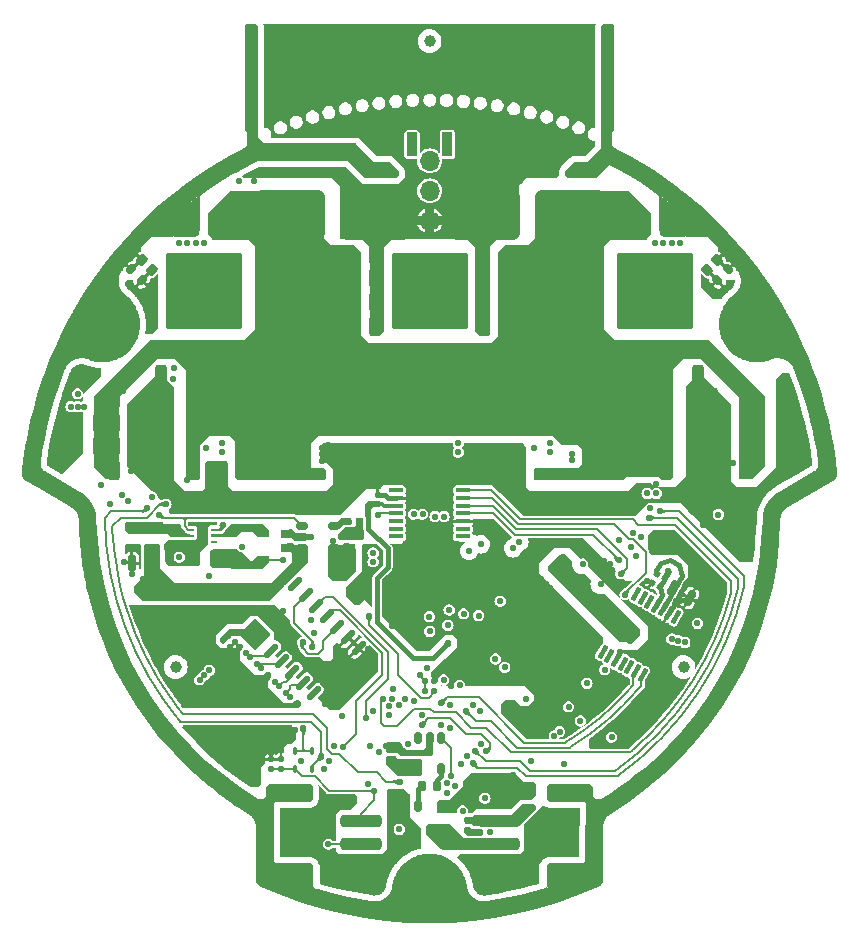
<source format=gbr>
%TF.GenerationSoftware,KiCad,Pcbnew,8.0.6-8.0.6-0~ubuntu22.04.1*%
%TF.CreationDate,2024-11-21T14:47:19+01:00*%
%TF.ProjectId,amulet_controller,616d756c-6574-45f6-936f-6e74726f6c6c,1.1*%
%TF.SameCoordinates,Original*%
%TF.FileFunction,Copper,L6,Bot*%
%TF.FilePolarity,Positive*%
%FSLAX46Y46*%
G04 Gerber Fmt 4.6, Leading zero omitted, Abs format (unit mm)*
G04 Created by KiCad (PCBNEW 8.0.6-8.0.6-0~ubuntu22.04.1) date 2024-11-21 14:47:19*
%MOMM*%
%LPD*%
G01*
G04 APERTURE LIST*
G04 Aperture macros list*
%AMRoundRect*
0 Rectangle with rounded corners*
0 $1 Rounding radius*
0 $2 $3 $4 $5 $6 $7 $8 $9 X,Y pos of 4 corners*
0 Add a 4 corners polygon primitive as box body*
4,1,4,$2,$3,$4,$5,$6,$7,$8,$9,$2,$3,0*
0 Add four circle primitives for the rounded corners*
1,1,$1+$1,$2,$3*
1,1,$1+$1,$4,$5*
1,1,$1+$1,$6,$7*
1,1,$1+$1,$8,$9*
0 Add four rect primitives between the rounded corners*
20,1,$1+$1,$2,$3,$4,$5,0*
20,1,$1+$1,$4,$5,$6,$7,0*
20,1,$1+$1,$6,$7,$8,$9,0*
20,1,$1+$1,$8,$9,$2,$3,0*%
%AMRotRect*
0 Rectangle, with rotation*
0 The origin of the aperture is its center*
0 $1 length*
0 $2 width*
0 $3 Rotation angle, in degrees counterclockwise*
0 Add horizontal line*
21,1,$1,$2,0,0,$3*%
%AMFreePoly0*
4,1,11,0.750000,0.885000,0.300000,0.440500,0.300000,-0.440500,0.750000,-0.885000,0.750000,-1.850000,0.225000,-1.850000,-0.300000,-1.325000,-0.300000,1.325000,0.225000,1.850000,0.750000,1.850000,0.750000,0.885000,0.750000,0.885000,$1*%
G04 Aperture macros list end*
%TA.AperFunction,ComponentPad*%
%ADD10C,0.550000*%
%TD*%
%TA.AperFunction,ComponentPad*%
%ADD11C,0.800000*%
%TD*%
%TA.AperFunction,ComponentPad*%
%ADD12C,5.300000*%
%TD*%
%TA.AperFunction,ComponentPad*%
%ADD13C,1.700000*%
%TD*%
%TA.AperFunction,ComponentPad*%
%ADD14O,1.700000X1.700000*%
%TD*%
%TA.AperFunction,ComponentPad*%
%ADD15C,2.000000*%
%TD*%
%TA.AperFunction,ComponentPad*%
%ADD16RoundRect,0.325000X2.925000X2.925000X-2.925000X2.925000X-2.925000X-2.925000X2.925000X-2.925000X0*%
%TD*%
%TA.AperFunction,ComponentPad*%
%ADD17RoundRect,0.325000X-2.925000X-2.925000X2.925000X-2.925000X2.925000X2.925000X-2.925000X2.925000X0*%
%TD*%
%TA.AperFunction,SMDPad,CuDef*%
%ADD18RotRect,4.100000X4.100000X225.000000*%
%TD*%
%TA.AperFunction,SMDPad,CuDef*%
%ADD19RoundRect,0.150000X-0.150000X0.350000X-0.150000X-0.350000X0.150000X-0.350000X0.150000X0.350000X0*%
%TD*%
%TA.AperFunction,SMDPad,CuDef*%
%ADD20RoundRect,0.206521X-0.268479X-0.643479X0.268479X-0.643479X0.268479X0.643479X-0.268479X0.643479X0*%
%TD*%
%TA.AperFunction,SMDPad,CuDef*%
%ADD21RoundRect,0.130000X0.130000X-0.130000X0.130000X0.130000X-0.130000X0.130000X-0.130000X-0.130000X0*%
%TD*%
%TA.AperFunction,SMDPad,CuDef*%
%ADD22RoundRect,0.250000X-1.500000X0.250000X-1.500000X-0.250000X1.500000X-0.250000X1.500000X0.250000X0*%
%TD*%
%TA.AperFunction,SMDPad,CuDef*%
%ADD23RoundRect,0.250000X-1.450000X0.500000X-1.450000X-0.500000X1.450000X-0.500000X1.450000X0.500000X0*%
%TD*%
%TA.AperFunction,TestPad*%
%ADD24C,0.500000*%
%TD*%
%TA.AperFunction,SMDPad,CuDef*%
%ADD25RoundRect,0.162500X-0.318198X-0.088388X-0.088388X-0.318198X0.318198X0.088388X0.088388X0.318198X0*%
%TD*%
%TA.AperFunction,SMDPad,CuDef*%
%ADD26RoundRect,0.206521X0.268479X0.643479X-0.268479X0.643479X-0.268479X-0.643479X0.268479X-0.643479X0*%
%TD*%
%TA.AperFunction,SMDPad,CuDef*%
%ADD27RoundRect,0.137500X-0.137500X-0.137500X0.137500X-0.137500X0.137500X0.137500X-0.137500X0.137500X0*%
%TD*%
%TA.AperFunction,SMDPad,CuDef*%
%ADD28RoundRect,0.322500X0.902500X0.752500X-0.902500X0.752500X-0.902500X-0.752500X0.902500X-0.752500X0*%
%TD*%
%TA.AperFunction,SMDPad,CuDef*%
%ADD29RoundRect,0.187500X-0.462500X0.187500X-0.462500X-0.187500X0.462500X-0.187500X0.462500X0.187500X0*%
%TD*%
%TA.AperFunction,SMDPad,CuDef*%
%ADD30FreePoly0,270.000000*%
%TD*%
%TA.AperFunction,SMDPad,CuDef*%
%ADD31FreePoly0,90.000000*%
%TD*%
%TA.AperFunction,SMDPad,CuDef*%
%ADD32RoundRect,0.206521X-0.643479X0.268479X-0.643479X-0.268479X0.643479X-0.268479X0.643479X0.268479X0*%
%TD*%
%TA.AperFunction,SMDPad,CuDef*%
%ADD33RoundRect,0.175000X0.175000X0.500000X-0.175000X0.500000X-0.175000X-0.500000X0.175000X-0.500000X0*%
%TD*%
%TA.AperFunction,SMDPad,CuDef*%
%ADD34RoundRect,0.150000X-0.350000X-0.150000X0.350000X-0.150000X0.350000X0.150000X-0.350000X0.150000X0*%
%TD*%
%TA.AperFunction,SMDPad,CuDef*%
%ADD35RoundRect,0.162500X-0.088388X0.318198X-0.318198X0.088388X0.088388X-0.318198X0.318198X-0.088388X0*%
%TD*%
%TA.AperFunction,ComponentPad*%
%ADD36RoundRect,0.415000X2.510000X1.660000X-2.510000X1.660000X-2.510000X-1.660000X2.510000X-1.660000X0*%
%TD*%
%TA.AperFunction,ComponentPad*%
%ADD37R,0.900000X2.000000*%
%TD*%
%TA.AperFunction,SMDPad,CuDef*%
%ADD38RoundRect,0.137500X0.335876X0.530330X-0.530330X-0.335876X-0.335876X-0.530330X0.530330X0.335876X0*%
%TD*%
%TA.AperFunction,SMDPad,CuDef*%
%ADD39RoundRect,0.137500X0.187828X0.050328X-0.050328X0.187828X-0.187828X-0.050328X0.050328X-0.187828X0*%
%TD*%
%TA.AperFunction,SMDPad,CuDef*%
%ADD40RoundRect,0.187500X0.262500X-0.187500X0.262500X0.187500X-0.262500X0.187500X-0.262500X-0.187500X0*%
%TD*%
%TA.AperFunction,SMDPad,CuDef*%
%ADD41RoundRect,0.130000X-0.130000X-0.130000X0.130000X-0.130000X0.130000X0.130000X-0.130000X0.130000X0*%
%TD*%
%TA.AperFunction,SMDPad,CuDef*%
%ADD42RoundRect,0.100000X0.517500X0.100000X-0.517500X0.100000X-0.517500X-0.100000X0.517500X-0.100000X0*%
%TD*%
%TA.AperFunction,ComponentPad*%
%ADD43RoundRect,0.090000X0.360000X0.910000X-0.360000X0.910000X-0.360000X-0.910000X0.360000X-0.910000X0*%
%TD*%
%TA.AperFunction,FiducialPad,Global*%
%ADD44C,1.000000*%
%TD*%
%TA.AperFunction,SMDPad,CuDef*%
%ADD45RoundRect,0.100000X-0.100000X0.200000X-0.100000X-0.200000X0.100000X-0.200000X0.100000X0.200000X0*%
%TD*%
%TA.AperFunction,SMDPad,CuDef*%
%ADD46C,0.200000*%
%TD*%
%TA.AperFunction,SMDPad,CuDef*%
%ADD47R,0.400000X0.200000*%
%TD*%
%TA.AperFunction,SMDPad,CuDef*%
%ADD48RoundRect,0.130000X-0.183848X0.000000X0.000000X-0.183848X0.183848X0.000000X0.000000X0.183848X0*%
%TD*%
%TA.AperFunction,SMDPad,CuDef*%
%ADD49RoundRect,0.137500X-0.194454X0.000000X0.000000X-0.194454X0.194454X0.000000X0.000000X0.194454X0*%
%TD*%
%TA.AperFunction,SMDPad,CuDef*%
%ADD50RoundRect,0.162500X0.162500X0.287500X-0.162500X0.287500X-0.162500X-0.287500X0.162500X-0.287500X0*%
%TD*%
%TA.AperFunction,SMDPad,CuDef*%
%ADD51RoundRect,0.137500X0.137500X0.137500X-0.137500X0.137500X-0.137500X-0.137500X0.137500X-0.137500X0*%
%TD*%
%TA.AperFunction,SMDPad,CuDef*%
%ADD52RoundRect,0.187500X0.462500X-0.187500X0.462500X0.187500X-0.462500X0.187500X-0.462500X-0.187500X0*%
%TD*%
%TA.AperFunction,SMDPad,CuDef*%
%ADD53RoundRect,0.175000X-0.500000X0.175000X-0.500000X-0.175000X0.500000X-0.175000X0.500000X0.175000X0*%
%TD*%
%TA.AperFunction,SMDPad,CuDef*%
%ADD54RoundRect,0.137500X0.137500X-0.137500X0.137500X0.137500X-0.137500X0.137500X-0.137500X-0.137500X0*%
%TD*%
%TA.AperFunction,SMDPad,CuDef*%
%ADD55RoundRect,0.100000X-0.172147X-0.498168X0.345353X0.398168X0.172147X0.498168X-0.345353X-0.398168X0*%
%TD*%
%TA.AperFunction,SMDPad,CuDef*%
%ADD56RoundRect,0.062500X-0.187500X-0.062500X0.187500X-0.062500X0.187500X0.062500X-0.187500X0.062500X0*%
%TD*%
%TA.AperFunction,ComponentPad*%
%ADD57C,0.600000*%
%TD*%
%TA.AperFunction,HeatsinkPad*%
%ADD58RoundRect,0.090000X-0.360000X-0.710000X0.360000X-0.710000X0.360000X0.710000X-0.360000X0.710000X0*%
%TD*%
%TA.AperFunction,SMDPad,CuDef*%
%ADD59RoundRect,0.322500X-0.902500X-0.752500X0.902500X-0.752500X0.902500X0.752500X-0.902500X0.752500X0*%
%TD*%
%TA.AperFunction,SMDPad,CuDef*%
%ADD60RoundRect,0.175000X-0.401554X-0.345513X-0.098446X-0.520513X0.401554X0.345513X0.098446X0.520513X0*%
%TD*%
%TA.AperFunction,SMDPad,CuDef*%
%ADD61RoundRect,0.187500X-0.318198X-0.053033X-0.053033X-0.318198X0.318198X0.053033X0.053033X0.318198X0*%
%TD*%
%TA.AperFunction,SMDPad,CuDef*%
%ADD62RoundRect,0.187500X-0.053033X0.318198X-0.318198X0.053033X0.053033X-0.318198X0.318198X-0.053033X0*%
%TD*%
%TA.AperFunction,SMDPad,CuDef*%
%ADD63RoundRect,0.150000X-0.150000X0.375000X-0.150000X-0.375000X0.150000X-0.375000X0.150000X0.375000X0*%
%TD*%
%TA.AperFunction,SMDPad,CuDef*%
%ADD64R,0.200000X0.400000*%
%TD*%
%TA.AperFunction,SMDPad,CuDef*%
%ADD65RoundRect,0.250000X1.500000X-0.250000X1.500000X0.250000X-1.500000X0.250000X-1.500000X-0.250000X0*%
%TD*%
%TA.AperFunction,SMDPad,CuDef*%
%ADD66RoundRect,0.250000X1.450000X-0.500000X1.450000X0.500000X-1.450000X0.500000X-1.450000X-0.500000X0*%
%TD*%
%TA.AperFunction,SMDPad,CuDef*%
%ADD67RoundRect,0.187500X0.187500X0.462500X-0.187500X0.462500X-0.187500X-0.462500X0.187500X-0.462500X0*%
%TD*%
%TA.AperFunction,SMDPad,CuDef*%
%ADD68RoundRect,0.130000X-0.130000X0.130000X-0.130000X-0.130000X0.130000X-0.130000X0.130000X0.130000X0*%
%TD*%
%TA.AperFunction,SMDPad,CuDef*%
%ADD69RoundRect,0.130000X0.177583X0.047583X-0.047583X0.177583X-0.177583X-0.047583X0.047583X-0.177583X0*%
%TD*%
%TA.AperFunction,ViaPad*%
%ADD70C,0.550000*%
%TD*%
%TA.AperFunction,ViaPad*%
%ADD71C,0.600000*%
%TD*%
%TA.AperFunction,Conductor*%
%ADD72C,0.400000*%
%TD*%
%TA.AperFunction,Conductor*%
%ADD73C,0.200000*%
%TD*%
%TA.AperFunction,Conductor*%
%ADD74C,0.500000*%
%TD*%
%TA.AperFunction,Conductor*%
%ADD75C,0.300000*%
%TD*%
%TA.AperFunction,Conductor*%
%ADD76C,0.250000*%
%TD*%
G04 APERTURE END LIST*
D10*
%TO.P,U10,9,PAD*%
%TO.N,GND*%
X170350400Y-87900100D03*
X170850400Y-87000100D03*
X170850400Y-88800100D03*
X171350400Y-87900100D03*
%TD*%
D11*
%TO.P,H2,1,1*%
%TO.N,CHASSIS*%
X119587588Y-76078560D03*
X118469366Y-74621265D03*
X121408754Y-76318321D03*
D12*
X120787588Y-74000099D03*
D11*
X122866049Y-75200099D03*
X120166422Y-71681877D03*
X123105810Y-73378933D03*
X121987588Y-71921638D03*
%TD*%
D13*
%TO.P,J11,1,Pin_1*%
%TO.N,GND*%
X148500400Y-65215100D03*
D14*
%TO.P,J11,2,Pin_2*%
%TO.N,/Project Architecture/Interface - FD-CAN/FDCAN_P*%
X148500400Y-62675100D03*
%TO.P,J11,3,Pin_3*%
%TO.N,/Project Architecture/Interface - FD-CAN/FDCAN_N*%
X148500400Y-60135100D03*
%TD*%
D11*
%TO.P,H1,1,1*%
%TO.N,CHASSIS*%
X150900400Y-122000100D03*
X150197456Y-123697156D03*
X150197456Y-120303044D03*
D12*
X148500400Y-122000100D03*
D11*
X148500400Y-119600100D03*
X146803344Y-123697156D03*
X146803344Y-120303044D03*
X146100400Y-122000100D03*
%TD*%
D10*
%TO.P,J3,1,1*%
%TO.N,/Project Architecture/Motor Control - Top Level/Motor Control - Inverter/PHA*%
X170550400Y-74150100D03*
X170550400Y-72220100D03*
X170550400Y-71710100D03*
X170550400Y-71200100D03*
X170550400Y-70690100D03*
X170550400Y-70180100D03*
X170550400Y-68250100D03*
X170100400Y-71965100D03*
X170100400Y-71455100D03*
X170100400Y-70945100D03*
X170100400Y-70435100D03*
D15*
X169750400Y-73350100D03*
X169750400Y-69050100D03*
D10*
X169650400Y-72220100D03*
X169650400Y-71710100D03*
X169650400Y-71200100D03*
X169650400Y-70690100D03*
X169650400Y-70180100D03*
X168620400Y-74150100D03*
X168620400Y-73250100D03*
X168620400Y-69150100D03*
X168620400Y-68250100D03*
X168365400Y-73700100D03*
X168365400Y-68700100D03*
X168110400Y-74150100D03*
X168110400Y-73250100D03*
X168110400Y-69150100D03*
X168110400Y-68250100D03*
X167855400Y-73700100D03*
X167855400Y-68700100D03*
X167600400Y-74150100D03*
X167600400Y-73250100D03*
D16*
X167600400Y-71200100D03*
D10*
X167600400Y-69150100D03*
X167600400Y-68250100D03*
X167345400Y-73700100D03*
X167345400Y-68700100D03*
X167090400Y-74150100D03*
X167090400Y-73250100D03*
X167090400Y-69150100D03*
X167090400Y-68250100D03*
X166835400Y-73700100D03*
X166835400Y-68700100D03*
X166580400Y-74150100D03*
X166580400Y-73250100D03*
X166580400Y-69150100D03*
X166580400Y-68250100D03*
X165550400Y-72220100D03*
X165550400Y-71710100D03*
X165550400Y-71200100D03*
X165550400Y-70690100D03*
X165550400Y-70180100D03*
D15*
X165450400Y-73350100D03*
X165450400Y-69050100D03*
D10*
X165100400Y-71965100D03*
X165100400Y-71455100D03*
X165100400Y-70945100D03*
X165100400Y-70435100D03*
X164650400Y-74150100D03*
X164650400Y-72220100D03*
X164650400Y-71710100D03*
X164650400Y-71200100D03*
X164650400Y-70690100D03*
X164650400Y-70180100D03*
X164650400Y-68250100D03*
%TD*%
%TO.P,J4,1,1*%
%TO.N,/Project Architecture/Motor Control - Top Level/Motor Control - Inverter/PHB*%
X151450400Y-74150100D03*
X151450400Y-72220100D03*
X151450400Y-71710100D03*
X151450400Y-71200100D03*
X151450400Y-70690100D03*
X151450400Y-70180100D03*
X151450400Y-68250100D03*
X151000400Y-71965100D03*
X151000400Y-71455100D03*
X151000400Y-70945100D03*
X151000400Y-70435100D03*
D15*
X150650400Y-73350100D03*
X150650400Y-69050100D03*
D10*
X150550400Y-72220100D03*
X150550400Y-71710100D03*
X150550400Y-71200100D03*
X150550400Y-70690100D03*
X150550400Y-70180100D03*
X149520400Y-74150100D03*
X149520400Y-73250100D03*
X149520400Y-69150100D03*
X149520400Y-68250100D03*
X149265400Y-73700100D03*
X149265400Y-68700100D03*
X149010400Y-74150100D03*
X149010400Y-73250100D03*
X149010400Y-69150100D03*
X149010400Y-68250100D03*
X148755400Y-73700100D03*
X148755400Y-68700100D03*
X148500400Y-74150100D03*
X148500400Y-73250100D03*
D16*
X148500400Y-71200100D03*
D10*
X148500400Y-69150100D03*
X148500400Y-68250100D03*
X148245400Y-73700100D03*
X148245400Y-68700100D03*
X147990400Y-74150100D03*
X147990400Y-73250100D03*
X147990400Y-69150100D03*
X147990400Y-68250100D03*
X147735400Y-73700100D03*
X147735400Y-68700100D03*
X147480400Y-74150100D03*
X147480400Y-73250100D03*
X147480400Y-69150100D03*
X147480400Y-68250100D03*
X146450400Y-72220100D03*
X146450400Y-71710100D03*
X146450400Y-71200100D03*
X146450400Y-70690100D03*
X146450400Y-70180100D03*
D15*
X146350400Y-73350100D03*
X146350400Y-69050100D03*
D10*
X146000400Y-71965100D03*
X146000400Y-71455100D03*
X146000400Y-70945100D03*
X146000400Y-70435100D03*
X145550400Y-74150100D03*
X145550400Y-72220100D03*
X145550400Y-71710100D03*
X145550400Y-71200100D03*
X145550400Y-70690100D03*
X145550400Y-70180100D03*
X145550400Y-68250100D03*
%TD*%
%TO.P,J5,1,1*%
%TO.N,/Project Architecture/Motor Control - Top Level/Motor Control - Inverter/PHC*%
X126450400Y-68250100D03*
X126450400Y-70180100D03*
X126450400Y-70690100D03*
X126450400Y-71200100D03*
X126450400Y-71710100D03*
X126450400Y-72220100D03*
X126450400Y-74150100D03*
X126900400Y-70435100D03*
X126900400Y-70945100D03*
X126900400Y-71455100D03*
X126900400Y-71965100D03*
D15*
X127250400Y-69050100D03*
X127250400Y-73350100D03*
D10*
X127350400Y-70180100D03*
X127350400Y-70690100D03*
X127350400Y-71200100D03*
X127350400Y-71710100D03*
X127350400Y-72220100D03*
X128380400Y-68250100D03*
X128380400Y-69150100D03*
X128380400Y-73250100D03*
X128380400Y-74150100D03*
X128635400Y-68700100D03*
X128635400Y-73700100D03*
X128890400Y-68250100D03*
X128890400Y-69150100D03*
X128890400Y-73250100D03*
X128890400Y-74150100D03*
X129145400Y-68700100D03*
X129145400Y-73700100D03*
X129400400Y-68250100D03*
X129400400Y-69150100D03*
D17*
X129400400Y-71200100D03*
D10*
X129400400Y-73250100D03*
X129400400Y-74150100D03*
X129655400Y-68700100D03*
X129655400Y-73700100D03*
X129910400Y-68250100D03*
X129910400Y-69150100D03*
X129910400Y-73250100D03*
X129910400Y-74150100D03*
X130165400Y-68700100D03*
X130165400Y-73700100D03*
X130420400Y-68250100D03*
X130420400Y-69150100D03*
X130420400Y-73250100D03*
X130420400Y-74150100D03*
X131450400Y-70180100D03*
X131450400Y-70690100D03*
X131450400Y-71200100D03*
X131450400Y-71710100D03*
X131450400Y-72220100D03*
D15*
X131550400Y-69050100D03*
X131550400Y-73350100D03*
D10*
X131900400Y-70435100D03*
X131900400Y-70945100D03*
X131900400Y-71455100D03*
X131900400Y-71965100D03*
X132350400Y-68250100D03*
X132350400Y-70180100D03*
X132350400Y-70690100D03*
X132350400Y-71200100D03*
X132350400Y-71710100D03*
X132350400Y-72220100D03*
X132350400Y-74150100D03*
%TD*%
%TO.P,U6,41,EP*%
%TO.N,GND*%
X150275238Y-93943998D03*
X149306502Y-92975262D03*
X150275238Y-95556202D03*
X149469136Y-94750100D03*
X148500400Y-93781364D03*
X147694298Y-92975262D03*
D18*
X148500400Y-94750100D03*
D10*
X149306502Y-96524938D03*
X148500400Y-95718836D03*
X147531664Y-94750100D03*
X146725562Y-93943998D03*
X147694298Y-96524938D03*
X146725562Y-95556202D03*
%TD*%
D11*
%TO.P,H3,1,1*%
%TO.N,CHASSIS*%
X175013211Y-71921639D03*
X173894989Y-73378934D03*
X176834377Y-71681878D03*
D12*
X176213211Y-74000100D03*
D11*
X174134750Y-75200100D03*
X175592045Y-76318322D03*
X178531433Y-74621266D03*
X177413211Y-76078561D03*
%TD*%
D19*
%TO.P,Q9,1,G*%
%TO.N,/Project Architecture/Interface - Fan Control/FAN_GATE*%
X147550400Y-114800100D03*
%TO.P,Q9,2,S*%
%TO.N,GND*%
X149450400Y-114800100D03*
%TO.P,Q9,3,D*%
%TO.N,/Project Architecture/Interface - Fan Control/FAN_SW*%
X148500400Y-116800100D03*
%TD*%
D20*
%TO.P,C68,1*%
%TO.N,+VBAT*%
X168400400Y-84250100D03*
%TO.P,C68,2*%
%TO.N,GND*%
X171200400Y-84250100D03*
%TD*%
D21*
%TO.P,C104,1*%
%TO.N,+3V3*%
X144100400Y-89200100D03*
%TO.P,C104,2*%
%TO.N,GND*%
X144100400Y-88400100D03*
%TD*%
D20*
%TO.P,C87,1*%
%TO.N,+VBAT*%
X141100000Y-68100000D03*
%TO.P,C87,2*%
%TO.N,GND*%
X143900000Y-68100000D03*
%TD*%
%TO.P,C51,1*%
%TO.N,+VBAT*%
X141100001Y-74100001D03*
%TO.P,C51,2*%
%TO.N,GND*%
X143900001Y-74100001D03*
%TD*%
D22*
%TO.P,J9,1,Pin_1*%
%TO.N,+12V*%
X154350400Y-116000100D03*
%TO.P,J9,2,Pin_2*%
%TO.N,/Project Architecture/Interface - Fan Control/FAN_SW*%
X154350400Y-118000100D03*
D23*
%TO.P,J9,MP1,MP1*%
%TO.N,CHASSIS*%
X160100400Y-113650100D03*
%TO.P,J9,MP2,MP2*%
X160100400Y-120350100D03*
%TD*%
D24*
%TO.P,TP44,1,1*%
%TO.N,/Project Architecture/Power - Generation/F_VIN_3V3*%
X127650400Y-91750100D03*
%TD*%
D25*
%TO.P,R53,1*%
%TO.N,CHASSIS*%
X123210381Y-69340381D03*
%TO.P,R53,2*%
%TO.N,GND*%
X124129619Y-70259619D03*
%TD*%
D26*
%TO.P,C65,1*%
%TO.N,+VBAT*%
X155900000Y-68100000D03*
%TO.P,C65,2*%
%TO.N,GND*%
X153100000Y-68100000D03*
%TD*%
D20*
%TO.P,C31,1*%
%TO.N,+VBAT*%
X141100000Y-70100000D03*
%TO.P,C31,2*%
%TO.N,GND*%
X143900000Y-70100000D03*
%TD*%
D24*
%TO.P,TP50,1,1*%
%TO.N,+3V3*%
X171180400Y-99310100D03*
%TD*%
D26*
%TO.P,C85,1*%
%TO.N,+VBAT*%
X175200400Y-84250100D03*
%TO.P,C85,2*%
%TO.N,GND*%
X172400400Y-84250100D03*
%TD*%
D24*
%TO.P,TP23,1,1*%
%TO.N,/Project Architecture/Interface - Interconnects/POS_SENSOR_CS*%
X144550400Y-105750100D03*
%TD*%
D26*
%TO.P,C78,1*%
%TO.N,+VBAT*%
X128550400Y-80300100D03*
%TO.P,C78,2*%
%TO.N,GND*%
X125750400Y-80300100D03*
%TD*%
D27*
%TO.P,R31,1*%
%TO.N,+3V3*%
X143300400Y-90100100D03*
%TO.P,R31,2*%
%TO.N,/Project Architecture/Sensing - Position/COMM_VDD*%
X144100400Y-90100100D03*
%TD*%
D28*
%TO.P,D2,1,A1*%
%TO.N,CHASSIS*%
X169175000Y-65500000D03*
%TO.P,D2,2,A2*%
%TO.N,+VBAT*%
X166025000Y-65500000D03*
%TD*%
D29*
%TO.P,C52,1*%
%TO.N,/Project Architecture/Power - Generation/F_VIN_3V3*%
X123400400Y-91100100D03*
%TO.P,C52,2*%
%TO.N,GND*%
X123400400Y-92900100D03*
%TD*%
D30*
%TO.P,L3,1,1*%
%TO.N,/Project Architecture/Power - Generation/SW_3V3*%
X133050400Y-91250100D03*
D31*
%TO.P,L3,2,2*%
%TO.N,+3V3*%
X133050400Y-94350100D03*
%TD*%
D32*
%TO.P,C55,1*%
%TO.N,+VBAT*%
X132850400Y-86700100D03*
%TO.P,C55,2*%
%TO.N,GND*%
X132850400Y-89500100D03*
%TD*%
D24*
%TO.P,TP36,1,1*%
%TO.N,/Project Architecture/MCU - IOs/SENSE_TEMP_MOT*%
X143813220Y-113475600D03*
%TD*%
D33*
%TO.P,C83,1*%
%TO.N,+3V3*%
X130275401Y-93775097D03*
%TO.P,C83,2*%
%TO.N,GND*%
X128675401Y-93775097D03*
%TD*%
D34*
%TO.P,U5,1,VIN*%
%TO.N,+5V*%
X137682900Y-92940097D03*
%TO.P,U5,2,GND*%
%TO.N,GND*%
X137682900Y-91990097D03*
%TO.P,U5,3,ON/~{OFF}*%
%TO.N,/Project Architecture/Power - Generation/PG_5V*%
X137682900Y-91040097D03*
%TO.P,U5,4,ADJ*%
%TO.N,/Project Architecture/Power - Generation/ADJ_A3V3*%
X140432900Y-91040097D03*
%TO.P,U5,5,VOUT*%
%TO.N,+A3V3*%
X140432900Y-92940097D03*
%TD*%
D20*
%TO.P,C86,1*%
%TO.N,+VBAT*%
X168400000Y-78250000D03*
%TO.P,C86,2*%
%TO.N,GND*%
X171200000Y-78250000D03*
%TD*%
D26*
%TO.P,C74,1*%
%TO.N,+VBAT*%
X128550400Y-86300100D03*
%TO.P,C74,2*%
%TO.N,GND*%
X125750400Y-86300100D03*
%TD*%
D20*
%TO.P,C80,1*%
%TO.N,+VBAT*%
X176400400Y-82250100D03*
%TO.P,C80,2*%
%TO.N,GND*%
X179200400Y-82250100D03*
%TD*%
%TO.P,C70,1*%
%TO.N,+VBAT*%
X168400400Y-80250100D03*
%TO.P,C70,2*%
%TO.N,GND*%
X171200400Y-80250100D03*
%TD*%
D35*
%TO.P,R54,1*%
%TO.N,CHASSIS*%
X173789619Y-69340381D03*
%TO.P,R54,2*%
%TO.N,GND*%
X172870381Y-70259619D03*
%TD*%
D10*
%TO.P,J1,1,Pin_1*%
%TO.N,GND*%
X155780400Y-66280100D03*
X155780400Y-65770100D03*
X155780400Y-65260100D03*
X155780400Y-64750100D03*
X155780400Y-64240100D03*
X155780400Y-63730100D03*
X155780400Y-63220100D03*
X155330400Y-66535100D03*
X155330400Y-66025100D03*
X155330400Y-65515100D03*
X155330400Y-65005100D03*
X155330400Y-64495100D03*
X155330400Y-63985100D03*
X155330400Y-63475100D03*
X155330400Y-62965100D03*
X154880400Y-66280100D03*
X154880400Y-65770100D03*
X154880400Y-65260100D03*
X154880400Y-64750100D03*
X154880400Y-64240100D03*
X154880400Y-63730100D03*
X154880400Y-63220100D03*
X154430400Y-66535100D03*
X154430400Y-66025100D03*
X154430400Y-63475100D03*
X154430400Y-62965100D03*
X153980400Y-66280100D03*
X153980400Y-63220100D03*
X153530400Y-66535100D03*
X153530400Y-62965100D03*
D36*
X153150400Y-64750100D03*
D10*
X152770400Y-66535100D03*
X152770400Y-62965100D03*
X152320400Y-66280100D03*
X152320400Y-63220100D03*
X151870400Y-66535100D03*
X151870400Y-66025100D03*
X151870400Y-63475100D03*
X151870400Y-62965100D03*
X151420400Y-66280100D03*
X151420400Y-65770100D03*
X151420400Y-65260100D03*
X151420400Y-64750100D03*
X151420400Y-64240100D03*
X151420400Y-63730100D03*
X151420400Y-63220100D03*
X150970400Y-66535100D03*
X150970400Y-66025100D03*
X150970400Y-65515100D03*
X150970400Y-65005100D03*
X150970400Y-64495100D03*
X150970400Y-63985100D03*
X150970400Y-63475100D03*
X150970400Y-62965100D03*
X150520400Y-66280100D03*
X150520400Y-65770100D03*
X150520400Y-65260100D03*
X150520400Y-64750100D03*
X150520400Y-64240100D03*
X150520400Y-63730100D03*
X150520400Y-63220100D03*
%TO.P,J1,2,Pin_2*%
%TO.N,+VBAT*%
X162980400Y-66280100D03*
X162980400Y-65770100D03*
X162980400Y-65260100D03*
X162980400Y-64750100D03*
X162980400Y-64240100D03*
X162980400Y-63730100D03*
X162980400Y-63220100D03*
X162530400Y-66535100D03*
X162530400Y-66025100D03*
X162530400Y-65515100D03*
X162530400Y-65005100D03*
X162530400Y-64495100D03*
X162530400Y-63985100D03*
X162530400Y-63475100D03*
X162530400Y-62965100D03*
X162080400Y-66280100D03*
X162080400Y-65770100D03*
X162080400Y-65260100D03*
X162080400Y-64750100D03*
X162080400Y-64240100D03*
X162080400Y-63730100D03*
X162080400Y-63220100D03*
X161630400Y-66535100D03*
X161630400Y-66025100D03*
X161630400Y-63475100D03*
X161630400Y-62965100D03*
X161180400Y-66280100D03*
X161180400Y-63220100D03*
X160730400Y-66535100D03*
X160730400Y-62965100D03*
D36*
X160350400Y-64750100D03*
D10*
X159970400Y-66535100D03*
X159970400Y-62965100D03*
X159520400Y-66280100D03*
X159520400Y-63220100D03*
X159070400Y-66535100D03*
X159070400Y-66025100D03*
X159070400Y-63475100D03*
X159070400Y-62965100D03*
X158620400Y-66280100D03*
X158620400Y-65770100D03*
X158620400Y-65260100D03*
X158620400Y-64750100D03*
X158620400Y-64240100D03*
X158620400Y-63730100D03*
X158620400Y-63220100D03*
X158170400Y-66535100D03*
X158170400Y-66025100D03*
X158170400Y-65515100D03*
X158170400Y-65005100D03*
X158170400Y-64495100D03*
X158170400Y-63985100D03*
X158170400Y-63475100D03*
X158170400Y-62965100D03*
X157720400Y-66280100D03*
X157720400Y-65770100D03*
X157720400Y-65260100D03*
X157720400Y-64750100D03*
X157720400Y-64240100D03*
X157720400Y-63730100D03*
X157720400Y-63220100D03*
D37*
%TO.P,J1,MP1,MP1*%
%TO.N,unconnected-(J1-PadMP1)*%
X150000400Y-58750100D03*
%TO.P,J1,MP2,MP2*%
%TO.N,CHASSIS*%
X163500400Y-58750100D03*
%TD*%
D38*
%TO.P,U9,1,NC*%
%TO.N,unconnected-(U9-NC-Pad1)*%
X137108747Y-96003387D03*
%TO.P,U9,2,R*%
%TO.N,/Project Architecture/Interface - Interconnects/AUX1_D*%
X138006773Y-96901412D03*
%TO.P,U9,3,~{RE}*%
%TO.N,/Project Architecture/Interface - RS-422/RS422_~{RE}*%
X138904799Y-97799438D03*
%TO.P,U9,4,DE*%
%TO.N,/Project Architecture/Interface - RS-422/RS422_DE*%
X139802824Y-98697464D03*
%TO.P,U9,5,D*%
%TO.N,/Project Architecture/Interface - Interconnects/AUX1_E*%
X140700850Y-99595489D03*
%TO.P,U9,6,GND*%
%TO.N,GND*%
X141598876Y-100493515D03*
%TO.P,U9,7,GND*%
X142496901Y-101391541D03*
%TO.P,U9,8,NC*%
%TO.N,unconnected-(U9-NC-Pad8)*%
X138678525Y-105209917D03*
%TO.P,U9,9,Y*%
%TO.N,/Project Architecture/Interface - Interconnects/RS422_D+*%
X137780499Y-104311892D03*
%TO.P,U9,10,Z*%
%TO.N,/Project Architecture/Interface - Interconnects/RS422_D-*%
X136882473Y-103413866D03*
%TO.P,U9,11,B*%
%TO.N,/Project Architecture/Interface - Interconnects/RS422_R-*%
X135984448Y-102515840D03*
%TO.P,U9,12,A*%
%TO.N,/Project Architecture/Interface - Interconnects/RS422_R+*%
X135086422Y-101617815D03*
%TO.P,U9,13,VCC*%
%TO.N,+3V3*%
X134188396Y-100719789D03*
%TO.P,U9,14,VCC*%
X133290371Y-99821763D03*
%TD*%
D39*
%TO.P,R32,1*%
%TO.N,+3V3*%
X168437301Y-95487362D03*
%TO.P,R32,2*%
%TO.N,/Project Architecture/Sensing - Position/DIS_VDD3V*%
X167744481Y-95087362D03*
%TD*%
D32*
%TO.P,C63,1*%
%TO.N,+VBAT*%
X162150400Y-86675100D03*
%TO.P,C63,2*%
%TO.N,GND*%
X162150400Y-89475100D03*
%TD*%
D40*
%TO.P,C84,1*%
%TO.N,+A3V3*%
X141800400Y-92900100D03*
%TO.P,C84,2*%
%TO.N,GND*%
X141800400Y-91700100D03*
%TD*%
D20*
%TO.P,C73,1*%
%TO.N,+VBAT*%
X121750400Y-86300100D03*
%TO.P,C73,2*%
%TO.N,GND*%
X124550400Y-86300100D03*
%TD*%
%TO.P,C69,1*%
%TO.N,+VBAT*%
X168400400Y-82250100D03*
%TO.P,C69,2*%
%TO.N,GND*%
X171200400Y-82250100D03*
%TD*%
D26*
%TO.P,C33,1*%
%TO.N,+VBAT*%
X120550400Y-82300100D03*
%TO.P,C33,2*%
%TO.N,GND*%
X117750400Y-82300100D03*
%TD*%
D24*
%TO.P,TP7,1,1*%
%TO.N,/Project Architecture/MCU - IOs/DRV_CS*%
X145400400Y-104900100D03*
%TD*%
D26*
%TO.P,C49,1*%
%TO.N,+VBAT*%
X128550000Y-78300000D03*
%TO.P,C49,2*%
%TO.N,GND*%
X125750000Y-78300000D03*
%TD*%
%TO.P,C72,1*%
%TO.N,+VBAT*%
X175200400Y-86250100D03*
%TO.P,C72,2*%
%TO.N,GND*%
X172400400Y-86250100D03*
%TD*%
D32*
%TO.P,C57,1*%
%TO.N,+VBAT*%
X134850400Y-86700100D03*
%TO.P,C57,2*%
%TO.N,GND*%
X134850400Y-89500100D03*
%TD*%
D41*
%TO.P,C76,1*%
%TO.N,/Project Architecture/Power - Generation/ADJ_A3V3*%
X141707906Y-90690096D03*
%TO.P,C76,2*%
%TO.N,GND*%
X142507906Y-90690096D03*
%TD*%
D20*
%TO.P,C71,1*%
%TO.N,+VBAT*%
X121750400Y-82300100D03*
%TO.P,C71,2*%
%TO.N,GND*%
X124550400Y-82300100D03*
%TD*%
D42*
%TO.P,U7,1,~{CS}*%
%TO.N,/Project Architecture/Interface - Interconnects/POS_SENSOR_CS*%
X151332400Y-88050100D03*
%TO.P,U7,2,CLK*%
%TO.N,/Project Architecture/Interface - Interconnects/AUX1_A*%
X151332900Y-88700100D03*
%TO.P,U7,3,MISO*%
%TO.N,/Project Architecture/Interface - Interconnects/AUX1_B*%
X151332900Y-89350100D03*
%TO.P,U7,4,MOSI*%
%TO.N,/Project Architecture/Interface - Interconnects/AUX1_C*%
X151332900Y-90000100D03*
%TO.P,U7,5,TST*%
%TO.N,GND*%
X151332900Y-90650100D03*
%TO.P,U7,6,B*%
%TO.N,unconnected-(U7-B-Pad6)*%
X151332900Y-91300100D03*
%TO.P,U7,7,A*%
%TO.N,unconnected-(U7-A-Pad7)*%
X151332900Y-91950100D03*
%TO.P,U7,8,W/PWM*%
%TO.N,unconnected-(U7-W{slash}PWM-Pad8)*%
X145667900Y-91950100D03*
%TO.P,U7,9,V*%
%TO.N,unconnected-(U7-V-Pad9)*%
X145667900Y-91300100D03*
%TO.P,U7,10,U*%
%TO.N,unconnected-(U7-U-Pad10)*%
X145667900Y-90650100D03*
%TO.P,U7,11,VDD*%
%TO.N,/Project Architecture/Sensing - Position/COMM_VDD*%
X145667900Y-90000100D03*
%TO.P,U7,12,VDD3V3*%
%TO.N,+3V3*%
X145667900Y-89350100D03*
%TO.P,U7,13,GND*%
%TO.N,GND*%
X145667900Y-88700100D03*
%TO.P,U7,14,I/PWM*%
%TO.N,unconnected-(U7-I{slash}PWM-Pad14)*%
X145667900Y-88050100D03*
%TD*%
D32*
%TO.P,C61,1*%
%TO.N,+VBAT*%
X158150400Y-86675100D03*
%TO.P,C61,2*%
%TO.N,GND*%
X158150400Y-89475100D03*
%TD*%
D10*
%TO.P,J2,1,Pin_1*%
%TO.N,GND*%
X146480400Y-66280100D03*
X146480400Y-65770100D03*
X146480400Y-65260100D03*
X146480400Y-64750100D03*
X146480400Y-64240100D03*
X146480400Y-63730100D03*
X146480400Y-63220100D03*
X146030400Y-66535100D03*
X146030400Y-66025100D03*
X146030400Y-65515100D03*
X146030400Y-65005100D03*
X146030400Y-64495100D03*
X146030400Y-63985100D03*
X146030400Y-63475100D03*
X146030400Y-62965100D03*
X145580400Y-66280100D03*
X145580400Y-65770100D03*
X145580400Y-65260100D03*
X145580400Y-64750100D03*
X145580400Y-64240100D03*
X145580400Y-63730100D03*
X145580400Y-63220100D03*
X145130400Y-66535100D03*
X145130400Y-66025100D03*
X145130400Y-63475100D03*
X145130400Y-62965100D03*
X144680400Y-66280100D03*
X144680400Y-63220100D03*
X144230400Y-66535100D03*
X144230400Y-62965100D03*
D36*
X143850400Y-64750100D03*
D10*
X143470400Y-66535100D03*
X143470400Y-62965100D03*
X143020400Y-66280100D03*
X143020400Y-63220100D03*
X142570400Y-66535100D03*
X142570400Y-66025100D03*
X142570400Y-63475100D03*
X142570400Y-62965100D03*
X142120400Y-66280100D03*
X142120400Y-65770100D03*
X142120400Y-65260100D03*
X142120400Y-64750100D03*
X142120400Y-64240100D03*
X142120400Y-63730100D03*
X142120400Y-63220100D03*
X141670400Y-66535100D03*
X141670400Y-66025100D03*
X141670400Y-65515100D03*
X141670400Y-65005100D03*
X141670400Y-64495100D03*
X141670400Y-63985100D03*
X141670400Y-63475100D03*
X141670400Y-62965100D03*
X141220400Y-66280100D03*
X141220400Y-65770100D03*
X141220400Y-65260100D03*
X141220400Y-64750100D03*
X141220400Y-64240100D03*
X141220400Y-63730100D03*
X141220400Y-63220100D03*
%TO.P,J2,2,Pin_2*%
%TO.N,+VBAT*%
X139280400Y-66280100D03*
X139280400Y-65770100D03*
X139280400Y-65260100D03*
X139280400Y-64750100D03*
X139280400Y-64240100D03*
X139280400Y-63730100D03*
X139280400Y-63220100D03*
X138830400Y-66535100D03*
X138830400Y-66025100D03*
X138830400Y-65515100D03*
X138830400Y-65005100D03*
X138830400Y-64495100D03*
X138830400Y-63985100D03*
X138830400Y-63475100D03*
X138830400Y-62965100D03*
X138380400Y-66280100D03*
X138380400Y-65770100D03*
X138380400Y-65260100D03*
X138380400Y-64750100D03*
X138380400Y-64240100D03*
X138380400Y-63730100D03*
X138380400Y-63220100D03*
X137930400Y-66535100D03*
X137930400Y-66025100D03*
X137930400Y-63475100D03*
X137930400Y-62965100D03*
X137480400Y-66280100D03*
X137480400Y-63220100D03*
X137030400Y-66535100D03*
X137030400Y-62965100D03*
D36*
X136650400Y-64750100D03*
D10*
X136270400Y-66535100D03*
X136270400Y-62965100D03*
X135820400Y-66280100D03*
X135820400Y-63220100D03*
X135370400Y-66535100D03*
X135370400Y-66025100D03*
X135370400Y-63475100D03*
X135370400Y-62965100D03*
X134920400Y-66280100D03*
X134920400Y-65770100D03*
X134920400Y-65260100D03*
X134920400Y-64750100D03*
X134920400Y-64240100D03*
X134920400Y-63730100D03*
X134920400Y-63220100D03*
X134470400Y-66535100D03*
X134470400Y-66025100D03*
X134470400Y-65515100D03*
X134470400Y-65005100D03*
X134470400Y-64495100D03*
X134470400Y-63985100D03*
X134470400Y-63475100D03*
X134470400Y-62965100D03*
X134020400Y-66280100D03*
X134020400Y-65770100D03*
X134020400Y-65260100D03*
X134020400Y-64750100D03*
X134020400Y-64240100D03*
X134020400Y-63730100D03*
X134020400Y-63220100D03*
D43*
%TO.P,J2,MP1,MP1*%
%TO.N,unconnected-(J2-PadMP1)*%
X147000400Y-58750100D03*
%TO.P,J2,MP2,MP2*%
%TO.N,CHASSIS*%
X133500400Y-58750100D03*
%TD*%
D40*
%TO.P,C110,1*%
%TO.N,+5V*%
X145250400Y-110950100D03*
%TO.P,C110,2*%
%TO.N,GND*%
X145250400Y-109750100D03*
%TD*%
D44*
%TO.P,FM4,*%
%TO.N,*%
X170000400Y-103000100D03*
%TD*%
D45*
%TO.P,D14,1,K*%
%TO.N,+A3V3*%
X138540400Y-110107600D03*
%TO.P,D14,2,A*%
%TO.N,/Project Architecture/MCU - IOs/SENSE_TEMP_FET*%
X138540400Y-111657600D03*
%TD*%
D32*
%TO.P,C47,1*%
%TO.N,+VBAT*%
X143500001Y-82969998D03*
%TO.P,C47,2*%
%TO.N,GND*%
X143500001Y-85769998D03*
%TD*%
D46*
%TO.P,NT3,1,1*%
%TO.N,/Project Architecture/Power - Generation/VOS_3V3*%
X135790000Y-93900000D03*
D47*
X135590000Y-93900000D03*
D46*
%TO.P,NT3,2,2*%
%TO.N,+3V3*%
X135390000Y-93900000D03*
%TD*%
%TO.P,NT13,1,1*%
%TO.N,+A3V3*%
X140250400Y-118000100D03*
D47*
X140450400Y-118000100D03*
D46*
%TO.P,NT13,2,2*%
%TO.N,/Project Architecture/Interface - Interconnects/NTC_MOT_H*%
X140650400Y-118000100D03*
%TD*%
D32*
%TO.P,C44,1*%
%TO.N,+VBAT*%
X147500001Y-82970000D03*
%TO.P,C44,2*%
%TO.N,GND*%
X147500001Y-85770000D03*
%TD*%
D48*
%TO.P,C107,1*%
%TO.N,+3V3*%
X131442557Y-100342257D03*
%TO.P,C107,2*%
%TO.N,GND*%
X132008243Y-100907943D03*
%TD*%
D21*
%TO.P,C102,1*%
%TO.N,/Project Architecture/MCU - IOs/SENSE_TEMP_MOT*%
X135070400Y-111630100D03*
%TO.P,C102,2*%
%TO.N,GND*%
X135070400Y-110830100D03*
%TD*%
D27*
%TO.P,R20,1*%
%TO.N,/Project Architecture/MCU - IOs/BOARD_VERSION*%
X148100400Y-104200100D03*
%TO.P,R20,2*%
%TO.N,GND*%
X148900400Y-104200100D03*
%TD*%
D20*
%TO.P,C53,1*%
%TO.N,+VBAT*%
X121750400Y-84300100D03*
%TO.P,C53,2*%
%TO.N,GND*%
X124550400Y-84300100D03*
%TD*%
D45*
%TO.P,D15,1,K*%
%TO.N,+A3V3*%
X137070400Y-110105100D03*
%TO.P,D15,2,A*%
%TO.N,/Project Architecture/MCU - IOs/SENSE_TEMP_MOT*%
X137070400Y-111655100D03*
%TD*%
D20*
%TO.P,C81,1*%
%TO.N,+VBAT*%
X176400400Y-84250100D03*
%TO.P,C81,2*%
%TO.N,GND*%
X179200400Y-84250100D03*
%TD*%
D49*
%TO.P,R49,1*%
%TO.N,/Project Architecture/Interface - Interconnects/RS422_D-*%
X135774362Y-104624970D03*
%TO.P,R49,2*%
%TO.N,/Project Architecture/Interface - Interconnects/RS422_D+*%
X136340048Y-105190656D03*
%TD*%
%TO.P,R48,1*%
%TO.N,/Project Architecture/Interface - Interconnects/RS422_R+*%
X133317167Y-102167774D03*
%TO.P,R48,2*%
%TO.N,/Project Architecture/Interface - Interconnects/RS422_R-*%
X133882853Y-102733460D03*
%TD*%
D50*
%TO.P,R34,1*%
%TO.N,/Project Architecture/Interface - Fan Control/FAN_OUT*%
X149150400Y-113060100D03*
%TO.P,R34,2*%
%TO.N,/Project Architecture/Interface - Fan Control/FAN_GATE*%
X147850400Y-113060100D03*
%TD*%
D44*
%TO.P,FM2,*%
%TO.N,*%
X127000400Y-103000100D03*
%TD*%
D32*
%TO.P,C43,1*%
%TO.N,+VBAT*%
X149500000Y-82970000D03*
%TO.P,C43,2*%
%TO.N,GND*%
X149500000Y-85770000D03*
%TD*%
D26*
%TO.P,C77,1*%
%TO.N,+VBAT*%
X128550400Y-82300100D03*
%TO.P,C77,2*%
%TO.N,GND*%
X125750400Y-82300100D03*
%TD*%
D51*
%TO.P,R19,1*%
%TO.N,+A3V3*%
X148900400Y-105010100D03*
%TO.P,R19,2*%
%TO.N,/Project Architecture/MCU - IOs/BOARD_VERSION*%
X148100400Y-105010100D03*
%TD*%
D40*
%TO.P,C60,1*%
%TO.N,+5V*%
X136350400Y-92900100D03*
%TO.P,C60,2*%
%TO.N,GND*%
X136350400Y-91700100D03*
%TD*%
D20*
%TO.P,C32,1*%
%TO.N,+VBAT*%
X141100000Y-72100000D03*
%TO.P,C32,2*%
%TO.N,GND*%
X143900000Y-72100000D03*
%TD*%
D52*
%TO.P,FB4,1*%
%TO.N,+5V*%
X125000400Y-92900100D03*
%TO.P,FB4,2*%
%TO.N,/Project Architecture/Power - Generation/F_VIN_3V3*%
X125000400Y-91100100D03*
%TD*%
D53*
%TO.P,C56,1*%
%TO.N,/Project Architecture/Power - Generation/F_VIN_3V3*%
X126725397Y-91200098D03*
%TO.P,C56,2*%
%TO.N,GND*%
X126725397Y-92800098D03*
%TD*%
D54*
%TO.P,R28,1*%
%TO.N,/Project Architecture/MCU - IOs/SENSE_TEMP_MOT*%
X135920400Y-111630100D03*
%TO.P,R28,2*%
%TO.N,GND*%
X135920400Y-110830100D03*
%TD*%
D32*
%TO.P,C46,1*%
%TO.N,+VBAT*%
X145500001Y-82969999D03*
%TO.P,C46,2*%
%TO.N,GND*%
X145500001Y-85769999D03*
%TD*%
D24*
%TO.P,TP29,1,1*%
%TO.N,/Project Architecture/Interface - RS-422/RS422_~{RE}*%
X143128418Y-107291700D03*
%TD*%
%TO.P,TP74,1,1*%
%TO.N,/Project Architecture/Interface - Fan Control/FAN_SW*%
X150200400Y-117650100D03*
%TD*%
D26*
%TO.P,C79,1*%
%TO.N,+VBAT*%
X175200400Y-80250100D03*
%TO.P,C79,2*%
%TO.N,GND*%
X172400400Y-80250100D03*
%TD*%
D24*
%TO.P,TP58,1,1*%
%TO.N,GND*%
X171750401Y-97435100D03*
%TD*%
D55*
%TO.P,U8,1,SDA*%
%TO.N,/Project Architecture/Interface - Interconnects/AUX2_B*%
X166526268Y-103677584D03*
%TO.P,U8,2,SCL*%
%TO.N,/Project Architecture/Interface - Interconnects/AUX2_C*%
X165963101Y-103353017D03*
%TO.P,U8,3,A2*%
%TO.N,unconnected-(U8-A2-Pad3)*%
X165400185Y-103028017D03*
%TO.P,U8,4,A1*%
%TO.N,unconnected-(U8-A1-Pad4)*%
X164837268Y-102703017D03*
%TO.P,U8,5,TEST*%
%TO.N,GND*%
X164274351Y-102378017D03*
%TO.P,U8,6,TEST*%
%TO.N,unconnected-(U8-TEST-Pad6)*%
X163711435Y-102053017D03*
%TO.P,U8,7,TEST*%
%TO.N,unconnected-(U8-TEST-Pad7)*%
X163148518Y-101728017D03*
%TO.P,U8,8,TEST*%
%TO.N,unconnected-(U8-TEST-Pad8)*%
X165981018Y-96821983D03*
%TO.P,U8,9,TEST*%
%TO.N,unconnected-(U8-TEST-Pad9)*%
X166543935Y-97146983D03*
%TO.P,U8,10,TEST*%
%TO.N,unconnected-(U8-TEST-Pad10)*%
X167106851Y-97471983D03*
%TO.P,U8,11,VDD5V*%
%TO.N,+3V3*%
X167669768Y-97796983D03*
%TO.P,U8,12,VDD3V*%
%TO.N,/Project Architecture/Sensing - Position/DIS_VDD3V*%
X168232685Y-98121983D03*
%TO.P,U8,13,GND*%
%TO.N,GND*%
X168795601Y-98446983D03*
%TO.P,U8,14,PWM*%
%TO.N,unconnected-(U8-PWM-Pad14)*%
X169358518Y-98771983D03*
%TD*%
D56*
%TO.P,U4,1,PGND*%
%TO.N,GND*%
X128325399Y-92375097D03*
%TO.P,U4,2,VIN*%
%TO.N,/Project Architecture/Power - Generation/F_VIN_3V3*%
X128325399Y-91875097D03*
%TO.P,U4,3,EN*%
%TO.N,/Project Architecture/Power - Generation/PG_5V*%
X128325399Y-91375097D03*
%TO.P,U4,4,AGND*%
%TO.N,GND*%
X128325399Y-90875097D03*
%TO.P,U4,5,FB*%
X130225399Y-90875097D03*
%TO.P,U4,6,VOS*%
%TO.N,/Project Architecture/Power - Generation/VOS_3V3*%
X130225399Y-91375097D03*
%TO.P,U4,7,SW*%
%TO.N,/Project Architecture/Power - Generation/SW_3V3*%
X130225399Y-91875097D03*
%TO.P,U4,8,PG*%
%TO.N,/Project Architecture/Power - Generation/PG_3V3*%
X130225399Y-92375097D03*
D57*
%TO.P,U4,9,PAD*%
%TO.N,GND*%
X129275399Y-91125097D03*
D58*
X129275399Y-91625097D03*
D57*
X129275399Y-92125097D03*
%TD*%
D59*
%TO.P,D1,1,A1*%
%TO.N,CHASSIS*%
X127825000Y-65500000D03*
%TO.P,D1,2,A2*%
%TO.N,+VBAT*%
X130975000Y-65500000D03*
%TD*%
D24*
%TO.P,TP30,1,1*%
%TO.N,/Project Architecture/Interface - RS-422/RS422_DE*%
X141150400Y-109800100D03*
%TD*%
D32*
%TO.P,C58,1*%
%TO.N,+VBAT*%
X136850400Y-86700100D03*
%TO.P,C58,2*%
%TO.N,GND*%
X136850400Y-89500100D03*
%TD*%
D26*
%TO.P,C39,1*%
%TO.N,+VBAT*%
X120550400Y-84300100D03*
%TO.P,C39,2*%
%TO.N,GND*%
X117750400Y-84300100D03*
%TD*%
D32*
%TO.P,C64,1*%
%TO.N,+VBAT*%
X164150400Y-86675100D03*
%TO.P,C64,2*%
%TO.N,GND*%
X164150400Y-89475100D03*
%TD*%
D60*
%TO.P,C106,1*%
%TO.N,/Project Architecture/Sensing - Position/DIS_VDD3V*%
X169130597Y-96350096D03*
%TO.P,C106,2*%
%TO.N,GND*%
X170516237Y-97150096D03*
%TD*%
D26*
%TO.P,C34,1*%
%TO.N,+VBAT*%
X155900000Y-74100000D03*
%TO.P,C34,2*%
%TO.N,GND*%
X153100000Y-74100000D03*
%TD*%
%TO.P,C35,1*%
%TO.N,+VBAT*%
X155900000Y-72100000D03*
%TO.P,C35,2*%
%TO.N,GND*%
X153100000Y-72100000D03*
%TD*%
D32*
%TO.P,C41,1*%
%TO.N,+VBAT*%
X153500000Y-82970000D03*
%TO.P,C41,2*%
%TO.N,GND*%
X153500000Y-85770000D03*
%TD*%
D61*
%TO.P,C131,1*%
%TO.N,CHASSIS*%
X124135736Y-68505736D03*
%TO.P,C131,2*%
%TO.N,GND*%
X124984264Y-69354264D03*
%TD*%
D26*
%TO.P,C82,1*%
%TO.N,+VBAT*%
X175200400Y-82250100D03*
%TO.P,C82,2*%
%TO.N,GND*%
X172400400Y-82250100D03*
%TD*%
%TO.P,C75,1*%
%TO.N,+VBAT*%
X128550400Y-84300100D03*
%TO.P,C75,2*%
%TO.N,GND*%
X125750400Y-84300100D03*
%TD*%
D20*
%TO.P,C54,1*%
%TO.N,+VBAT*%
X121750400Y-80300100D03*
%TO.P,C54,2*%
%TO.N,GND*%
X124550400Y-80300100D03*
%TD*%
D62*
%TO.P,C132,1*%
%TO.N,CHASSIS*%
X172864264Y-68505736D03*
%TO.P,C132,2*%
%TO.N,GND*%
X172015736Y-69354264D03*
%TD*%
D32*
%TO.P,C62,1*%
%TO.N,+VBAT*%
X160150400Y-86675100D03*
%TO.P,C62,2*%
%TO.N,GND*%
X160150400Y-89475100D03*
%TD*%
%TO.P,C48,1*%
%TO.N,+VBAT*%
X141500000Y-82970000D03*
%TO.P,C48,2*%
%TO.N,GND*%
X141500000Y-85770000D03*
%TD*%
D24*
%TO.P,TP35,1,1*%
%TO.N,/Project Architecture/MCU - IOs/FAN_CTRL*%
X150339375Y-112209435D03*
%TD*%
%TO.P,TP47,1,1*%
%TO.N,+5V*%
X170109274Y-100921879D03*
%TD*%
D32*
%TO.P,C40,1*%
%TO.N,+VBAT*%
X155500000Y-82970000D03*
%TO.P,C40,2*%
%TO.N,GND*%
X155500000Y-85770000D03*
%TD*%
D63*
%TO.P,U11,1,~{IN}*%
%TO.N,/Project Architecture/Interface - Fan Control/FAN_~{IN}*%
X147550400Y-108975100D03*
%TO.P,U11,2,COM*%
%TO.N,GND*%
X148500400Y-108975100D03*
%TO.P,U11,3,IN*%
%TO.N,/Project Architecture/MCU - IOs/FAN_CTRL*%
X149450400Y-108975100D03*
%TO.P,U11,4,OUT*%
%TO.N,/Project Architecture/Interface - Fan Control/FAN_OUT*%
X149450400Y-111625100D03*
%TO.P,U11,5,VCC*%
%TO.N,+5V*%
X147550400Y-111625100D03*
%TD*%
D46*
%TO.P,NT14,1,1*%
%TO.N,/Project Architecture/MCU - IOs/SENSE_TEMP_MOT*%
X143810400Y-113870100D03*
D64*
X143810400Y-114070100D03*
D46*
%TO.P,NT14,2,2*%
%TO.N,/Project Architecture/Interface - Interconnects/NTC_MOT_L*%
X143810400Y-114270100D03*
%TD*%
D65*
%TO.P,J8,1,Pin_1*%
%TO.N,/Project Architecture/Interface - Interconnects/NTC_MOT_H*%
X142650400Y-118000100D03*
%TO.P,J8,2,Pin_2*%
%TO.N,/Project Architecture/Interface - Interconnects/NTC_MOT_L*%
X142650400Y-116000100D03*
D66*
%TO.P,J8,MP1,MP1*%
%TO.N,CHASSIS*%
X136900400Y-120350100D03*
%TO.P,J8,MP2,MP2*%
X136900400Y-113650100D03*
%TD*%
D67*
%TO.P,C45,1*%
%TO.N,+5V*%
X125100400Y-94200100D03*
%TO.P,C45,2*%
%TO.N,GND*%
X123300400Y-94200100D03*
%TD*%
D32*
%TO.P,C42,1*%
%TO.N,+VBAT*%
X151500000Y-82969999D03*
%TO.P,C42,2*%
%TO.N,GND*%
X151500000Y-85769999D03*
%TD*%
D68*
%TO.P,C125,1*%
%TO.N,+12V*%
X151640401Y-115990103D03*
%TO.P,C125,2*%
%TO.N,GND*%
X151640401Y-116790103D03*
%TD*%
D32*
%TO.P,C59,1*%
%TO.N,+VBAT*%
X138850400Y-86700100D03*
%TO.P,C59,2*%
%TO.N,GND*%
X138850400Y-89500100D03*
%TD*%
D44*
%TO.P,FM6,*%
%TO.N,*%
X148500400Y-50000100D03*
%TD*%
D26*
%TO.P,C36,1*%
%TO.N,+VBAT*%
X155900000Y-70100000D03*
%TO.P,C36,2*%
%TO.N,GND*%
X153100000Y-70100000D03*
%TD*%
D69*
%TO.P,C105,1*%
%TO.N,+3V3*%
X167999795Y-96245133D03*
%TO.P,C105,2*%
%TO.N,GND*%
X167306975Y-95845133D03*
%TD*%
D20*
%TO.P,C67,1*%
%TO.N,+VBAT*%
X168400400Y-86250100D03*
%TO.P,C67,2*%
%TO.N,GND*%
X171200400Y-86250100D03*
%TD*%
D21*
%TO.P,C111,1*%
%TO.N,+5V*%
X146350400Y-111050100D03*
%TO.P,C111,2*%
%TO.N,GND*%
X146350400Y-110250100D03*
%TD*%
D70*
%TO.N,/Project Architecture/Interface - Interconnects/RS422_D-*%
X135400400Y-104250100D03*
%TO.N,/Project Architecture/Interface - Interconnects/RS422_D+*%
X136700400Y-105550100D03*
%TO.N,/Project Architecture/Interface - Interconnects/RS422_R+*%
X132949946Y-101800554D03*
%TO.N,/Project Architecture/Interface - Interconnects/RS422_R-*%
X134249946Y-103100554D03*
%TO.N,/Project Architecture/Interface - Interconnects/AUX2_B*%
X151580400Y-106730100D03*
X145875400Y-106225100D03*
X150200400Y-108175100D03*
%TO.N,/Project Architecture/Interface - Interconnects/AUX2_C*%
X147200000Y-105850000D03*
X149474423Y-106036038D03*
%TO.N,/Project Architecture/Interface - Interconnects/POS_SENSOR_CS*%
X144550400Y-105750100D03*
%TO.N,/Project Architecture/Interface - Interconnects/AUX1_A*%
X144210400Y-110155600D03*
X165047697Y-96889056D03*
%TO.N,GND*%
X161950000Y-100250000D03*
X155850400Y-95080100D03*
X158175000Y-97350000D03*
X157325400Y-84440000D03*
X130700400Y-87250100D03*
X139840400Y-54190100D03*
X155330000Y-84820000D03*
X147230400Y-50380100D03*
X131175400Y-86425100D03*
X130490400Y-101440100D03*
X129793442Y-95260516D03*
X140350400Y-84475100D03*
X122650400Y-94150100D03*
X139875400Y-85300100D03*
X119250400Y-78100100D03*
X137300400Y-52920100D03*
X155800000Y-86750000D03*
X155325000Y-87025000D03*
X123300400Y-95150100D03*
X173450000Y-70900000D03*
X162995426Y-95977304D03*
X130225400Y-88625100D03*
X138706633Y-100143867D03*
X170450400Y-82475100D03*
X170450400Y-85775100D03*
X143650400Y-52920100D03*
X158430400Y-52920100D03*
X141110400Y-54190100D03*
X131175400Y-88075100D03*
X150374999Y-86225000D03*
X153775400Y-91425100D03*
X159400000Y-97475000D03*
X174200400Y-85720100D03*
X156530400Y-121370100D03*
X163925000Y-95375000D03*
X128330400Y-92780100D03*
X152950400Y-59750100D03*
X172647279Y-91254860D03*
X131175400Y-88625100D03*
X119750400Y-78950100D03*
X155050400Y-95880100D03*
X168300000Y-67100000D03*
X170450400Y-84675100D03*
X159700400Y-50380100D03*
X155325000Y-87575000D03*
X150850000Y-85950000D03*
X178340400Y-78610100D03*
X161525000Y-99900000D03*
X139840400Y-52920100D03*
X155325000Y-86475000D03*
X154850400Y-102240100D03*
X151400400Y-101250100D03*
X158430400Y-54190100D03*
X139650400Y-105350100D03*
X149900000Y-85400000D03*
X136410400Y-117690100D03*
X155525400Y-112125100D03*
X144980400Y-97780100D03*
X140350400Y-85025100D03*
X163975000Y-94825000D03*
X157925000Y-95550000D03*
X152340000Y-84440000D03*
X171652374Y-90988273D03*
X120250400Y-78100100D03*
X138570400Y-50380100D03*
X156470400Y-107130100D03*
X138475000Y-57825000D03*
X163425000Y-95600000D03*
X138465397Y-91990097D03*
X159800000Y-97875000D03*
X130211373Y-98425478D03*
X132400400Y-101275100D03*
X163475000Y-95050000D03*
X151800000Y-86500000D03*
X166890402Y-95750097D03*
X137100400Y-100450100D03*
X170450400Y-80825100D03*
X150375000Y-86775000D03*
X157160400Y-54190100D03*
X167640400Y-87500100D03*
X167190400Y-89500100D03*
X126550400Y-84675100D03*
X163750000Y-94300000D03*
X155450400Y-95480100D03*
X138570400Y-54190100D03*
X118600400Y-83850100D03*
X163250000Y-94550000D03*
X134800400Y-109070100D03*
X144100400Y-87700100D03*
X156275000Y-85375000D03*
X129750400Y-86700100D03*
X126550400Y-80275100D03*
X128175400Y-99900100D03*
X148950000Y-86500000D03*
X174310400Y-92290100D03*
X147825400Y-107100100D03*
X155800000Y-86200000D03*
X158060400Y-100050100D03*
X143275000Y-101500000D03*
X155890400Y-52920100D03*
X151700400Y-110550100D03*
X132360000Y-61870000D03*
X165694609Y-91625600D03*
X138475000Y-99000000D03*
X149770400Y-49110100D03*
X128450400Y-103550100D03*
X145630400Y-98470100D03*
X151325000Y-87325000D03*
X137070400Y-108360100D03*
X153350400Y-51650100D03*
X152150400Y-106190100D03*
X152750000Y-86500000D03*
X152275000Y-86775000D03*
X123200400Y-84680100D03*
X133630001Y-61870000D03*
X136100400Y-98300100D03*
X120700400Y-87620100D03*
X148900400Y-103650100D03*
X124000400Y-99350100D03*
X144305000Y-84575100D03*
X134900000Y-60950000D03*
X149425000Y-85675000D03*
X149425000Y-86775000D03*
X155230400Y-97540100D03*
X157525000Y-95150000D03*
X154850000Y-87300000D03*
X162460400Y-103960100D03*
X126550400Y-84125100D03*
X155800000Y-87300000D03*
X139875400Y-84200100D03*
X130700400Y-89450100D03*
X130225400Y-86975100D03*
X140350400Y-85575100D03*
X123550000Y-70900000D03*
X170450400Y-80275100D03*
X129750400Y-88350100D03*
X148500400Y-52920100D03*
X142690400Y-103600100D03*
X157160400Y-51650100D03*
X154620400Y-54190100D03*
X130700400Y-88900100D03*
X151270400Y-59270100D03*
X118025400Y-79150100D03*
X149425000Y-87325000D03*
X147230400Y-49110100D03*
X137300400Y-54190100D03*
X139840400Y-51650100D03*
X149475400Y-107925100D03*
X158450000Y-96850000D03*
X156150400Y-61810100D03*
X140020400Y-120300100D03*
X148500400Y-51650100D03*
X116550400Y-85675100D03*
X160340400Y-117690100D03*
X155890400Y-54190100D03*
X156280000Y-84260000D03*
X154850000Y-86750000D03*
X126730400Y-89760100D03*
X131175400Y-89725100D03*
X122990400Y-88940100D03*
X149770400Y-52920100D03*
X155805000Y-84545000D03*
X150375000Y-87325000D03*
X130700400Y-86700100D03*
X158430400Y-51650100D03*
X152750000Y-87050000D03*
X149770400Y-50380100D03*
X155325000Y-85925000D03*
X155850400Y-94520100D03*
X159700400Y-52920100D03*
X147230400Y-51650100D03*
X178120400Y-85940100D03*
X178340400Y-82210100D03*
X140225400Y-104775100D03*
X131175400Y-89175100D03*
X167450400Y-105425100D03*
X135070400Y-110240100D03*
X164550400Y-108500100D03*
X142380400Y-52920100D03*
X139375400Y-85000100D03*
X127300000Y-67100000D03*
X175580400Y-93560100D03*
X129750400Y-87250100D03*
X126550400Y-82475100D03*
X137300400Y-51650100D03*
X130225400Y-88075100D03*
X154200400Y-91775100D03*
X128700000Y-67100000D03*
X141050400Y-91950100D03*
X180080400Y-83110100D03*
X138570400Y-51650100D03*
X155450400Y-94120100D03*
X170450400Y-85225100D03*
X170450400Y-81375100D03*
X143650400Y-50380100D03*
X151800000Y-87050000D03*
X142380400Y-54190100D03*
X150286082Y-104586488D03*
X152600400Y-119700100D03*
X159700400Y-55460100D03*
X143650400Y-51650100D03*
X156950400Y-113200100D03*
X141930400Y-103030100D03*
X173401930Y-90680646D03*
X139375400Y-85550100D03*
X149425000Y-86225000D03*
X154620400Y-50380100D03*
X123150000Y-70500000D03*
X145630400Y-99050100D03*
X158325000Y-95950000D03*
X131130400Y-110070100D03*
X171250400Y-89520100D03*
X126550400Y-83575100D03*
X149900000Y-86500000D03*
X130225400Y-89175100D03*
X142880000Y-84850100D03*
X150225400Y-106225100D03*
X149900000Y-87050000D03*
X123950000Y-71300000D03*
X156975400Y-93250100D03*
X166875000Y-98750000D03*
X141110400Y-52920100D03*
X156275000Y-87025000D03*
X128211422Y-93459571D03*
X160514999Y-85499998D03*
X170450400Y-81925100D03*
X129400000Y-67100000D03*
X129535000Y-84435001D03*
X129250400Y-102750100D03*
X155890400Y-50380100D03*
X130225400Y-86425100D03*
X140390400Y-109700100D03*
X153110400Y-97010100D03*
X159700400Y-51650100D03*
X129860400Y-108800100D03*
X170450400Y-84125100D03*
X150375000Y-85675000D03*
X154850000Y-85100000D03*
X134825400Y-103700100D03*
X141110400Y-51650100D03*
X146430400Y-105720100D03*
X129750400Y-87800100D03*
X142490400Y-102480100D03*
X159700400Y-54190100D03*
X131175400Y-86975100D03*
X140770400Y-105450100D03*
X154850000Y-85650000D03*
X128680400Y-89630100D03*
X155890400Y-51650100D03*
X157160400Y-50380100D03*
X158430400Y-50380100D03*
X131175400Y-87525100D03*
X169000000Y-67100000D03*
X153350400Y-52920100D03*
X161500000Y-99350000D03*
X123200400Y-86440100D03*
X129750400Y-89450100D03*
X126550400Y-81925100D03*
X144800400Y-109659650D03*
X150850000Y-87050000D03*
X157300400Y-106350100D03*
X141290400Y-121500100D03*
X148925400Y-100650100D03*
X175580400Y-88480100D03*
X178340400Y-80410100D03*
X128000000Y-67100000D03*
X130225400Y-87525100D03*
X155800000Y-85650000D03*
X157060400Y-116140100D03*
X180080400Y-84900100D03*
X180080400Y-84000100D03*
X149770400Y-51650100D03*
X139100400Y-102500100D03*
X156530400Y-120250100D03*
X150175400Y-89650100D03*
X143100400Y-94575100D03*
X169880400Y-101660100D03*
X132810400Y-103270100D03*
X149900000Y-85950000D03*
X154855000Y-84545000D03*
X157800400Y-117690100D03*
X160340400Y-116420100D03*
X145350400Y-116200100D03*
X130700400Y-87800100D03*
X153350400Y-50380100D03*
X143830000Y-84300100D03*
X153140400Y-98050100D03*
X175580400Y-92290100D03*
X157600000Y-97350000D03*
X145100400Y-106290100D03*
X132650400Y-92800100D03*
X153810400Y-56730100D03*
X156275000Y-86475000D03*
X124780400Y-73240100D03*
X158810400Y-100800100D03*
X170450400Y-83025100D03*
X132400400Y-110070100D03*
X126550400Y-83025100D03*
X144400400Y-119650100D03*
X152275000Y-87325000D03*
X145630400Y-97890100D03*
X156275000Y-87575000D03*
X141110400Y-50380100D03*
X126550400Y-85775100D03*
X139875400Y-84750100D03*
X170450400Y-83575100D03*
X130225400Y-89725100D03*
X152720400Y-121500100D03*
X161550000Y-100650000D03*
X144720400Y-59270100D03*
X139375400Y-84450100D03*
X129750400Y-88900100D03*
X178340400Y-83110100D03*
X124780400Y-70700100D03*
X121440400Y-89160100D03*
X152725400Y-117000100D03*
X169700000Y-67100000D03*
X139840400Y-50380100D03*
X137225400Y-106100100D03*
X153380400Y-96530100D03*
X130700399Y-88350100D03*
X156280000Y-84820000D03*
X131130400Y-108800100D03*
X161700400Y-105900100D03*
X143355000Y-84575100D03*
X161000000Y-99100000D03*
X154620400Y-51650100D03*
X137300400Y-50380100D03*
X145340400Y-105670100D03*
X156950400Y-113900100D03*
X164525400Y-92275100D03*
X140010400Y-110920100D03*
X131180000Y-85870000D03*
X155275400Y-114775100D03*
X118600400Y-83300100D03*
X124780400Y-71970100D03*
X152850400Y-109500100D03*
X148525400Y-89575100D03*
X160514997Y-84924997D03*
X155325000Y-85375000D03*
X150850000Y-86500000D03*
X126550400Y-81375100D03*
X142380400Y-51650100D03*
X143050400Y-92875100D03*
X163250000Y-94000000D03*
X167600000Y-67100000D03*
X178340400Y-79510100D03*
X155330000Y-84260000D03*
X171750401Y-97435100D03*
X143650400Y-56730100D03*
X151325000Y-86775000D03*
X173850000Y-70500000D03*
X170450400Y-86325100D03*
X165580400Y-92870100D03*
X131300400Y-99020100D03*
X143355000Y-85125100D03*
X156275400Y-93950100D03*
X148500400Y-57700100D03*
X158750000Y-97350000D03*
X173050000Y-71300000D03*
X143700400Y-106750100D03*
X136410400Y-116420100D03*
X170370072Y-93192654D03*
X158725000Y-96350000D03*
X171550400Y-98600100D03*
X157160400Y-52920100D03*
X178340400Y-81310100D03*
X153600400Y-114770100D03*
X164623195Y-101752895D03*
X126550400Y-80825100D03*
X178340400Y-84010100D03*
X138570400Y-52920100D03*
X149950400Y-112850100D03*
X152025900Y-114850100D03*
X126550400Y-85225100D03*
X154620400Y-52920100D03*
X156275000Y-85925000D03*
X155550000Y-102650000D03*
X124780400Y-74510100D03*
X157125000Y-104150000D03*
X155800000Y-85100000D03*
X147230400Y-52920100D03*
X143830000Y-84850100D03*
X168006289Y-92734084D03*
X143250400Y-112900100D03*
X148950000Y-87050000D03*
X145950400Y-109750100D03*
X142380400Y-50380100D03*
X145325000Y-99525000D03*
X137300400Y-55460100D03*
X131630400Y-101330100D03*
X139650400Y-106100100D03*
X139560400Y-118690100D03*
X154850000Y-86200000D03*
X161230400Y-59270100D03*
%TO.N,+3V3*%
X150100400Y-100950100D03*
X153575400Y-117000100D03*
X172940400Y-90090100D03*
X141080400Y-107160100D03*
X171180400Y-99310100D03*
X145925400Y-116750100D03*
X132550400Y-93600100D03*
X127300400Y-93700100D03*
X163904867Y-108940100D03*
X156700400Y-105750100D03*
X132000400Y-93300100D03*
X168710398Y-94830098D03*
X139580400Y-111615600D03*
X157100400Y-111000100D03*
X131020400Y-100720100D03*
%TO.N,/Project Architecture/Interface - Interconnects/AUX1_B*%
X164687500Y-95112500D03*
X151170400Y-111250100D03*
%TO.N,/Project Architecture/Interface - Interconnects/AUX1_C*%
X146668726Y-109536181D03*
X164518917Y-93981083D03*
%TO.N,+5V*%
X118150400Y-80950100D03*
X129428082Y-103689154D03*
X125000400Y-88600100D03*
X169563202Y-100777947D03*
X159900400Y-111200100D03*
X170109274Y-100921879D03*
X166920400Y-88300100D03*
X119250400Y-80950100D03*
X124200000Y-95550000D03*
X124350400Y-96100100D03*
X129830400Y-103290100D03*
X167690400Y-88300100D03*
X118700400Y-80950100D03*
X145950400Y-111910100D03*
X129030400Y-104090100D03*
X169016454Y-100629058D03*
X137600400Y-111000100D03*
%TO.N,/Project Architecture/Interface - Interconnects/AUX2_A*%
X145078994Y-107039297D03*
X152775900Y-106695600D03*
%TO.N,/Project Architecture/Interface - Interconnects/NRST*%
X163330400Y-103230100D03*
X160269167Y-106368867D03*
%TO.N,/Project Architecture/Interface - RS-422/RS422_~{RE}*%
X143128418Y-107291700D03*
%TO.N,/Project Architecture/Interface - RS-422/RS422_DE*%
X141150400Y-109800100D03*
%TO.N,+VBAT*%
X166025400Y-83975100D03*
X136050400Y-79125100D03*
X146250400Y-79125100D03*
X166025400Y-85550100D03*
X167050400Y-80725100D03*
X144650400Y-79125100D03*
X136850400Y-79125100D03*
X136850400Y-80725100D03*
X138225400Y-83975100D03*
X145249600Y-82250000D03*
X137650400Y-80725100D03*
X137675400Y-82250100D03*
X163850400Y-80725100D03*
X167050400Y-77525100D03*
X137125400Y-84550100D03*
X144650400Y-79925100D03*
X136575400Y-84550100D03*
X166025400Y-82825100D03*
X147050400Y-77525100D03*
X163825400Y-82250100D03*
X145450400Y-79125100D03*
X165200400Y-85050100D03*
X164925400Y-82250100D03*
X139250400Y-79925100D03*
X165450400Y-78325100D03*
X143050400Y-79125100D03*
X143850400Y-80725100D03*
X139250400Y-77525100D03*
X137400400Y-85050100D03*
X137125400Y-85550100D03*
X139250400Y-79125100D03*
X146250400Y-79925100D03*
X166250400Y-79125100D03*
X138225400Y-84550100D03*
X146350000Y-82250101D03*
X147050400Y-79125100D03*
X166250400Y-80725100D03*
X145450400Y-77525100D03*
X137675400Y-85550100D03*
X164650400Y-80725100D03*
X145450400Y-79925100D03*
X136300400Y-85050100D03*
X166025400Y-83400100D03*
X165750400Y-85050100D03*
X143050400Y-78325100D03*
X143050400Y-77525100D03*
X167850400Y-78325100D03*
X164650400Y-85050100D03*
X166025400Y-82250100D03*
X140050400Y-80725100D03*
X121725400Y-79150100D03*
X167850400Y-80725100D03*
X137675400Y-84550100D03*
X143850400Y-79925100D03*
X163850400Y-79925100D03*
X137125400Y-82250100D03*
X164650400Y-78325100D03*
X167850400Y-79925100D03*
X147050400Y-79925100D03*
X165475400Y-85550100D03*
X165450400Y-79925100D03*
X165450400Y-77525100D03*
X138450400Y-78325100D03*
X136850400Y-77525100D03*
X145800000Y-82250100D03*
X122825400Y-79150100D03*
X166025400Y-84550100D03*
X136575400Y-85550100D03*
X138450400Y-79125100D03*
X138225400Y-83400100D03*
X137650400Y-78325100D03*
X166250400Y-78325100D03*
X137650400Y-79125100D03*
X164925400Y-84550100D03*
X164650400Y-77525100D03*
X151830400Y-93190100D03*
X140050400Y-79925100D03*
X167050400Y-78325100D03*
X155550400Y-92950100D03*
X136850400Y-79925100D03*
X164100400Y-85050100D03*
X146250400Y-77525100D03*
X138450400Y-79925100D03*
X122275400Y-79150100D03*
X122550400Y-78675100D03*
X137650400Y-79925100D03*
X164925400Y-85550100D03*
X164375400Y-82250100D03*
X141140000Y-75879999D03*
X136050400Y-79925100D03*
X146250400Y-78325100D03*
X147050400Y-78325100D03*
X136850400Y-85050100D03*
X146350000Y-82800000D03*
X140050400Y-79125100D03*
X144650400Y-78325100D03*
X167050400Y-79925100D03*
X165450400Y-80725100D03*
X143050400Y-80725100D03*
X136050400Y-80725100D03*
X166250400Y-77525100D03*
X165450400Y-79125100D03*
X139250400Y-80725100D03*
X144650400Y-80725100D03*
X146250400Y-80725100D03*
X136575400Y-82250100D03*
X167850400Y-79125100D03*
X136025400Y-84550100D03*
X146900000Y-82250100D03*
X163850400Y-78325100D03*
X166250400Y-79925100D03*
X138225400Y-85550100D03*
X138450400Y-80725100D03*
X143850400Y-79125100D03*
X143850400Y-77525100D03*
X167050400Y-79125100D03*
X138225400Y-82250100D03*
X156100400Y-92400100D03*
X145450400Y-80725100D03*
X163825400Y-84550100D03*
X143050400Y-79925100D03*
X164375400Y-84550100D03*
X122000400Y-78675100D03*
X167850400Y-77525100D03*
X138225400Y-82825100D03*
X136850400Y-78325100D03*
X137950400Y-85050100D03*
X147050400Y-80725100D03*
X136050400Y-77525100D03*
X164375400Y-85550100D03*
X144650400Y-77525100D03*
X164650400Y-79125100D03*
X140050400Y-78325100D03*
X139250400Y-78325100D03*
X128000400Y-87200100D03*
X122550400Y-79625100D03*
X143850400Y-78325100D03*
X136025400Y-82250100D03*
X165475400Y-84550100D03*
X137650400Y-77525100D03*
X136050400Y-78325100D03*
X163850400Y-79125100D03*
X163850400Y-77525100D03*
X140050400Y-77525100D03*
X145450400Y-78325100D03*
X138450400Y-77525100D03*
X164650400Y-79925100D03*
X165475400Y-82250100D03*
X152820400Y-92620100D03*
%TO.N,/Project Architecture/Interface - Interconnects/SWCLK*%
X161817645Y-104383639D03*
X161256633Y-107575600D03*
%TO.N,/Project Architecture/Interface - Interconnects/AUX1_D*%
X151303208Y-115191929D03*
X138550400Y-101307187D03*
X165975000Y-93575000D03*
%TO.N,+A3V3*%
X140300400Y-95275100D03*
X141170400Y-95420100D03*
X139925400Y-118000100D03*
X137816667Y-108203833D03*
X140350400Y-92300100D03*
X143375000Y-98700000D03*
X126810000Y-78610000D03*
%TO.N,/Project Architecture/Interface - Interconnects/AUX1_E*%
X137750400Y-100900100D03*
X166356633Y-91983867D03*
X153180400Y-114110100D03*
%TO.N,/Project Architecture/Interface - FD-CAN/FDCAN_RX*%
X168000400Y-89795600D03*
X152205730Y-111144770D03*
%TO.N,/Project Architecture/Interface - FD-CAN/FDCAN_TX*%
X152350400Y-110100100D03*
X167090400Y-90360100D03*
%TO.N,/Project Architecture/Interface - Interconnects/AUX2_D*%
X147850900Y-107888812D03*
X153300400Y-110126858D03*
%TO.N,/Project Architecture/Motor Control - Top Level/SA_P*%
X158700400Y-84065000D03*
X149716733Y-90260424D03*
%TO.N,/Project Architecture/Motor Control - Top Level/SA_N*%
X148966733Y-90260424D03*
X158700400Y-84815000D03*
%TO.N,/Project Architecture/Motor Control - Top Level/SB_N*%
X150920000Y-84814900D03*
X147901061Y-90073668D03*
%TO.N,/Project Architecture/Motor Control - Top Level/SB_P*%
X150920000Y-84064900D03*
X147151061Y-90073668D03*
%TO.N,/Project Architecture/Motor Control - Top Level/SC_P*%
X130935000Y-84065000D03*
X143713881Y-93347074D03*
%TO.N,/Project Architecture/Motor Control - Top Level/SC_N*%
X143713881Y-94097074D03*
X130935000Y-84815000D03*
%TO.N,/Project Architecture/Power - Generation/FB_5V*%
X122440400Y-88400100D03*
X118700000Y-79870000D03*
D71*
%TO.N,CHASSIS*%
X170777735Y-108464471D03*
X175472950Y-69412939D03*
X125570643Y-64990024D03*
X162430414Y-119692338D03*
X177425786Y-90523075D03*
X118972061Y-89168624D03*
X131510355Y-60629532D03*
X163600000Y-52050000D03*
X156537912Y-122980106D03*
X128983003Y-62244038D03*
X176325797Y-97920800D03*
X175878215Y-99352288D03*
X132825039Y-59907564D03*
X181836824Y-86849866D03*
X168017797Y-62244038D03*
X124392710Y-106058918D03*
X121603718Y-100758649D03*
X157986721Y-122592036D03*
X181917049Y-84118484D03*
X133400000Y-56550000D03*
X117722066Y-88349837D03*
X129310470Y-111693787D03*
X126183079Y-108464442D03*
X173367469Y-104789887D03*
X119601049Y-92021427D03*
X180362171Y-78331540D03*
X133400000Y-49050000D03*
X166501097Y-112657519D03*
X175357096Y-100758678D03*
X152108600Y-123755700D03*
X115693277Y-81190610D03*
X155073382Y-123303807D03*
X131657334Y-113560380D03*
X122860779Y-103481102D03*
X116598643Y-78331511D03*
X181624640Y-82647385D03*
X164060709Y-114400063D03*
X128212672Y-110671858D03*
X119744494Y-93514384D03*
X162210683Y-121049799D03*
X176995750Y-94997937D03*
D70*
X143950400Y-61250100D03*
D71*
X174100035Y-103481131D03*
X174536555Y-68241277D03*
X172513186Y-66027657D03*
X169791541Y-109594471D03*
X134530400Y-119692309D03*
X114816610Y-85601032D03*
X143364830Y-123562478D03*
X133400000Y-52050000D03*
X172568104Y-106058947D03*
X163600000Y-49050000D03*
X127169273Y-109594442D03*
X115336174Y-82647356D03*
X123451472Y-67112110D03*
X181267537Y-81190639D03*
X177216320Y-93514413D03*
X163600000Y-56550000D03*
X120635017Y-97920771D03*
X134095814Y-115289815D03*
X163600000Y-50550000D03*
X180537789Y-87599866D03*
X166771959Y-61408860D03*
D70*
X160500400Y-61250100D03*
D71*
X182144204Y-85601061D03*
X123593345Y-104789858D03*
X115123990Y-86849837D03*
X163600000Y-53550000D03*
X116423025Y-87599837D03*
D70*
X145350400Y-61250100D03*
D71*
X130228841Y-61408860D03*
X168748142Y-110671887D03*
X173549328Y-67112110D03*
X122196975Y-102136159D03*
X130459717Y-112657490D03*
X121527850Y-69412939D03*
D70*
X161900400Y-61250100D03*
D71*
X134750131Y-121049770D03*
X169131983Y-63063230D03*
X126698448Y-64001241D03*
X177988753Y-89168653D03*
X133400000Y-53550000D03*
X134530400Y-118192307D03*
X163600000Y-55050000D03*
X159416972Y-122140351D03*
X176698646Y-96468051D03*
X162865000Y-115289844D03*
X164175761Y-59907564D03*
X167650344Y-111693816D03*
X125256725Y-107284877D03*
X124487614Y-66027657D03*
X134530400Y-116692305D03*
X144852214Y-123755671D03*
X171704089Y-107284906D03*
X119965064Y-94997908D03*
X115043765Y-84118455D03*
X171430157Y-64990024D03*
X122464245Y-68241277D03*
X117145136Y-76934737D03*
X170302352Y-64001241D03*
X165490445Y-60629532D03*
X119535028Y-90523046D03*
X138974093Y-122592007D03*
X116114370Y-79751058D03*
X179238748Y-88349866D03*
X174763839Y-102136188D03*
X133400000Y-50550000D03*
X127868817Y-63063230D03*
X120262168Y-96468022D03*
X137543842Y-122140322D03*
X141887432Y-123303778D03*
X165303480Y-113560409D03*
X179815678Y-76934766D03*
X160825873Y-121625940D03*
X121082599Y-99352259D03*
X136134941Y-121625911D03*
X180846444Y-79751087D03*
X140422902Y-122980077D03*
X162430414Y-118192336D03*
X133400000Y-55050000D03*
X162430414Y-116692334D03*
X132900105Y-114400034D03*
X177359765Y-92021456D03*
X153595984Y-123562507D03*
D70*
%TO.N,+12V*%
X159510400Y-108470100D03*
X159050400Y-108840100D03*
X156500400Y-115610100D03*
X157200400Y-114910100D03*
X156500400Y-114910100D03*
%TO.N,/Project Architecture/Power - Generation/FB_12V*%
X154475400Y-97425100D03*
X161457468Y-94287066D03*
%TO.N,/Project Architecture/Power - Generation/VOS_3V3*%
X130980400Y-90940100D03*
X136050400Y-93900100D03*
%TO.N,/Project Architecture/MCU - IOs/FAN_CTRL*%
X150339375Y-112209435D03*
%TO.N,/Project Architecture/MCU - IOs/MOTOR_FAULT*%
X143450400Y-109660100D03*
X148300400Y-103100100D03*
%TO.N,/Project Architecture/MCU - IOs/DRV_MISO*%
X150670891Y-113101039D03*
X149694167Y-104106333D03*
%TO.N,/Project Architecture/MCU - IOs/SENSE_VBAT*%
X126174900Y-89225100D03*
X145952325Y-112705708D03*
%TO.N,/Project Architecture/MCU - IOs/SENSE_TEMP_FET*%
X139318535Y-110610100D03*
X126840000Y-77720000D03*
X124601490Y-89498371D03*
%TO.N,/Project Architecture/MCU - IOs/SENSE_TEMP_MOT*%
X143813220Y-113475600D03*
%TO.N,/Project Architecture/MCU - IOs/BOARD_VERSION*%
X147650400Y-103700100D03*
%TO.N,/Project Architecture/MCU - IOs/DRV_SCLK*%
X151040400Y-104540100D03*
X149962313Y-113631160D03*
%TO.N,/Project Architecture/MCU - IOs/DRV_CS*%
X148471105Y-98729395D03*
X145400400Y-104900100D03*
%TO.N,/Project Architecture/MCU - IOs/MOTOR_HIZ*%
X152650400Y-98640100D03*
X150154370Y-98171130D03*
X151375400Y-98500100D03*
%TO.N,/Project Architecture/MCU - IOs/MOTOR_ENABLE*%
X150047263Y-99478237D03*
X154076633Y-102313867D03*
%TO.N,/Project Architecture/MCU - IOs/DRV_MOSI*%
X148519167Y-99981333D03*
X154861721Y-103019442D03*
%TO.N,/Project Architecture/Power - Generation/F_VIN_12V*%
X165940665Y-100302066D03*
X160310665Y-94187066D03*
X165465665Y-100777066D03*
X159835665Y-93712066D03*
%TO.N,/Project Architecture/Power - Generation/PG_5V*%
X125600400Y-90125100D03*
%TD*%
D72*
%TO.N,/Project Architecture/Interface - Fan Control/FAN_OUT*%
X149150400Y-112530100D02*
X149150400Y-113060100D01*
X149450400Y-112230100D02*
X149150400Y-112530100D01*
X149450400Y-111625100D02*
X149450400Y-112230100D01*
%TO.N,/Project Architecture/Interface - Fan Control/FAN_GATE*%
X147550400Y-113360100D02*
X147850400Y-113060100D01*
X147550400Y-114650100D02*
X147550400Y-113360100D01*
D73*
%TO.N,/Project Architecture/Interface - Interconnects/RS422_D-*%
X136882473Y-103413866D02*
X136882473Y-103743133D01*
X135774362Y-104624970D02*
X135774362Y-104624062D01*
X136352729Y-104272879D02*
X136126453Y-104272879D01*
X136882473Y-103743133D02*
X136352729Y-104272879D01*
X136126453Y-104272879D02*
X135774362Y-104624970D01*
X135774362Y-104624062D02*
X135400400Y-104250100D01*
%TO.N,/Project Architecture/Interface - Interconnects/RS422_D+*%
X136340048Y-105190656D02*
X136692139Y-104838565D01*
X136692139Y-104612289D02*
X136755740Y-104548690D01*
X136755740Y-104548690D02*
X137543701Y-104548690D01*
X136340048Y-105190656D02*
X136340956Y-105190656D01*
X136340956Y-105190656D02*
X136700400Y-105550100D01*
X137780499Y-104311892D02*
X137543701Y-104548690D01*
X136692139Y-104838565D02*
X136692139Y-104612289D01*
%TO.N,/Project Architecture/Interface - Interconnects/RS422_R+*%
X132949946Y-101800554D02*
X132949947Y-101800554D01*
X132949947Y-101800554D02*
X133317167Y-102167774D01*
X133383434Y-102101507D02*
X134602730Y-102101507D01*
X133317167Y-102167774D02*
X133383434Y-102101507D01*
X134602730Y-102101507D02*
X135086422Y-101617815D01*
%TO.N,/Project Architecture/Interface - Interconnects/RS422_R-*%
X133882853Y-102733461D02*
X134249946Y-103100554D01*
X135766828Y-102733460D02*
X135984448Y-102515840D01*
X133882853Y-102733460D02*
X135766828Y-102733460D01*
X133882853Y-102733460D02*
X133882853Y-102733461D01*
%TO.N,/Project Architecture/Interface - Interconnects/AUX2_B*%
X152450400Y-107600100D02*
X153700400Y-107600100D01*
X153700400Y-107600100D02*
X155915400Y-109815100D01*
X166428409Y-104582091D02*
X166428409Y-103775443D01*
X160352011Y-109815100D02*
X160377889Y-109789222D01*
X166428409Y-103775443D02*
X166526268Y-103677584D01*
X151580400Y-106730100D02*
X152450400Y-107600100D01*
X155915400Y-109815100D02*
X160352011Y-109815100D01*
X166210400Y-104800100D02*
X166428409Y-104582091D01*
X160377889Y-109789222D02*
G75*
G03*
X166210400Y-104800100I-11877489J19789122D01*
G01*
%TO.N,/Project Architecture/Interface - Interconnects/AUX2_C*%
X149489462Y-106036038D02*
X149950400Y-105575100D01*
X165730000Y-104550500D02*
X165730000Y-103586118D01*
X149950400Y-105575100D02*
X152650400Y-105575100D01*
X165730000Y-103586118D02*
X165963101Y-103353017D01*
X156490400Y-109415100D02*
X159942969Y-109415100D01*
X149474423Y-106036038D02*
X149489462Y-106036038D01*
X165550400Y-104730100D02*
X165730000Y-104550500D01*
X152650400Y-105575100D02*
X156490400Y-109415100D01*
X159942969Y-109415100D02*
X159955483Y-109402586D01*
X159955483Y-109402586D02*
G75*
G03*
X165550400Y-104730100I-11455083J19402486D01*
G01*
D72*
%TO.N,/Project Architecture/Sensing - Position/DIS_VDD3V*%
X167744480Y-95087363D02*
X167671445Y-94814790D01*
X169285955Y-96308467D02*
X169130594Y-96350094D01*
X169170246Y-96498078D02*
X169130594Y-96350094D01*
X168051884Y-94155845D02*
X168834286Y-93946198D01*
X168232685Y-98121982D02*
X169170246Y-96498078D01*
X169869089Y-95298453D02*
X169285955Y-96308467D01*
X169629819Y-94405502D02*
X169869089Y-95298453D01*
X167671445Y-94814790D02*
X168051884Y-94155845D01*
X168834286Y-93946198D02*
X169629819Y-94405502D01*
D73*
%TO.N,/Project Architecture/Interface - Interconnects/POS_SENSOR_CS*%
X165485399Y-110215100D02*
X165600400Y-110100099D01*
X169235400Y-90935100D02*
X166160400Y-90935100D01*
X144350400Y-107700100D02*
X144675400Y-108025100D01*
X145700400Y-108025100D02*
X147200400Y-106525100D01*
X151990400Y-108140100D02*
X153290400Y-108140100D01*
X144675400Y-108025100D02*
X145700400Y-108025100D01*
X153290400Y-108140100D02*
X155365400Y-110215100D01*
X155365400Y-110215100D02*
X165485399Y-110215100D01*
X156125400Y-90475100D02*
X153700400Y-88050100D01*
X148850400Y-106850100D02*
X150700400Y-106850100D01*
X150700400Y-106850100D02*
X151990400Y-108140100D01*
X173997431Y-96806080D02*
X173997431Y-95697131D01*
X173997431Y-95697131D02*
X169235400Y-90935100D01*
X166160400Y-90935100D02*
X165700400Y-90475100D01*
X144350400Y-105950100D02*
X144350400Y-107700100D01*
X144550400Y-105750100D02*
X144350400Y-105950100D01*
X147200400Y-106525100D02*
X148525400Y-106525100D01*
X165700400Y-90475100D02*
X156125400Y-90475100D01*
X148525400Y-106525100D02*
X148850400Y-106850100D01*
X153700400Y-88050100D02*
X151332400Y-88050100D01*
X165600400Y-110100099D02*
G75*
G03*
X173997431Y-96806080I-17100000J20099999D01*
G01*
%TO.N,/Project Architecture/Interface - Interconnects/AUX1_A*%
X165350400Y-92200100D02*
X164075400Y-90925100D01*
X153750400Y-88700100D02*
X151332900Y-88700100D01*
X166800000Y-93239700D02*
X165760400Y-92200100D01*
X164075400Y-90925100D02*
X155975400Y-90925100D01*
X166800000Y-95000000D02*
X166800000Y-93239700D01*
X155975400Y-90925100D02*
X153750400Y-88700100D01*
X165760400Y-92200100D02*
X165350400Y-92200100D01*
X165047697Y-96752303D02*
X166800000Y-95000000D01*
X165047697Y-96889056D02*
X165047697Y-96752303D01*
D72*
%TO.N,GND*%
X170516235Y-97150094D02*
X169366494Y-97458164D01*
X164623195Y-101752895D02*
X164187782Y-102507054D01*
D74*
X138465397Y-91990097D02*
X137682900Y-91990097D01*
D72*
X144693293Y-88400100D02*
X144993293Y-88700100D01*
D75*
X141598876Y-100493516D02*
X142496901Y-101391541D01*
D72*
X144100400Y-88400100D02*
X144693293Y-88400100D01*
D76*
X123300400Y-95150100D02*
X123300400Y-94200100D01*
D72*
X144993293Y-88700100D02*
X145667900Y-88700100D01*
D75*
X141598876Y-100493515D02*
X141598876Y-100493516D01*
D76*
X123250400Y-94150100D02*
X123300400Y-94200100D01*
X122650400Y-94150100D02*
X123250400Y-94150100D01*
D72*
X169366494Y-97458164D02*
X168795601Y-98446983D01*
D73*
X148900400Y-104200100D02*
X148900400Y-103650100D01*
D72*
%TO.N,+3V3*%
X168437298Y-95487364D02*
X167999798Y-96245135D01*
X144050000Y-95425000D02*
X144050000Y-99204595D01*
X168179189Y-96914640D02*
X167999795Y-96245133D01*
X147095505Y-102250100D02*
X148800400Y-102250100D01*
D74*
X168744120Y-94955939D02*
X168710398Y-94830098D01*
X168437303Y-95487361D02*
X168744120Y-94955939D01*
D73*
X134399900Y-94350100D02*
X133050400Y-94350100D01*
D72*
X144050000Y-99204595D02*
X147095505Y-102250100D01*
X148800400Y-102250100D02*
X150100400Y-100950100D01*
D73*
X134850000Y-93900000D02*
X134399900Y-94350100D01*
D75*
X144650400Y-89350100D02*
X145667900Y-89350100D01*
D72*
X143300400Y-90100100D02*
X143300400Y-91275100D01*
X144975400Y-94499600D02*
X144050000Y-95425000D01*
X143300400Y-91275100D02*
X144975400Y-92950100D01*
D75*
X144500400Y-89200100D02*
X144100400Y-89200100D01*
D72*
X144975400Y-92950100D02*
X144975400Y-94499600D01*
D73*
X135390000Y-93900000D02*
X134850000Y-93900000D01*
D72*
X167669768Y-97796983D02*
X168179189Y-96914640D01*
D75*
X144650400Y-89350100D02*
X144500400Y-89200100D01*
D73*
%TO.N,/Project Architecture/Interface - Interconnects/AUX1_B*%
X162700400Y-91350100D02*
X155834714Y-91350100D01*
X153834714Y-89350100D02*
X151332900Y-89350100D01*
X155834714Y-91350100D02*
X153834714Y-89350100D01*
X165225000Y-93874700D02*
X162700400Y-91350100D01*
X164687500Y-95112500D02*
X165225000Y-94575000D01*
X165225000Y-94575000D02*
X165225000Y-93874700D01*
%TO.N,/Project Architecture/Interface - Interconnects/AUX1_C*%
X164518917Y-93981083D02*
X162337934Y-91800100D01*
X153900400Y-90000100D02*
X151332900Y-90000100D01*
X162337934Y-91800100D02*
X155700400Y-91800100D01*
X155700400Y-91800100D02*
X153900400Y-90000100D01*
%TO.N,+5V*%
X137682903Y-92940100D02*
X137682900Y-92940097D01*
%TO.N,/Project Architecture/Sensing - Position/COMM_VDD*%
X145667900Y-90000100D02*
X144200400Y-90000100D01*
X144200400Y-90000100D02*
X144100400Y-90100100D01*
%TO.N,/Project Architecture/Interface - RS-422/RS422_~{RE}*%
X143100400Y-105900100D02*
X145000400Y-104000100D01*
X145000400Y-104000100D02*
X145000400Y-101709714D01*
X139654137Y-97050100D02*
X138904799Y-97799438D01*
X140340786Y-97050100D02*
X139654137Y-97050100D01*
X145000400Y-101709714D02*
X140340786Y-97050100D01*
X143100400Y-107263682D02*
X143100400Y-105900100D01*
%TO.N,/Project Architecture/Interface - RS-422/RS422_DE*%
X144500400Y-101775400D02*
X140925000Y-98200000D01*
X141150400Y-109800100D02*
X142290400Y-108660100D01*
X142290400Y-105860100D02*
X144500400Y-103650100D01*
X140300288Y-98200000D02*
X139802824Y-98697464D01*
X140925000Y-98200000D02*
X140300288Y-98200000D01*
X144500400Y-103650100D02*
X144500400Y-101775400D01*
X142290400Y-108660100D02*
X142290400Y-105860100D01*
%TO.N,+VBAT*%
X128350400Y-86850100D02*
X128700400Y-86850100D01*
X128000400Y-87200100D02*
X128350400Y-86850100D01*
%TO.N,/Project Architecture/Interface - Interconnects/AUX1_D*%
X136985400Y-97922785D02*
X138006773Y-96901412D01*
X136985400Y-99235100D02*
X136985400Y-97922785D01*
X138550400Y-100800100D02*
X136985400Y-99235100D01*
X138550400Y-101307187D02*
X138550400Y-100800100D01*
%TO.N,+A3V3*%
X145850000Y-103653418D02*
X147781682Y-105585100D01*
X147781682Y-105585100D02*
X148419118Y-105585100D01*
X148900400Y-105103818D02*
X148900400Y-105010100D01*
X140250400Y-118000100D02*
X139925400Y-118000100D01*
X137942934Y-110105100D02*
X137816667Y-109978833D01*
X143375000Y-98700000D02*
X143375000Y-99404507D01*
X138537900Y-110105100D02*
X138540400Y-110107600D01*
X145850000Y-101879507D02*
X145850000Y-103653418D01*
X143375000Y-99404507D02*
X145850000Y-101879507D01*
X148419118Y-105585100D02*
X148900400Y-105103818D01*
X137816667Y-108203833D02*
X137816667Y-109978833D01*
X137816667Y-109978833D02*
X137690400Y-110105100D01*
X140350400Y-92857597D02*
X140432900Y-92940097D01*
X138140400Y-110105100D02*
X138537900Y-110105100D01*
X137690400Y-110105100D02*
X138140400Y-110105100D01*
X137070400Y-110105100D02*
X137690400Y-110105100D01*
X140350400Y-92300100D02*
X140350400Y-92857597D01*
X138140400Y-110105100D02*
X137942934Y-110105100D01*
%TO.N,/Project Architecture/Interface - Interconnects/AUX1_E*%
X137750400Y-101413273D02*
X138218813Y-101881687D01*
X139500400Y-100795939D02*
X140700850Y-99595489D01*
X137750400Y-100900100D02*
X137750400Y-101413273D01*
X139068813Y-101881687D02*
X139500400Y-101450100D01*
X139500400Y-101450100D02*
X139500400Y-100795939D01*
X138218813Y-101881687D02*
X139068813Y-101881687D01*
%TO.N,/Project Architecture/Interface - FD-CAN/FDCAN_RX*%
X152611060Y-111550100D02*
X155920400Y-111550100D01*
X169646528Y-89795600D02*
X168000400Y-89795600D01*
X156620400Y-112250100D02*
X164387825Y-112250100D01*
X169646528Y-89795600D02*
X175150399Y-95299471D01*
X175150399Y-95299471D02*
X175150399Y-96100100D01*
X155920400Y-111550100D02*
X156620400Y-112250100D01*
X164387825Y-112250100D02*
X164390994Y-112246931D01*
X152205730Y-111144770D02*
X152611060Y-111550100D01*
X175150399Y-96100100D02*
G75*
G02*
X164390994Y-112246931I-26649999J6100000D01*
G01*
%TO.N,/Project Architecture/Interface - FD-CAN/FDCAN_TX*%
X164212838Y-111802047D02*
X156962347Y-111802047D01*
X156160400Y-111000100D02*
X153250400Y-111000100D01*
X153250400Y-111000100D02*
X152350400Y-110100100D01*
X174625399Y-95525099D02*
X174625399Y-96300100D01*
X169470400Y-90370100D02*
X174625399Y-95525099D01*
X167090400Y-90360100D02*
X167100400Y-90370100D01*
X167100400Y-90370100D02*
X169470400Y-90370100D01*
X156962347Y-111802047D02*
X156160400Y-111000100D01*
X174625399Y-96300100D02*
G75*
G02*
X164212838Y-111802047I-26124999J6300000D01*
G01*
%TO.N,/Project Architecture/Interface - Interconnects/AUX2_D*%
X150263573Y-107350100D02*
X151603573Y-108690100D01*
X151603573Y-108690100D02*
X152866809Y-108690100D01*
X153600400Y-109826858D02*
X153300400Y-110126858D01*
X148389612Y-107350100D02*
X150263573Y-107350100D01*
X153600400Y-109423691D02*
X153600400Y-109826858D01*
X147850900Y-107888812D02*
X148389612Y-107350100D01*
X152866809Y-108690100D02*
X153600400Y-109423691D01*
%TO.N,/Project Architecture/Interface - Interconnects/NTC_MOT_H*%
X140650400Y-118000100D02*
X142650400Y-118000100D01*
%TO.N,/Project Architecture/Interface - Interconnects/NTC_MOT_L*%
X143810400Y-114270100D02*
X142650400Y-115430100D01*
X142650400Y-115430100D02*
X142650400Y-116000100D01*
%TO.N,/Project Architecture/Power - Generation/VOS_3V3*%
X130980400Y-91095096D02*
X130700399Y-91375097D01*
X130700399Y-91375097D02*
X130225399Y-91375097D01*
X130980400Y-90940100D02*
X130980400Y-91095096D01*
X136050400Y-93900100D02*
X135790100Y-93900100D01*
X135790100Y-93900100D02*
X135790000Y-93900000D01*
%TO.N,/Project Architecture/MCU - IOs/FAN_CTRL*%
X150339375Y-109864075D02*
X150339375Y-112209435D01*
X149450400Y-108975100D02*
X150339375Y-109864075D01*
%TO.N,/Project Architecture/MCU - IOs/SENSE_VBAT*%
X144846008Y-112705708D02*
X145952325Y-112705708D01*
X139790400Y-108140100D02*
X139790400Y-109913273D01*
X122867742Y-98132135D02*
X123203962Y-99124429D01*
X138600400Y-106950100D02*
X139790400Y-108140100D01*
X144040400Y-111900100D02*
X144846008Y-112705708D01*
X142400400Y-111900100D02*
X144040400Y-111900100D01*
X121650400Y-91450100D02*
X121681179Y-91973055D01*
X126174900Y-89225100D02*
X125687227Y-89225100D01*
X127547502Y-106852431D02*
X127645171Y-106950100D01*
X121778385Y-93016243D02*
X121916154Y-94054853D01*
X127645171Y-106950100D02*
X138600400Y-106950100D01*
X124562227Y-90350100D02*
X122400400Y-90350100D01*
X124926844Y-102940373D02*
X125448796Y-103848809D01*
X125687227Y-89225100D02*
X124562227Y-90350100D01*
X126005738Y-104736225D02*
X126596825Y-105601272D01*
X123991026Y-101065982D02*
X124440675Y-102012294D01*
X125448796Y-103848809D02*
X126005738Y-104736225D01*
X123578579Y-100102873D02*
X123991026Y-101065982D01*
X122570429Y-97127498D02*
X122867742Y-98132135D01*
X139790400Y-109913273D02*
X140247227Y-110370100D01*
X123203962Y-99124429D02*
X123578579Y-100102873D01*
X121916154Y-94054853D02*
X122094274Y-95087308D01*
X140870400Y-110370100D02*
X142400400Y-111900100D01*
X126596825Y-105601272D02*
X127221159Y-106442639D01*
X140247227Y-110370100D02*
X140870400Y-110370100D01*
X124440675Y-102012294D02*
X124926844Y-102940373D01*
X122400400Y-90350100D02*
X121650400Y-91100100D01*
X122312476Y-96112042D02*
X122570429Y-97127498D01*
X121650400Y-91100100D02*
X121650400Y-91450100D01*
X121681179Y-91973055D02*
X121778385Y-93016243D01*
X127221159Y-106442639D02*
X127547502Y-106852431D01*
X122094274Y-95087308D02*
X122312476Y-96112042D01*
%TO.N,/Project Architecture/MCU - IOs/SENSE_TEMP_FET*%
X124274761Y-89825100D02*
X121550400Y-89825100D01*
X139318535Y-108518235D02*
X139318535Y-110610100D01*
X127353670Y-107588968D02*
X127393535Y-107628833D01*
X138429133Y-107628833D02*
X139318535Y-108518235D01*
X121000400Y-90375100D02*
X121000400Y-90550100D01*
X127393535Y-107628833D02*
X138429133Y-107628833D01*
X138540400Y-111657600D02*
X138540400Y-111388235D01*
X138540400Y-111388235D02*
X139318535Y-110610100D01*
X124601490Y-89498371D02*
X124274761Y-89825100D01*
X121550400Y-89825100D02*
X121000400Y-90375100D01*
X121000400Y-90550100D02*
G75*
G03*
X127353670Y-107588968I27500000J550000D01*
G01*
%TO.N,/Project Architecture/MCU - IOs/SENSE_TEMP_MOT*%
X138777900Y-112257600D02*
X137672900Y-112257600D01*
X135920400Y-111630100D02*
X135070400Y-111630100D01*
X143813220Y-113475600D02*
X139995900Y-113475600D01*
X139995900Y-113475600D02*
X138777900Y-112257600D01*
X143810400Y-113478420D02*
X143813220Y-113475600D01*
X137672900Y-112257600D02*
X137070400Y-111655100D01*
X137070400Y-111655100D02*
X135945400Y-111655100D01*
X143810400Y-113870100D02*
X143810400Y-113478420D01*
%TO.N,/Project Architecture/MCU - IOs/BOARD_VERSION*%
X147650400Y-103700100D02*
X147650400Y-103750100D01*
X147650400Y-103750100D02*
X148100400Y-104200100D01*
X148100400Y-104200100D02*
X148100400Y-105010100D01*
%TO.N,/Project Architecture/Power - Generation/PG_5V*%
X127775399Y-90625100D02*
X127775399Y-90465101D01*
X128100400Y-90365100D02*
X127875400Y-90365100D01*
X137007903Y-90365100D02*
X128100400Y-90365100D01*
X127925398Y-90365100D02*
X127775399Y-90515099D01*
X127775399Y-90625100D02*
X127775399Y-90515099D01*
X125600400Y-90125100D02*
X125840400Y-90365100D01*
X127775399Y-90515099D02*
X127625400Y-90365100D01*
X137682900Y-91040097D02*
X137007903Y-90365100D01*
X125840400Y-90365100D02*
X127625400Y-90365100D01*
X127875400Y-90365100D02*
X127625400Y-90365100D01*
X128100400Y-90365100D02*
X127925398Y-90365100D01*
X127775399Y-91087749D02*
X127775399Y-90625100D01*
X128062747Y-91375097D02*
X127775399Y-91087749D01*
X128325399Y-91375097D02*
X128062747Y-91375097D01*
%TD*%
%TA.AperFunction,Conductor*%
%TO.N,CHASSIS*%
G36*
X176920953Y-70103405D02*
G01*
X176920953Y-70103406D01*
X177450937Y-70878530D01*
X177451133Y-70878826D01*
X177900729Y-71584421D01*
X178054757Y-71826152D01*
X178054949Y-71826465D01*
X178313416Y-72262623D01*
X178626717Y-72791314D01*
X178626905Y-72791643D01*
X179166495Y-73773190D01*
X179166671Y-73773523D01*
X179673777Y-74770928D01*
X179673943Y-74771267D01*
X180148284Y-75783766D01*
X180148438Y-75784110D01*
X180585415Y-76800913D01*
X180589662Y-76810794D01*
X180589805Y-76811140D01*
X180610883Y-76864897D01*
X180997662Y-77851309D01*
X180997793Y-77851662D01*
X181371911Y-78904340D01*
X181372032Y-78904697D01*
X181712164Y-79969202D01*
X181712273Y-79969563D01*
X182018082Y-81045012D01*
X182018179Y-81045376D01*
X182289355Y-82130935D01*
X182289441Y-82131303D01*
X182525693Y-83226190D01*
X182525767Y-83226561D01*
X182726784Y-84329961D01*
X182726845Y-84330334D01*
X182892312Y-85441344D01*
X182892362Y-85441720D01*
X183021961Y-86559494D01*
X183022016Y-86560110D01*
X183025181Y-86610567D01*
X183025203Y-86611418D01*
X183024695Y-86661350D01*
X183024656Y-86662196D01*
X183020569Y-86711579D01*
X183020470Y-86712414D01*
X183012890Y-86761093D01*
X183012731Y-86761915D01*
X183001752Y-86809666D01*
X183001537Y-86810470D01*
X182987233Y-86857175D01*
X182986963Y-86857958D01*
X182969426Y-86903443D01*
X182969101Y-86904204D01*
X182948420Y-86948284D01*
X182948043Y-86949018D01*
X182924313Y-86991512D01*
X182923885Y-86992219D01*
X182897170Y-87032999D01*
X182896691Y-87033677D01*
X182867103Y-87072527D01*
X182866576Y-87073170D01*
X182834167Y-87109972D01*
X182833592Y-87110579D01*
X182798507Y-87145104D01*
X182797886Y-87145673D01*
X182760162Y-87177795D01*
X182759497Y-87178321D01*
X182719216Y-87207870D01*
X182718512Y-87208348D01*
X182675633Y-87235239D01*
X182675267Y-87235460D01*
X178837155Y-89451375D01*
X178800589Y-89473290D01*
X178764888Y-89496307D01*
X178730147Y-89520338D01*
X178696244Y-89545460D01*
X178663340Y-89571533D01*
X178631362Y-89598597D01*
X178600337Y-89626620D01*
X178570330Y-89655533D01*
X178570320Y-89655543D01*
X178550967Y-89675423D01*
X178541286Y-89685368D01*
X178513284Y-89716042D01*
X178486300Y-89747564D01*
X178460353Y-89779902D01*
X178435504Y-89812986D01*
X178411713Y-89846857D01*
X178389034Y-89881424D01*
X178367479Y-89916671D01*
X178347017Y-89952653D01*
X178327735Y-89989216D01*
X178309607Y-90026419D01*
X178292664Y-90064184D01*
X178276914Y-90102512D01*
X178262376Y-90141383D01*
X178249077Y-90180729D01*
X178237010Y-90220581D01*
X178226221Y-90260844D01*
X178216708Y-90301511D01*
X178208484Y-90342620D01*
X178201579Y-90384055D01*
X178195996Y-90425839D01*
X178191767Y-90467904D01*
X178188897Y-90510246D01*
X178187406Y-90552784D01*
X178187398Y-90552968D01*
X178090684Y-92456997D01*
X178090622Y-92457742D01*
X177874093Y-94337541D01*
X177873985Y-94338277D01*
X177540409Y-96189322D01*
X177540254Y-96190046D01*
X177092451Y-98007426D01*
X177092252Y-98008136D01*
X176533004Y-99787037D01*
X176532762Y-99787730D01*
X175864873Y-101523300D01*
X175864589Y-101523975D01*
X175090859Y-103211377D01*
X175090534Y-103212031D01*
X174213763Y-104846401D01*
X174213398Y-104847033D01*
X173236387Y-106423524D01*
X173235983Y-106424133D01*
X172161519Y-107937906D01*
X172161077Y-107938489D01*
X170991983Y-109384678D01*
X170991504Y-109385235D01*
X169730539Y-110759025D01*
X169730023Y-110759552D01*
X168380028Y-112056068D01*
X168379478Y-112056563D01*
X166943248Y-113270941D01*
X166942665Y-113271404D01*
X165422953Y-114398844D01*
X165422338Y-114399270D01*
X163821732Y-115435059D01*
X163821577Y-115435157D01*
X163785550Y-115457675D01*
X163750271Y-115481362D01*
X163715955Y-115506066D01*
X163682578Y-115531773D01*
X163650142Y-115558480D01*
X163618653Y-115586153D01*
X163588190Y-115614720D01*
X163558708Y-115644210D01*
X163530240Y-115674569D01*
X163502789Y-115705790D01*
X163476411Y-115737796D01*
X163451096Y-115770592D01*
X163426847Y-115804164D01*
X163408768Y-115830950D01*
X163403700Y-115838459D01*
X163382229Y-115873793D01*
X163360755Y-115909133D01*
X163322400Y-115982361D01*
X163322370Y-115982423D01*
X163304967Y-116019897D01*
X163288729Y-116057995D01*
X163273708Y-116096592D01*
X163259892Y-116135734D01*
X163247332Y-116175321D01*
X163236017Y-116215385D01*
X163225969Y-116255880D01*
X163217225Y-116296694D01*
X163217221Y-116296717D01*
X163209773Y-116337945D01*
X163203643Y-116379509D01*
X163203642Y-116379513D01*
X163198843Y-116421386D01*
X163195398Y-116463524D01*
X163193318Y-116505943D01*
X163192621Y-116548531D01*
X163192622Y-120980380D01*
X163192614Y-120980806D01*
X163190770Y-121031411D01*
X163190708Y-121032263D01*
X163185254Y-121081914D01*
X163185132Y-121082749D01*
X163176179Y-121131489D01*
X163176002Y-121132292D01*
X163163641Y-121179973D01*
X163163402Y-121180776D01*
X163147736Y-121227232D01*
X163147442Y-121228009D01*
X163128593Y-121273055D01*
X163128246Y-121273809D01*
X163106290Y-121317328D01*
X163105892Y-121318052D01*
X163080949Y-121359861D01*
X163080501Y-121360555D01*
X163052675Y-121400498D01*
X163052179Y-121401159D01*
X163021551Y-121439097D01*
X163021006Y-121439725D01*
X162987715Y-121475449D01*
X162987128Y-121476036D01*
X162951243Y-121509439D01*
X162950610Y-121509987D01*
X162912264Y-121540872D01*
X162911590Y-121541376D01*
X162870859Y-121569605D01*
X162870146Y-121570062D01*
X162827142Y-121595475D01*
X162826393Y-121595881D01*
X162781179Y-121618331D01*
X162780506Y-121618639D01*
X161063105Y-122339833D01*
X161062521Y-122340060D01*
X159317882Y-122965111D01*
X159317289Y-122965306D01*
X157549333Y-123494200D01*
X157548733Y-123494362D01*
X155761366Y-123927091D01*
X155760760Y-123927221D01*
X153957863Y-124263786D01*
X153957253Y-124263884D01*
X152142683Y-124504290D01*
X152142069Y-124504355D01*
X150319729Y-124648599D01*
X150319114Y-124648631D01*
X148492909Y-124696711D01*
X148492293Y-124696711D01*
X146666085Y-124648631D01*
X146665470Y-124648599D01*
X144843133Y-124504356D01*
X144842519Y-124504291D01*
X143027950Y-124263880D01*
X143027340Y-124263782D01*
X141224442Y-123927217D01*
X141223836Y-123927087D01*
X139436478Y-123494359D01*
X139435878Y-123494197D01*
X137667926Y-122965302D01*
X137667333Y-122965107D01*
X135922700Y-122340053D01*
X135922116Y-122339826D01*
X134204634Y-121618595D01*
X134204153Y-121618381D01*
X134181314Y-121607556D01*
X134180956Y-121607378D01*
X134158615Y-121595769D01*
X134158255Y-121595574D01*
X134136496Y-121583245D01*
X134136129Y-121583029D01*
X134125502Y-121576485D01*
X134114874Y-121569940D01*
X134114545Y-121569729D01*
X134093879Y-121555948D01*
X134093545Y-121555716D01*
X134073459Y-121541250D01*
X134073122Y-121540997D01*
X134053659Y-121525885D01*
X134053332Y-121525623D01*
X134034427Y-121509828D01*
X134034111Y-121509553D01*
X134015893Y-121493190D01*
X134015588Y-121492907D01*
X133997915Y-121475858D01*
X133997663Y-121475605D01*
X133980672Y-121458006D01*
X133980418Y-121457734D01*
X133964070Y-121439553D01*
X133963810Y-121439253D01*
X133948142Y-121420529D01*
X133947883Y-121420208D01*
X133940697Y-121410977D01*
X133932919Y-121400985D01*
X133932679Y-121400665D01*
X133932558Y-121400498D01*
X133918418Y-121380941D01*
X133918183Y-121380604D01*
X133904622Y-121360391D01*
X133904397Y-121360043D01*
X133903233Y-121358168D01*
X133891544Y-121339336D01*
X133891348Y-121339006D01*
X133879225Y-121317847D01*
X133879026Y-121317484D01*
X133867681Y-121295949D01*
X133867495Y-121295580D01*
X133856915Y-121273653D01*
X133856741Y-121273276D01*
X133846906Y-121250894D01*
X133846745Y-121250510D01*
X133837715Y-121227803D01*
X133837578Y-121227442D01*
X133829331Y-121204342D01*
X133829199Y-121203949D01*
X133825812Y-121193281D01*
X133821774Y-121180563D01*
X133821657Y-121180170D01*
X133818658Y-121169398D01*
X133815054Y-121156455D01*
X133814971Y-121156135D01*
X133809186Y-121132045D01*
X133809114Y-121131714D01*
X133804191Y-121107419D01*
X133804126Y-121107066D01*
X133800069Y-121082505D01*
X133800010Y-121082096D01*
X133799987Y-121081914D01*
X133796842Y-121057358D01*
X133796805Y-121057023D01*
X133794514Y-121031999D01*
X133794490Y-121031668D01*
X133793112Y-121006509D01*
X133793097Y-121006099D01*
X133792633Y-120980703D01*
X133792631Y-120980489D01*
X133792631Y-116548565D01*
X133792624Y-116548362D01*
X133789854Y-116463529D01*
X133785721Y-116421386D01*
X133781616Y-116379527D01*
X133781614Y-116379513D01*
X133781614Y-116379509D01*
X133768034Y-116296718D01*
X133749239Y-116215386D01*
X133725366Y-116135746D01*
X133725366Y-116135743D01*
X133710851Y-116096608D01*
X133696529Y-116057990D01*
X133691985Y-116047785D01*
X133662871Y-115982392D01*
X133662860Y-115982370D01*
X133624496Y-115909126D01*
X133581561Y-115838462D01*
X133581560Y-115838461D01*
X133581559Y-115838459D01*
X133581558Y-115838457D01*
X133534172Y-115770600D01*
X133482466Y-115705779D01*
X133482455Y-115705767D01*
X133482452Y-115705763D01*
X133433891Y-115652282D01*
X133426568Y-115644217D01*
X133366605Y-115586146D01*
X133302705Y-115531780D01*
X133234998Y-115481354D01*
X133163604Y-115435091D01*
X132353347Y-114928953D01*
X132353033Y-114928749D01*
X132061453Y-114733349D01*
X131562777Y-114399165D01*
X131562506Y-114398977D01*
X130792345Y-113846396D01*
X130792091Y-113846207D01*
X130042477Y-113271305D01*
X130042191Y-113271079D01*
X130042022Y-113270941D01*
X129841102Y-113106442D01*
X129313442Y-112674432D01*
X129313159Y-112674192D01*
X128946088Y-112353685D01*
X128605639Y-112056423D01*
X128605378Y-112056187D01*
X128605250Y-112056068D01*
X127919447Y-111417917D01*
X127919182Y-111417664D01*
X127255180Y-110759489D01*
X127254797Y-110759091D01*
X126829121Y-110295327D01*
X125993765Y-109385226D01*
X125993302Y-109384688D01*
X125452301Y-108715464D01*
X124824197Y-107938492D01*
X124823755Y-107937909D01*
X123749290Y-106424133D01*
X123748886Y-106423524D01*
X122771871Y-104847033D01*
X122771506Y-104846401D01*
X122369333Y-104096723D01*
X121894721Y-103212014D01*
X121894415Y-103211398D01*
X121120668Y-101523964D01*
X121120389Y-101523300D01*
X120896491Y-100941480D01*
X120452494Y-99787712D01*
X120452264Y-99787055D01*
X119892980Y-98008041D01*
X119892831Y-98007527D01*
X119892804Y-98007426D01*
X119654840Y-97103406D01*
X119654753Y-97103049D01*
X119444948Y-96189835D01*
X119444874Y-96189486D01*
X119383404Y-95876911D01*
X119263636Y-95267884D01*
X119263570Y-95267518D01*
X119219968Y-95001489D01*
X119111233Y-94338072D01*
X119111183Y-94337725D01*
X119082399Y-94118671D01*
X118988106Y-93401087D01*
X118988074Y-93400811D01*
X118894603Y-92457523D01*
X118894577Y-92457218D01*
X118831069Y-91507965D01*
X118831052Y-91507619D01*
X118797855Y-90552888D01*
X118797850Y-90552784D01*
X118793482Y-90467904D01*
X118783670Y-90384056D01*
X118768540Y-90301533D01*
X118748228Y-90220565D01*
X118722862Y-90141375D01*
X118692581Y-90064188D01*
X118674907Y-90026414D01*
X118657514Y-89989239D01*
X118657501Y-89989216D01*
X118644145Y-89964834D01*
X118617781Y-89916709D01*
X118595427Y-89881424D01*
X118573522Y-89846848D01*
X118573515Y-89846838D01*
X118524885Y-89779906D01*
X118524874Y-89779892D01*
X118471970Y-89716056D01*
X118471968Y-89716054D01*
X118471964Y-89716049D01*
X118414922Y-89655544D01*
X118353877Y-89598602D01*
X118337514Y-89585201D01*
X118288972Y-89545444D01*
X118220332Y-89496301D01*
X118220331Y-89496300D01*
X118220325Y-89496296D01*
X118220317Y-89496291D01*
X118220302Y-89496281D01*
X118170846Y-89465534D01*
X118148075Y-89451377D01*
X115257326Y-87782406D01*
X114309914Y-87235418D01*
X114309729Y-87235309D01*
X114287965Y-87222206D01*
X114287605Y-87221979D01*
X114266540Y-87208229D01*
X114266187Y-87207990D01*
X114245740Y-87193555D01*
X114245397Y-87193303D01*
X114225590Y-87178210D01*
X114225258Y-87177947D01*
X114206062Y-87162190D01*
X114205740Y-87161917D01*
X114187178Y-87145524D01*
X114186908Y-87145277D01*
X114169001Y-87128281D01*
X114168717Y-87128001D01*
X114151472Y-87110412D01*
X114151186Y-87110110D01*
X114151060Y-87109972D01*
X114134639Y-87091987D01*
X114134381Y-87091694D01*
X114118510Y-87073005D01*
X114118262Y-87072704D01*
X114103085Y-87053495D01*
X114102866Y-87053207D01*
X114088415Y-87033514D01*
X114088176Y-87033175D01*
X114074453Y-87013014D01*
X114074227Y-87012670D01*
X114061225Y-86992042D01*
X114061013Y-86991691D01*
X114048784Y-86970668D01*
X114048583Y-86970309D01*
X114037078Y-86948829D01*
X114036889Y-86948460D01*
X114026162Y-86926605D01*
X114025987Y-86926231D01*
X114016049Y-86904036D01*
X114015886Y-86903656D01*
X114015800Y-86903443D01*
X114006704Y-86881041D01*
X114006577Y-86880712D01*
X113998179Y-86857724D01*
X113998075Y-86857423D01*
X113990492Y-86834155D01*
X113990384Y-86833805D01*
X113983631Y-86810252D01*
X113983531Y-86809878D01*
X113977608Y-86786071D01*
X113977531Y-86785735D01*
X113972453Y-86761697D01*
X113972374Y-86761287D01*
X113972340Y-86761093D01*
X113968149Y-86737035D01*
X113968095Y-86736689D01*
X113964728Y-86712165D01*
X113964691Y-86711857D01*
X113962200Y-86687149D01*
X113962172Y-86686817D01*
X113960565Y-86661953D01*
X113960548Y-86661554D01*
X113959844Y-86636647D01*
X113959840Y-86636283D01*
X113960041Y-86611158D01*
X113960052Y-86610790D01*
X113961168Y-86585652D01*
X113961193Y-86585251D01*
X113963245Y-86559994D01*
X113963285Y-86559594D01*
X113976576Y-86444953D01*
X114092894Y-85441670D01*
X114092928Y-85441419D01*
X114258392Y-84330334D01*
X114258451Y-84329971D01*
X114377005Y-83679204D01*
X114459467Y-83226554D01*
X114459539Y-83226196D01*
X114695788Y-82131284D01*
X114695869Y-82130942D01*
X114695871Y-82130935D01*
X114967061Y-81045320D01*
X114967126Y-81045077D01*
X115272960Y-79969523D01*
X115273040Y-79969256D01*
X115613200Y-78904654D01*
X115613285Y-78904402D01*
X115987438Y-77851629D01*
X115987545Y-77851340D01*
X116395433Y-76811095D01*
X116395529Y-76810861D01*
X116836803Y-75784062D01*
X116836913Y-75783816D01*
X117311288Y-74771246D01*
X117311429Y-74770959D01*
X117818562Y-73773500D01*
X117818708Y-73773224D01*
X118358343Y-72791608D01*
X118358481Y-72791368D01*
X118930297Y-71826425D01*
X118930429Y-71826211D01*
X119534118Y-70878785D01*
X119534257Y-70878574D01*
X120165909Y-69954749D01*
X120170233Y-69951813D01*
X120171248Y-69950336D01*
X122379820Y-71225440D01*
X122513741Y-71307129D01*
X122642314Y-71394348D01*
X122706214Y-71442347D01*
X122765258Y-71486699D01*
X122765676Y-71487028D01*
X122882933Y-71584249D01*
X122883355Y-71584617D01*
X122995042Y-71686616D01*
X122995444Y-71687001D01*
X123101519Y-71793560D01*
X123101900Y-71793961D01*
X123202307Y-71904869D01*
X123202644Y-71905259D01*
X123275070Y-71993254D01*
X123297291Y-72020253D01*
X123297629Y-72020684D01*
X123386439Y-72139521D01*
X123386755Y-72139966D01*
X123469641Y-72262391D01*
X123469935Y-72262847D01*
X123546875Y-72388683D01*
X123547146Y-72389151D01*
X123618013Y-72518093D01*
X123618262Y-72518571D01*
X123683015Y-72650436D01*
X123683241Y-72650923D01*
X123741816Y-72785476D01*
X123742018Y-72785972D01*
X123794311Y-72922909D01*
X123794491Y-72923413D01*
X123840462Y-73062588D01*
X123840618Y-73063100D01*
X123880174Y-73204223D01*
X123880306Y-73204742D01*
X123913375Y-73347552D01*
X123913484Y-73348077D01*
X123939998Y-73492388D01*
X123940083Y-73492917D01*
X123959978Y-73638468D01*
X123960039Y-73639004D01*
X123973227Y-73785574D01*
X123973263Y-73786114D01*
X123979684Y-73933448D01*
X123979695Y-73933990D01*
X123979273Y-74081849D01*
X123979259Y-74082395D01*
X123971923Y-74230565D01*
X123971883Y-74231111D01*
X123957559Y-74379329D01*
X123957493Y-74379877D01*
X123936108Y-74527924D01*
X123936016Y-74528470D01*
X123907499Y-74676113D01*
X123907380Y-74676657D01*
X123871660Y-74823631D01*
X123871515Y-74824171D01*
X123828518Y-74970259D01*
X123828347Y-74970794D01*
X123777999Y-75115778D01*
X123777801Y-75116307D01*
X123720018Y-75259940D01*
X123719794Y-75260458D01*
X123654540Y-75402461D01*
X123654292Y-75402969D01*
X123582236Y-75541691D01*
X123581963Y-75542186D01*
X123504064Y-75675949D01*
X123503769Y-75676429D01*
X123420234Y-75805171D01*
X123419917Y-75805635D01*
X123330984Y-75929265D01*
X123330647Y-75929711D01*
X123236549Y-76048146D01*
X123236192Y-76048574D01*
X123137155Y-76161719D01*
X123136780Y-76162127D01*
X123033056Y-76269882D01*
X123032665Y-76270270D01*
X122924444Y-76372580D01*
X122924037Y-76372947D01*
X122811583Y-76469698D01*
X122811161Y-76470044D01*
X122694708Y-76561146D01*
X122694273Y-76561471D01*
X122574012Y-76646864D01*
X122573564Y-76647166D01*
X122449786Y-76726719D01*
X122449326Y-76727000D01*
X122322220Y-76800652D01*
X122321749Y-76800911D01*
X122191546Y-76868573D01*
X122191065Y-76868809D01*
X122058024Y-76930385D01*
X122057533Y-76930599D01*
X121921843Y-76986012D01*
X121921344Y-76986202D01*
X121783299Y-77035342D01*
X121782791Y-77035510D01*
X121642569Y-77078309D01*
X121642052Y-77078454D01*
X121499897Y-77114813D01*
X121499374Y-77114934D01*
X121355524Y-77144769D01*
X121354994Y-77144866D01*
X121209689Y-77168086D01*
X121209154Y-77168159D01*
X121062624Y-77184676D01*
X121062083Y-77184725D01*
X120914519Y-77194454D01*
X120913974Y-77194477D01*
X120765670Y-77197330D01*
X120765121Y-77197328D01*
X120616237Y-77193207D01*
X120615687Y-77193178D01*
X120466548Y-77182010D01*
X120465997Y-77181956D01*
X120316744Y-77163637D01*
X120316193Y-77163556D01*
X120178448Y-77139951D01*
X120167095Y-77138005D01*
X120166549Y-77137898D01*
X120017862Y-77105037D01*
X120017316Y-77104903D01*
X119869214Y-77064619D01*
X119868674Y-77064458D01*
X119721414Y-77016680D01*
X119720881Y-77016492D01*
X119574467Y-76961037D01*
X119574467Y-76961038D01*
X119574462Y-76961036D01*
X119504407Y-76934566D01*
X119492082Y-76930598D01*
X119433431Y-76911716D01*
X119361710Y-76892499D01*
X119361669Y-76892489D01*
X119289316Y-76876890D01*
X119289261Y-76876881D01*
X119238780Y-76868579D01*
X119216379Y-76864895D01*
X119143144Y-76856525D01*
X119143119Y-76856523D01*
X119143116Y-76856523D01*
X119125188Y-76855362D01*
X119069611Y-76851766D01*
X119030627Y-76851161D01*
X118995984Y-76850625D01*
X118995981Y-76850625D01*
X118995976Y-76850625D01*
X118922408Y-76853094D01*
X118848995Y-76859172D01*
X118848994Y-76859172D01*
X118775867Y-76868866D01*
X118703193Y-76882168D01*
X118703189Y-76882169D01*
X118631104Y-76899076D01*
X118631071Y-76899084D01*
X118559702Y-76919592D01*
X118489178Y-76943705D01*
X118489163Y-76943710D01*
X118489154Y-76943714D01*
X118455241Y-76957230D01*
X118419583Y-76971442D01*
X118419579Y-76971444D01*
X118351516Y-77002586D01*
X118351490Y-77002598D01*
X118285340Y-77036947D01*
X118285296Y-77036972D01*
X118221179Y-77074416D01*
X118221164Y-77074426D01*
X118159142Y-77114886D01*
X118159134Y-77114891D01*
X118099324Y-77158261D01*
X118041815Y-77204442D01*
X118041809Y-77204447D01*
X117986707Y-77253344D01*
X117934104Y-77304849D01*
X117884070Y-77358891D01*
X117884066Y-77358895D01*
X117836732Y-77415345D01*
X117792170Y-77474127D01*
X117750502Y-77535109D01*
X117750495Y-77535121D01*
X117750491Y-77535127D01*
X117711785Y-77598240D01*
X117711752Y-77598293D01*
X117676137Y-77663394D01*
X117676104Y-77663458D01*
X117643627Y-77730525D01*
X117643624Y-77730532D01*
X117614388Y-77799465D01*
X117253172Y-78756814D01*
X116921863Y-79724149D01*
X116620635Y-80700743D01*
X116349666Y-81685927D01*
X116109150Y-82678945D01*
X115899253Y-83679204D01*
X115720176Y-84685859D01*
X115572084Y-85698324D01*
X115566874Y-85754555D01*
X115565897Y-85810448D01*
X115569049Y-85865815D01*
X115576233Y-85920448D01*
X115587344Y-85974111D01*
X115587348Y-85974125D01*
X115602296Y-86026641D01*
X115602302Y-86026659D01*
X115620988Y-86077856D01*
X115632241Y-86102886D01*
X115643303Y-86127492D01*
X115656350Y-86151661D01*
X115669158Y-86175389D01*
X115669162Y-86175395D01*
X115698449Y-86221349D01*
X115731079Y-86265155D01*
X115766948Y-86306611D01*
X115766952Y-86306615D01*
X115766953Y-86306616D01*
X115766962Y-86306626D01*
X115786762Y-86326377D01*
X115805948Y-86345516D01*
X115827382Y-86363948D01*
X115847994Y-86381673D01*
X115892974Y-86414881D01*
X115892986Y-86414889D01*
X115940797Y-86444934D01*
X118897971Y-88152265D01*
X118898136Y-88152361D01*
X118976707Y-88199451D01*
X118977031Y-88199653D01*
X119053559Y-88248983D01*
X119053876Y-88249195D01*
X119128464Y-88300792D01*
X119128773Y-88301013D01*
X119201430Y-88354844D01*
X119201672Y-88355029D01*
X119254354Y-88396768D01*
X119272343Y-88411020D01*
X119272636Y-88411260D01*
X119341252Y-88469334D01*
X119341494Y-88469546D01*
X119408014Y-88529628D01*
X119408290Y-88529885D01*
X119472710Y-88591948D01*
X119472976Y-88592213D01*
X119535223Y-88656160D01*
X119535480Y-88656432D01*
X119595580Y-88722262D01*
X119595827Y-88722542D01*
X119653699Y-88790145D01*
X119653937Y-88790433D01*
X119709533Y-88859737D01*
X119709762Y-88860031D01*
X119763116Y-88931063D01*
X119763334Y-88931364D01*
X119814327Y-89003942D01*
X119814537Y-89004250D01*
X119863205Y-89078434D01*
X119863404Y-89078748D01*
X119909679Y-89154422D01*
X119909860Y-89154731D01*
X119932872Y-89195194D01*
X119953693Y-89231804D01*
X119953872Y-89232130D01*
X119995257Y-89310607D01*
X119995425Y-89310939D01*
X120034296Y-89390691D01*
X120034454Y-89391028D01*
X120070810Y-89472069D01*
X120070957Y-89472411D01*
X120104734Y-89554619D01*
X120104870Y-89554967D01*
X120136041Y-89638290D01*
X120136167Y-89638642D01*
X120164714Y-89723092D01*
X120164828Y-89723449D01*
X120190686Y-89808862D01*
X120190789Y-89809222D01*
X120213948Y-89895610D01*
X120214040Y-89895976D01*
X120234452Y-89983253D01*
X120234532Y-89983621D01*
X120252167Y-90071745D01*
X120252235Y-90072117D01*
X120267056Y-90161004D01*
X120267112Y-90161379D01*
X120279080Y-90250977D01*
X120279124Y-90251355D01*
X120288204Y-90341597D01*
X120288236Y-90341976D01*
X120294401Y-90432814D01*
X120294421Y-90433196D01*
X120297634Y-90524785D01*
X120389495Y-92333110D01*
X120595180Y-94118663D01*
X120912036Y-95876911D01*
X121337400Y-97603177D01*
X121337407Y-97603200D01*
X121868613Y-99292890D01*
X121868619Y-99292908D01*
X121868625Y-99292925D01*
X121868627Y-99292929D01*
X122503021Y-100941464D01*
X122503027Y-100941477D01*
X123237970Y-102544276D01*
X123237973Y-102544281D01*
X124070790Y-104096713D01*
X124070795Y-104096722D01*
X124998829Y-105594180D01*
X124998833Y-105594185D01*
X124998835Y-105594188D01*
X126019434Y-107032070D01*
X127129929Y-108405767D01*
X128327668Y-109710677D01*
X129609987Y-110942192D01*
X129609991Y-110942195D01*
X129610010Y-110942212D01*
X130974237Y-112095712D01*
X130974256Y-112095727D01*
X132417725Y-113166610D01*
X132417736Y-113166617D01*
X132417744Y-113166623D01*
X133468061Y-113846306D01*
X133937890Y-114150343D01*
X134015720Y-114198992D01*
X133974383Y-114198992D01*
X133974383Y-115221582D01*
X135292547Y-116539746D01*
X135292689Y-116548430D01*
X135292691Y-116548621D01*
X135292690Y-119317390D01*
X135292690Y-119317391D01*
X135292690Y-119963370D01*
X135294815Y-120019808D01*
X135301085Y-120075366D01*
X135311383Y-120129853D01*
X135325576Y-120183085D01*
X135343552Y-120234869D01*
X135365177Y-120285026D01*
X135390332Y-120333368D01*
X135418888Y-120379707D01*
X135450720Y-120423857D01*
X135485711Y-120465631D01*
X135523734Y-120504847D01*
X135564658Y-120541312D01*
X135608369Y-120574843D01*
X135654737Y-120605254D01*
X135703633Y-120632359D01*
X135754940Y-120655970D01*
X136705771Y-121033939D01*
X137667111Y-121382188D01*
X138638263Y-121700525D01*
X139373123Y-121916599D01*
X139618526Y-121988756D01*
X140607169Y-122246676D01*
X140607183Y-122246679D01*
X140607190Y-122246681D01*
X141603564Y-122474116D01*
X141603569Y-122474116D01*
X141603591Y-122474122D01*
X142142758Y-122579837D01*
X142606948Y-122670852D01*
X143056770Y-122744741D01*
X143616637Y-122836708D01*
X143687458Y-122845423D01*
X143690968Y-122845855D01*
X143690970Y-122845855D01*
X143690987Y-122845857D01*
X143765332Y-122851268D01*
X143770597Y-122851389D01*
X143839603Y-122852978D01*
X143913644Y-122851018D01*
X143952450Y-122848071D01*
X143987305Y-122845425D01*
X143987316Y-122845423D01*
X143987324Y-122845423D01*
X144060509Y-122836223D01*
X144133076Y-122823458D01*
X144204880Y-122807154D01*
X144275801Y-122787349D01*
X144345706Y-122764070D01*
X144414458Y-122737360D01*
X144481934Y-122707246D01*
X144547995Y-122673761D01*
X144612513Y-122636940D01*
X144675354Y-122596818D01*
X144736388Y-122553423D01*
X144795176Y-122507041D01*
X144851336Y-122458006D01*
X144904799Y-122406435D01*
X144955495Y-122352447D01*
X145003350Y-122296153D01*
X145048304Y-122237673D01*
X145090278Y-122177131D01*
X145129212Y-122114632D01*
X145165034Y-122050301D01*
X145197674Y-121984252D01*
X145227065Y-121916599D01*
X145253135Y-121847468D01*
X145275817Y-121776964D01*
X145295044Y-121705213D01*
X145310740Y-121632328D01*
X145313006Y-121618496D01*
X145322846Y-121558412D01*
X145328150Y-121525623D01*
X145346617Y-121411463D01*
X145346700Y-121411018D01*
X145376898Y-121266796D01*
X145377016Y-121266297D01*
X145413505Y-121124759D01*
X145413648Y-121124257D01*
X145426471Y-121082516D01*
X145456263Y-120985529D01*
X145456429Y-120985032D01*
X145458018Y-120980590D01*
X145505021Y-120849211D01*
X145505188Y-120848774D01*
X145559606Y-120715996D01*
X145559811Y-120715526D01*
X145580199Y-120671546D01*
X145619867Y-120585971D01*
X145620095Y-120585509D01*
X145643048Y-120541312D01*
X145685618Y-120459341D01*
X145685863Y-120458894D01*
X145687111Y-120456733D01*
X145756734Y-120336178D01*
X145756980Y-120335773D01*
X145833028Y-120216657D01*
X145833288Y-120216270D01*
X145914332Y-120100946D01*
X145914598Y-120100584D01*
X146000500Y-119989142D01*
X146000783Y-119988791D01*
X146091334Y-119881442D01*
X146091644Y-119881089D01*
X146186735Y-119777910D01*
X146187040Y-119777594D01*
X146286470Y-119678767D01*
X146286800Y-119678453D01*
X146390437Y-119584092D01*
X146390754Y-119583816D01*
X146498389Y-119494103D01*
X146498759Y-119493807D01*
X146610299Y-119408826D01*
X146610655Y-119408568D01*
X146725857Y-119328523D01*
X146726238Y-119328271D01*
X146845024Y-119253241D01*
X146845371Y-119253033D01*
X146967502Y-119183215D01*
X146967932Y-119182980D01*
X147093299Y-119118480D01*
X147093675Y-119118297D01*
X147222096Y-119059271D01*
X147222494Y-119059099D01*
X147353800Y-119005685D01*
X147354257Y-119005511D01*
X147488263Y-118957864D01*
X147488691Y-118957722D01*
X147625294Y-118915961D01*
X147625745Y-118915835D01*
X147764748Y-118880110D01*
X147765180Y-118880009D01*
X147906431Y-118850462D01*
X147906892Y-118850376D01*
X148050188Y-118827155D01*
X148050669Y-118827088D01*
X148195928Y-118810320D01*
X148196377Y-118810279D01*
X148343379Y-118800114D01*
X148343836Y-118800092D01*
X148492414Y-118796673D01*
X148492936Y-118796673D01*
X148641511Y-118800094D01*
X148641972Y-118800116D01*
X148788935Y-118810276D01*
X148789458Y-118810324D01*
X148934654Y-118827082D01*
X148935177Y-118827155D01*
X149078447Y-118850372D01*
X149078924Y-118850460D01*
X149220157Y-118880004D01*
X149220608Y-118880109D01*
X149359593Y-118915831D01*
X149360066Y-118915964D01*
X149496641Y-118957716D01*
X149497096Y-118957866D01*
X149631078Y-119005504D01*
X149631566Y-119005689D01*
X149762840Y-119059090D01*
X149763271Y-119059277D01*
X149891662Y-119118289D01*
X149892073Y-119118488D01*
X149992489Y-119170152D01*
X150017415Y-119182977D01*
X150017861Y-119183219D01*
X150139979Y-119253028D01*
X150140354Y-119253253D01*
X150241893Y-119317390D01*
X150259096Y-119328256D01*
X150259521Y-119328538D01*
X150265636Y-119332787D01*
X150374673Y-119408545D01*
X150375088Y-119408847D01*
X150486570Y-119493787D01*
X150486969Y-119494104D01*
X150594572Y-119583786D01*
X150594586Y-119583797D01*
X150594972Y-119584134D01*
X150698542Y-119678437D01*
X150698913Y-119678790D01*
X150798307Y-119777580D01*
X150798661Y-119777947D01*
X150893708Y-119881074D01*
X150894023Y-119881430D01*
X150957434Y-119956605D01*
X150984576Y-119988783D01*
X150984899Y-119989184D01*
X151070750Y-120100555D01*
X151071036Y-120100942D01*
X151111561Y-120158613D01*
X151152077Y-120216270D01*
X151152352Y-120216680D01*
X151218856Y-120320835D01*
X151228371Y-120335736D01*
X151228642Y-120336182D01*
X151299499Y-120458884D01*
X151299750Y-120459342D01*
X151365281Y-120585519D01*
X151365513Y-120585991D01*
X151425561Y-120715527D01*
X151425772Y-120716011D01*
X151480172Y-120848742D01*
X151480362Y-120849238D01*
X151528945Y-120985030D01*
X151529113Y-120985535D01*
X151571726Y-121124254D01*
X151571872Y-121124769D01*
X151608358Y-121266297D01*
X151608480Y-121266820D01*
X151638666Y-121410975D01*
X151638764Y-121411504D01*
X151662532Y-121558412D01*
X151674632Y-121632305D01*
X151674634Y-121632316D01*
X151674637Y-121632332D01*
X151690335Y-121705211D01*
X151709557Y-121776967D01*
X151715649Y-121795904D01*
X151732237Y-121847468D01*
X151758305Y-121916603D01*
X151758308Y-121916610D01*
X151787690Y-121984249D01*
X151787698Y-121984266D01*
X151820328Y-122050294D01*
X151820332Y-122050301D01*
X151856150Y-122114632D01*
X151856154Y-122114638D01*
X151895092Y-122177140D01*
X151937057Y-122237670D01*
X151937073Y-122237693D01*
X151982019Y-122296161D01*
X152029868Y-122352442D01*
X152029887Y-122352463D01*
X152080583Y-122406453D01*
X152134024Y-122457997D01*
X152134028Y-122458001D01*
X152152484Y-122474116D01*
X152190193Y-122507044D01*
X152190202Y-122507051D01*
X152248973Y-122553412D01*
X152248979Y-122553416D01*
X152248989Y-122553424D01*
X152310024Y-122596818D01*
X152310033Y-122596823D01*
X152310039Y-122596828D01*
X152372867Y-122636941D01*
X152372883Y-122636951D01*
X152402354Y-122653771D01*
X152437382Y-122673763D01*
X152437394Y-122673769D01*
X152437412Y-122673779D01*
X152503436Y-122707242D01*
X152503440Y-122707244D01*
X152570913Y-122737361D01*
X152639665Y-122764073D01*
X152709569Y-122787347D01*
X152780488Y-122807154D01*
X152852292Y-122823458D01*
X152924850Y-122836222D01*
X152998034Y-122845421D01*
X153071706Y-122851018D01*
X153145739Y-122852978D01*
X153216116Y-122851353D01*
X153220003Y-122851264D01*
X153294337Y-122845854D01*
X153294349Y-122845852D01*
X153294358Y-122845852D01*
X153368679Y-122836708D01*
X154313921Y-122682395D01*
X155253732Y-122501007D01*
X156187535Y-122292689D01*
X157114757Y-122057607D01*
X158034823Y-121795904D01*
X158947149Y-121507748D01*
X159851170Y-121193281D01*
X160746303Y-120852663D01*
X160799284Y-120830449D01*
X160851085Y-120806373D01*
X160901664Y-120780486D01*
X160951002Y-120752831D01*
X160999056Y-120723466D01*
X161045797Y-120692435D01*
X161091191Y-120659783D01*
X161135208Y-120625564D01*
X161177812Y-120589821D01*
X161218971Y-120552604D01*
X161258651Y-120513960D01*
X161296819Y-120473941D01*
X161333453Y-120432589D01*
X161368506Y-120389961D01*
X161401949Y-120346098D01*
X161433754Y-120301050D01*
X161463884Y-120254863D01*
X161492306Y-120207596D01*
X161518990Y-120159284D01*
X161543904Y-120109980D01*
X161567012Y-120059734D01*
X161588285Y-120008591D01*
X161607683Y-119956605D01*
X161625181Y-119903821D01*
X161640741Y-119850282D01*
X161654335Y-119796041D01*
X161665927Y-119741148D01*
X161675481Y-119685648D01*
X161682972Y-119629590D01*
X161688361Y-119573028D01*
X161691621Y-119516000D01*
X161692712Y-119458561D01*
X161692714Y-116548744D01*
X161692720Y-116548362D01*
X161698682Y-116365773D01*
X161698729Y-116365061D01*
X161700400Y-116348023D01*
X161700400Y-116549507D01*
X163027371Y-115222536D01*
X163027371Y-114199946D01*
X162970970Y-114199946D01*
X163047542Y-114150329D01*
X163817011Y-113669666D01*
X163817019Y-113669660D01*
X163817028Y-113669655D01*
X164567650Y-113166635D01*
X164567667Y-113166623D01*
X165299156Y-112641783D01*
X166011170Y-112095713D01*
X166703368Y-111528992D01*
X167375417Y-110942197D01*
X168026982Y-110335898D01*
X168657738Y-109710680D01*
X169855478Y-108405770D01*
X170965973Y-107032071D01*
X171986570Y-105594189D01*
X172914607Y-104096722D01*
X173747427Y-102544286D01*
X174482371Y-100941479D01*
X175116777Y-99292911D01*
X175647991Y-97603184D01*
X175874068Y-96744325D01*
X176073354Y-95876902D01*
X176245511Y-95001489D01*
X176390207Y-94118671D01*
X176484492Y-93401137D01*
X176507108Y-93229022D01*
X176515171Y-93147650D01*
X176595886Y-92333095D01*
X176656211Y-91431493D01*
X176686763Y-90552870D01*
X176687737Y-90524874D01*
X176687745Y-90524680D01*
X176697129Y-90342150D01*
X176697190Y-90341427D01*
X176718249Y-90161528D01*
X176718355Y-90160828D01*
X176750815Y-89983798D01*
X176750968Y-89983094D01*
X176794547Y-89809391D01*
X176794737Y-89808724D01*
X176849153Y-89638831D01*
X176849388Y-89638170D01*
X176914366Y-89472551D01*
X176914643Y-89471908D01*
X176989888Y-89311084D01*
X176990193Y-89310480D01*
X177075441Y-89154876D01*
X177075808Y-89154256D01*
X177123649Y-89078748D01*
X177170743Y-89004418D01*
X177171144Y-89003828D01*
X177275508Y-88860186D01*
X177275930Y-88859642D01*
X177389444Y-88722674D01*
X177389924Y-88722131D01*
X177512306Y-88592327D01*
X177512791Y-88591845D01*
X177643752Y-88469677D01*
X177644279Y-88469216D01*
X177783543Y-88355166D01*
X177784103Y-88354737D01*
X177931360Y-88249300D01*
X177931993Y-88248879D01*
X178087117Y-88152441D01*
X178087444Y-88152245D01*
X181044482Y-86444953D01*
X181044490Y-86444947D01*
X181044518Y-86444932D01*
X181068780Y-86430314D01*
X181092342Y-86414880D01*
X181115194Y-86398656D01*
X181137323Y-86381671D01*
X181158716Y-86363948D01*
X181179361Y-86345515D01*
X181199247Y-86326388D01*
X181218364Y-86306608D01*
X181236692Y-86286183D01*
X181254224Y-86265149D01*
X181270947Y-86243527D01*
X181286843Y-86221344D01*
X181301912Y-86198621D01*
X181316131Y-86175386D01*
X181329493Y-86151670D01*
X181341980Y-86127488D01*
X181353588Y-86102872D01*
X181364297Y-86077841D01*
X181374096Y-86052427D01*
X181382976Y-86026652D01*
X181390922Y-86000539D01*
X181397922Y-85974117D01*
X181403965Y-85947407D01*
X181409036Y-85920439D01*
X181413121Y-85893232D01*
X181416217Y-85865816D01*
X181418299Y-85838217D01*
X181419366Y-85810455D01*
X181419395Y-85782559D01*
X181418382Y-85754555D01*
X181416312Y-85726463D01*
X181413172Y-85698312D01*
X181265079Y-84685871D01*
X181086000Y-83679192D01*
X180876108Y-82678971D01*
X180743463Y-82131310D01*
X180635591Y-81685928D01*
X180459413Y-81045383D01*
X180364621Y-80700737D01*
X180063394Y-79724134D01*
X179732084Y-78756813D01*
X179370876Y-77799472D01*
X179341636Y-77730532D01*
X179309148Y-77663428D01*
X179273496Y-77598254D01*
X179273492Y-77598248D01*
X179273488Y-77598240D01*
X179273484Y-77598234D01*
X179234789Y-77535131D01*
X179234783Y-77535121D01*
X179193102Y-77474114D01*
X179148547Y-77415336D01*
X179101212Y-77358880D01*
X179101207Y-77358875D01*
X179101199Y-77358865D01*
X179101193Y-77358859D01*
X179089983Y-77346749D01*
X179051193Y-77304845D01*
X178998580Y-77253331D01*
X178991482Y-77247032D01*
X178943485Y-77204439D01*
X178943465Y-77204423D01*
X178885994Y-77158268D01*
X178885977Y-77158256D01*
X178885970Y-77158250D01*
X178826155Y-77114873D01*
X178826144Y-77114865D01*
X178764133Y-77074408D01*
X178700016Y-77036964D01*
X178700003Y-77036957D01*
X178699986Y-77036947D01*
X178633849Y-77002598D01*
X178633836Y-77002591D01*
X178633831Y-77002588D01*
X178633822Y-77002584D01*
X178615262Y-76994091D01*
X178565742Y-76971430D01*
X178496155Y-76943697D01*
X178425611Y-76919576D01*
X178354240Y-76899068D01*
X178354206Y-76899060D01*
X178282115Y-76882151D01*
X178282116Y-76882151D01*
X178282108Y-76882149D01*
X178209435Y-76868851D01*
X178199623Y-76867550D01*
X178136316Y-76859162D01*
X178104483Y-76856525D01*
X178062911Y-76853081D01*
X178062854Y-76853077D01*
X177989309Y-76850609D01*
X177989303Y-76850609D01*
X177989301Y-76850609D01*
X177958303Y-76851093D01*
X177915670Y-76851759D01*
X177859697Y-76855382D01*
X177842158Y-76856518D01*
X177842153Y-76856518D01*
X177842146Y-76856519D01*
X177842114Y-76856522D01*
X177768887Y-76864886D01*
X177768876Y-76864887D01*
X177768874Y-76864888D01*
X177745039Y-76868809D01*
X177695946Y-76876885D01*
X177623578Y-76892487D01*
X177623560Y-76892492D01*
X177551823Y-76911716D01*
X177551813Y-76911719D01*
X177480880Y-76934552D01*
X177480868Y-76934557D01*
X177480857Y-76934560D01*
X177480848Y-76934564D01*
X177456634Y-76943714D01*
X177410796Y-76961034D01*
X177410793Y-76961036D01*
X177368913Y-76976897D01*
X177264348Y-77016499D01*
X177263815Y-77016686D01*
X177116574Y-77064465D01*
X177116033Y-77064626D01*
X176967939Y-77104902D01*
X176967394Y-77105036D01*
X176818699Y-77137903D01*
X176818150Y-77138011D01*
X176669056Y-77163559D01*
X176668505Y-77163640D01*
X176519254Y-77181959D01*
X176518703Y-77182013D01*
X176369560Y-77193183D01*
X176369009Y-77193212D01*
X176220130Y-77197329D01*
X176219582Y-77197331D01*
X176071274Y-77194484D01*
X176070729Y-77194461D01*
X175923160Y-77184724D01*
X175922620Y-77184675D01*
X175776088Y-77168166D01*
X175775551Y-77168093D01*
X175630247Y-77144870D01*
X175629718Y-77144773D01*
X175485865Y-77114937D01*
X175485342Y-77114816D01*
X175343185Y-77078454D01*
X175342669Y-77078309D01*
X175202475Y-77035523D01*
X175201966Y-77035356D01*
X175063881Y-76986204D01*
X175063381Y-76986013D01*
X174927693Y-76930598D01*
X174927203Y-76930384D01*
X174794170Y-76868815D01*
X174793689Y-76868579D01*
X174683176Y-76811147D01*
X174663468Y-76800905D01*
X174663028Y-76800663D01*
X174535901Y-76727000D01*
X174535446Y-76726722D01*
X174535441Y-76726719D01*
X174506915Y-76708384D01*
X174411670Y-76647168D01*
X174411223Y-76646866D01*
X174290956Y-76561475D01*
X174290520Y-76561150D01*
X174290515Y-76561146D01*
X174174054Y-76470039D01*
X174173657Y-76469714D01*
X174130278Y-76432393D01*
X174061187Y-76372951D01*
X174060780Y-76372584D01*
X173952565Y-76270277D01*
X173952174Y-76269889D01*
X173848444Y-76162134D01*
X173848069Y-76161726D01*
X173749031Y-76048576D01*
X173748675Y-76048149D01*
X173654575Y-75929719D01*
X173654237Y-75929272D01*
X173654232Y-75929265D01*
X173565293Y-75805622D01*
X173564998Y-75805190D01*
X173481441Y-75676412D01*
X173481184Y-75675994D01*
X173403248Y-75542167D01*
X173402989Y-75541695D01*
X173330939Y-75402981D01*
X173330691Y-75402474D01*
X173265427Y-75260458D01*
X173265412Y-75260426D01*
X173265203Y-75259940D01*
X173207422Y-75116294D01*
X173207228Y-75115773D01*
X173156879Y-74970806D01*
X173156707Y-74970270D01*
X173113709Y-74824171D01*
X173113698Y-74824135D01*
X173113564Y-74823631D01*
X173077835Y-74676623D01*
X173077730Y-74676144D01*
X173049209Y-74528470D01*
X173049117Y-74527924D01*
X173027732Y-74379878D01*
X173027666Y-74379330D01*
X173027666Y-74379329D01*
X173013342Y-74231087D01*
X173013305Y-74230590D01*
X173005966Y-74082388D01*
X173005953Y-74081851D01*
X173005953Y-74081849D01*
X173005529Y-73933958D01*
X173005539Y-73933482D01*
X173011965Y-73786102D01*
X173012001Y-73785575D01*
X173012001Y-73785574D01*
X173025197Y-73638972D01*
X173025255Y-73638468D01*
X173045151Y-73492908D01*
X173045235Y-73492387D01*
X173071757Y-73348040D01*
X173071851Y-73347589D01*
X173104940Y-73204694D01*
X173105049Y-73204265D01*
X173144624Y-73063078D01*
X173144767Y-73062611D01*
X173190755Y-72923400D01*
X173190930Y-72922911D01*
X173241051Y-72791652D01*
X173243230Y-72785944D01*
X173243410Y-72785503D01*
X173302006Y-72650903D01*
X173302206Y-72650472D01*
X173366995Y-72518547D01*
X173367233Y-72518093D01*
X173438119Y-72389118D01*
X173438355Y-72388710D01*
X173515328Y-72262811D01*
X173515580Y-72262420D01*
X173598508Y-72139936D01*
X173598804Y-72139521D01*
X173687636Y-72020662D01*
X173687939Y-72020275D01*
X173782625Y-71905235D01*
X173782920Y-71904893D01*
X173883370Y-71793938D01*
X173883708Y-71793583D01*
X173989818Y-71686988D01*
X173990179Y-71686641D01*
X174101937Y-71584583D01*
X174102299Y-71584268D01*
X174219595Y-71487010D01*
X174219972Y-71486713D01*
X174342735Y-71394500D01*
X174343148Y-71394204D01*
X174471515Y-71307131D01*
X174605432Y-71225441D01*
X176815637Y-69949376D01*
X176920953Y-70103405D01*
G37*
%TD.AperFunction*%
%TD*%
%TA.AperFunction,Conductor*%
%TO.N,CHASSIS*%
G36*
X133775000Y-58475000D02*
G01*
X133775000Y-59975000D01*
X133950000Y-60150000D01*
X133949999Y-60150000D01*
X133949996Y-60150001D01*
X133672128Y-60290152D01*
X132668161Y-60812767D01*
X132073998Y-61148275D01*
X132072110Y-61149130D01*
X132021397Y-61166876D01*
X131873419Y-61259856D01*
X131870686Y-61262589D01*
X131868167Y-61264503D01*
X131682582Y-61369299D01*
X130716545Y-61959097D01*
X129771175Y-62581475D01*
X129771018Y-62581587D01*
X128847576Y-63235706D01*
X127946804Y-63921039D01*
X127069912Y-64636675D01*
X126217921Y-65381781D01*
X125391819Y-66155493D01*
X124965302Y-66566249D01*
X124501763Y-67042061D01*
X124100000Y-67475040D01*
X124100000Y-67390000D01*
X123890000Y-67180000D01*
X123860000Y-67180000D01*
X122110000Y-68930000D01*
X122110000Y-69320000D01*
X122250000Y-69460000D01*
X122409144Y-69460000D01*
X122399114Y-69474779D01*
X122360494Y-69538245D01*
X122360492Y-69538249D01*
X122325173Y-69603339D01*
X122293191Y-69669918D01*
X122293182Y-69669937D01*
X122264555Y-69737915D01*
X122239330Y-69807144D01*
X122217552Y-69877449D01*
X122199239Y-69948794D01*
X122184446Y-70020948D01*
X122184442Y-70020971D01*
X122173210Y-70093830D01*
X122173205Y-70093868D01*
X122165549Y-70167331D01*
X122165547Y-70167346D01*
X122161509Y-70241272D01*
X122161509Y-70241288D01*
X122161144Y-70315577D01*
X122164467Y-70390047D01*
X122171528Y-70464590D01*
X122171532Y-70464623D01*
X122182303Y-70538709D01*
X122182305Y-70538721D01*
X122196686Y-70611867D01*
X122214614Y-70683946D01*
X122236023Y-70754859D01*
X122236026Y-70754870D01*
X122260842Y-70824440D01*
X122260848Y-70824458D01*
X122289008Y-70892604D01*
X122289013Y-70892616D01*
X122320456Y-70959241D01*
X122355113Y-71024213D01*
X122392919Y-71087392D01*
X122392925Y-71087401D01*
X122392928Y-71087406D01*
X122433788Y-71148666D01*
X122433797Y-71148678D01*
X122433802Y-71148685D01*
X122477692Y-71207968D01*
X122477697Y-71207975D01*
X122477715Y-71207998D01*
X122524523Y-71265097D01*
X122524525Y-71265099D01*
X122524532Y-71265107D01*
X122574249Y-71320004D01*
X122626774Y-71372526D01*
X122682047Y-71422567D01*
X122682054Y-71422573D01*
X122682061Y-71422579D01*
X122706204Y-71442339D01*
X122740000Y-71470000D01*
X122615302Y-71641249D01*
X120075016Y-70100963D01*
X120351750Y-69687842D01*
X120351928Y-69687594D01*
X121020460Y-68792127D01*
X121020680Y-68791843D01*
X121717573Y-67918530D01*
X121717801Y-67918256D01*
X122442445Y-67067854D01*
X122442604Y-67067674D01*
X123194492Y-66240787D01*
X123194684Y-66240582D01*
X123973210Y-65437950D01*
X123973396Y-65437764D01*
X124778017Y-64660058D01*
X124778221Y-64659866D01*
X125608363Y-63907760D01*
X125608638Y-63907521D01*
X126463726Y-63181718D01*
X126463900Y-63181575D01*
X127123214Y-62657675D01*
X127123463Y-62657484D01*
X127655453Y-62258727D01*
X128584426Y-61584471D01*
X128584682Y-61584292D01*
X129535310Y-60941232D01*
X129535588Y-60941051D01*
X130506957Y-60329796D01*
X130507283Y-60329600D01*
X130834847Y-60138300D01*
X131498302Y-59750836D01*
X131498575Y-59750682D01*
X132508334Y-59204945D01*
X132508476Y-59204870D01*
X133050000Y-58930000D01*
X133050000Y-58479090D01*
X133050189Y-58476998D01*
X133050887Y-58473157D01*
X133050887Y-58471987D01*
X133050888Y-58456658D01*
X133050898Y-58456583D01*
X133050898Y-58361326D01*
X133050898Y-58249509D01*
X133050904Y-58249457D01*
X133050903Y-58248376D01*
X133050905Y-58248374D01*
X133050900Y-58209047D01*
X133050902Y-58209042D01*
X133050899Y-58199328D01*
X133050899Y-58199323D01*
X133050900Y-58154410D01*
X133050899Y-58154407D01*
X133050899Y-58153278D01*
X133050886Y-58153154D01*
X133050883Y-58136547D01*
X133050189Y-58132730D01*
X133050000Y-58130637D01*
X133050000Y-57750000D01*
X133775000Y-58475000D01*
G37*
%TD.AperFunction*%
%TD*%
%TA.AperFunction,Conductor*%
%TO.N,CHASSIS*%
G36*
X163950000Y-58128705D02*
G01*
X163949989Y-58128909D01*
X163949960Y-58152975D01*
X163949900Y-58153592D01*
X163949900Y-58456409D01*
X163949912Y-58456533D01*
X163949914Y-58473155D01*
X163949952Y-58473565D01*
X163950000Y-58474621D01*
X163950000Y-58930000D01*
X164491492Y-59204854D01*
X164491697Y-59204962D01*
X165501394Y-59750666D01*
X165501731Y-59750856D01*
X166492716Y-60329600D01*
X166493047Y-60329800D01*
X167464387Y-60941036D01*
X167464712Y-60941248D01*
X168415286Y-61584271D01*
X168415603Y-61584493D01*
X169344507Y-62258698D01*
X169344651Y-62258805D01*
X169876536Y-62657484D01*
X169876798Y-62657686D01*
X170123785Y-62853945D01*
X170536069Y-63181551D01*
X170536304Y-63181744D01*
X171053290Y-63620564D01*
X171391361Y-63907521D01*
X171391646Y-63907770D01*
X172221745Y-64659836D01*
X172222020Y-64660094D01*
X173026564Y-65437726D01*
X173026822Y-65437984D01*
X173740708Y-66173975D01*
X173805283Y-66240549D01*
X173805539Y-66240821D01*
X174534105Y-67042061D01*
X174557350Y-67067624D01*
X174557599Y-67067907D01*
X175282198Y-67918256D01*
X175282438Y-67918546D01*
X175979319Y-68791843D01*
X175979549Y-68792142D01*
X176322455Y-69251447D01*
X176648016Y-69687520D01*
X176648339Y-69687976D01*
X176681790Y-69737912D01*
X176919571Y-70092883D01*
X176921328Y-70101663D01*
X176921286Y-70101867D01*
X176920952Y-70103406D01*
X174384698Y-71641249D01*
X174260000Y-71470000D01*
X174317953Y-71422567D01*
X174373226Y-71372526D01*
X174425751Y-71320004D01*
X174475468Y-71265107D01*
X174487178Y-71250822D01*
X174522284Y-71207998D01*
X174522290Y-71207989D01*
X174522308Y-71207968D01*
X174566198Y-71148685D01*
X174607081Y-71087392D01*
X174644887Y-71024213D01*
X174679544Y-70959241D01*
X174710987Y-70892616D01*
X174739154Y-70824451D01*
X174763978Y-70754856D01*
X174785383Y-70683956D01*
X174803313Y-70611871D01*
X174817696Y-70538717D01*
X174828471Y-70464602D01*
X174835532Y-70390052D01*
X174838855Y-70315572D01*
X174838491Y-70241287D01*
X174834452Y-70167342D01*
X174826793Y-70093854D01*
X174815556Y-70020962D01*
X174800759Y-69948787D01*
X174782452Y-69877466D01*
X174760666Y-69807133D01*
X174735443Y-69737912D01*
X174706817Y-69669937D01*
X174706808Y-69669918D01*
X174674826Y-69603339D01*
X174665485Y-69586125D01*
X174639504Y-69538242D01*
X174600887Y-69474781D01*
X174584068Y-69450000D01*
X174760000Y-69450000D01*
X174900000Y-69310000D01*
X174900000Y-68920000D01*
X173150000Y-67170000D01*
X173120000Y-67170000D01*
X172910000Y-67380000D01*
X172910000Y-67485817D01*
X172498237Y-67042061D01*
X172034698Y-66566249D01*
X171608181Y-66155493D01*
X170782079Y-65381781D01*
X169930088Y-64636675D01*
X169053196Y-63921039D01*
X168152424Y-63235706D01*
X167228913Y-62581539D01*
X167228824Y-62581475D01*
X166283454Y-61959097D01*
X165317417Y-61369299D01*
X164331838Y-60812767D01*
X163708834Y-60488463D01*
X163677728Y-60472271D01*
X163950000Y-60200000D01*
X163950000Y-58975000D01*
X163150000Y-58975000D01*
X163050000Y-59075000D01*
X163050000Y-58650000D01*
X163950000Y-57750000D01*
X163950000Y-58128705D01*
G37*
%TD.AperFunction*%
%TD*%
%TA.AperFunction,Conductor*%
%TO.N,CHASSIS*%
G36*
X133804029Y-48554029D02*
G01*
X133946573Y-48696573D01*
X133950000Y-48704845D01*
X133950000Y-58175000D01*
X133775000Y-58000000D01*
X133775000Y-58475000D01*
X133050000Y-57750000D01*
X133050000Y-57749999D01*
X132853427Y-57553426D01*
X132850000Y-57545153D01*
X132850000Y-48704845D01*
X132853426Y-48696573D01*
X132995971Y-48554028D01*
X133004242Y-48550602D01*
X133795756Y-48550602D01*
X133804029Y-48554029D01*
G37*
%TD.AperFunction*%
%TD*%
%TA.AperFunction,Conductor*%
%TO.N,CHASSIS*%
G36*
X164004029Y-48554029D02*
G01*
X164146573Y-48696573D01*
X164150000Y-48704846D01*
X164150000Y-57545153D01*
X164146573Y-57553426D01*
X163950000Y-57749998D01*
X163950000Y-57750000D01*
X163050000Y-58650000D01*
X163050000Y-48704846D01*
X163053427Y-48696573D01*
X163195971Y-48554029D01*
X163204244Y-48550602D01*
X163995756Y-48550602D01*
X164004029Y-48554029D01*
G37*
%TD.AperFunction*%
%TD*%
%TA.AperFunction,Conductor*%
%TO.N,GND*%
G36*
X153815400Y-92425100D02*
G01*
X153815400Y-93205100D01*
X152950400Y-94070100D01*
X151390400Y-94070100D01*
X150845400Y-93525100D01*
X150845400Y-93065100D01*
X151254161Y-92656338D01*
X151256631Y-92662299D01*
X151253204Y-92670572D01*
X151220254Y-92703522D01*
X151127276Y-92851497D01*
X151069558Y-93016444D01*
X151069558Y-93016445D01*
X151049993Y-93190096D01*
X151049993Y-93190103D01*
X151069558Y-93363754D01*
X151069558Y-93363755D01*
X151127276Y-93528702D01*
X151127277Y-93528704D01*
X151127278Y-93528706D01*
X151220253Y-93676676D01*
X151220256Y-93676680D01*
X151343819Y-93800243D01*
X151343821Y-93800244D01*
X151343824Y-93800247D01*
X151491794Y-93893222D01*
X151656743Y-93950941D01*
X151714628Y-93957463D01*
X151830396Y-93970507D01*
X151830400Y-93970507D01*
X151830404Y-93970507D01*
X151929632Y-93959326D01*
X152004057Y-93950941D01*
X152169006Y-93893222D01*
X152316976Y-93800247D01*
X152440547Y-93676676D01*
X152533522Y-93528706D01*
X152588074Y-93372804D01*
X152594041Y-93366129D01*
X152602979Y-93365627D01*
X152646743Y-93380941D01*
X152721167Y-93389326D01*
X152820396Y-93400507D01*
X152820400Y-93400507D01*
X152820404Y-93400507D01*
X152919632Y-93389326D01*
X152994057Y-93380941D01*
X153159006Y-93323222D01*
X153306976Y-93230247D01*
X153430547Y-93106676D01*
X153523522Y-92958706D01*
X153581241Y-92793757D01*
X153595120Y-92670572D01*
X153600807Y-92620103D01*
X153600807Y-92620096D01*
X153587763Y-92504328D01*
X153581241Y-92446443D01*
X153523522Y-92281494D01*
X153430547Y-92133524D01*
X153430544Y-92133521D01*
X153430543Y-92133519D01*
X153306980Y-92009956D01*
X153306977Y-92009954D01*
X153306976Y-92009953D01*
X153159006Y-91916978D01*
X153159004Y-91916977D01*
X153159002Y-91916976D01*
X152994054Y-91859258D01*
X152820404Y-91839693D01*
X152820396Y-91839693D01*
X152646745Y-91859258D01*
X152646744Y-91859258D01*
X152481797Y-91916976D01*
X152481792Y-91916979D01*
X152468823Y-91925127D01*
X152459995Y-91926626D01*
X152452692Y-91921444D01*
X152450899Y-91915220D01*
X152450899Y-91830100D01*
X153220400Y-91830100D01*
X153815400Y-92425100D01*
G37*
%TD.AperFunction*%
%TD*%
%TA.AperFunction,Conductor*%
%TO.N,GND*%
G36*
X155444527Y-91969198D02*
G01*
X155447954Y-91977471D01*
X155446160Y-91983696D01*
X155397278Y-92061494D01*
X155397277Y-92061495D01*
X155397276Y-92061498D01*
X155351057Y-92193578D01*
X155345090Y-92200255D01*
X155343878Y-92200757D01*
X155211798Y-92246976D01*
X155211795Y-92246977D01*
X155211794Y-92246978D01*
X155095827Y-92319844D01*
X155063819Y-92339956D01*
X154940256Y-92463519D01*
X154847276Y-92611497D01*
X154789558Y-92776444D01*
X154789558Y-92776445D01*
X154769993Y-92950096D01*
X154769993Y-92950103D01*
X154789558Y-93123754D01*
X154789558Y-93123755D01*
X154847276Y-93288702D01*
X154847277Y-93288704D01*
X154847278Y-93288706D01*
X154940253Y-93436676D01*
X154940256Y-93436680D01*
X155063819Y-93560243D01*
X155063821Y-93560244D01*
X155063824Y-93560247D01*
X155211794Y-93653222D01*
X155376743Y-93710941D01*
X155434628Y-93717463D01*
X155550396Y-93730507D01*
X155550400Y-93730507D01*
X155550404Y-93730507D01*
X155649632Y-93719326D01*
X155724057Y-93710941D01*
X155889006Y-93653222D01*
X156036976Y-93560247D01*
X156160547Y-93436676D01*
X156253522Y-93288706D01*
X156299741Y-93156619D01*
X156305708Y-93149943D01*
X156306920Y-93149441D01*
X156439006Y-93103222D01*
X156586976Y-93010247D01*
X156710547Y-92886676D01*
X156803522Y-92738706D01*
X156861241Y-92573757D01*
X156880807Y-92400100D01*
X156861241Y-92226443D01*
X156822652Y-92116163D01*
X156823154Y-92107224D01*
X156829831Y-92101257D01*
X156833695Y-92100600D01*
X157230900Y-92100600D01*
X157315400Y-92185100D01*
X157315400Y-92965100D01*
X156450400Y-93830100D01*
X154890400Y-93830100D01*
X154345400Y-93285100D01*
X154345400Y-92455100D01*
X155137914Y-91662585D01*
X155444527Y-91969198D01*
G37*
%TD.AperFunction*%
%TD*%
%TA.AperFunction,Conductor*%
%TO.N,GND*%
G36*
X162561447Y-48554029D02*
G01*
X162564874Y-48562302D01*
X162564755Y-48563967D01*
X162544500Y-48704846D01*
X162544500Y-57341379D01*
X162541073Y-57349652D01*
X162532800Y-57353079D01*
X162529779Y-57352682D01*
X162529096Y-57352499D01*
X162529091Y-57352499D01*
X162384141Y-57352499D01*
X162384138Y-57352499D01*
X162244132Y-57390013D01*
X162244128Y-57390015D01*
X162118604Y-57462487D01*
X162118599Y-57462491D01*
X162016108Y-57564982D01*
X162016104Y-57564987D01*
X161943632Y-57690511D01*
X161943630Y-57690515D01*
X161906116Y-57830521D01*
X161906116Y-57975476D01*
X161943630Y-58115482D01*
X161943632Y-58115486D01*
X162016104Y-58241010D01*
X162016106Y-58241013D01*
X162016107Y-58241014D01*
X162118601Y-58343508D01*
X162118602Y-58343509D01*
X162118604Y-58343510D01*
X162244128Y-58415982D01*
X162244132Y-58415984D01*
X162328765Y-58438661D01*
X162384138Y-58453498D01*
X162384140Y-58453499D01*
X162384141Y-58453499D01*
X162529091Y-58453499D01*
X162529770Y-58453317D01*
X162538648Y-58454485D01*
X162544101Y-58461588D01*
X162544500Y-58464618D01*
X162544500Y-58860770D01*
X162541073Y-58869043D01*
X162410016Y-59000100D01*
X159250400Y-59000100D01*
X156650500Y-61600000D01*
X156650498Y-61600000D01*
X156050400Y-62200098D01*
X156050400Y-63338400D01*
X156046973Y-63346673D01*
X156038700Y-63350100D01*
X149305414Y-63350100D01*
X149378085Y-63261550D01*
X149475632Y-63079054D01*
X149535700Y-62881034D01*
X149555983Y-62675100D01*
X149535700Y-62469166D01*
X149475632Y-62271146D01*
X149475630Y-62271142D01*
X149378089Y-62088656D01*
X149378083Y-62088646D01*
X149246812Y-61928691D01*
X149246808Y-61928687D01*
X149086853Y-61797416D01*
X149086843Y-61797410D01*
X148904357Y-61699869D01*
X148904351Y-61699867D01*
X148706342Y-61639802D01*
X148706336Y-61639800D01*
X148706334Y-61639800D01*
X148500400Y-61619517D01*
X148294466Y-61639800D01*
X148294457Y-61639802D01*
X148096448Y-61699867D01*
X148096442Y-61699869D01*
X147913956Y-61797410D01*
X147913946Y-61797416D01*
X147753991Y-61928687D01*
X147753987Y-61928691D01*
X147622716Y-62088646D01*
X147622710Y-62088656D01*
X147525169Y-62271142D01*
X147525167Y-62271148D01*
X147465102Y-62469157D01*
X147465100Y-62469166D01*
X147444817Y-62675100D01*
X147465100Y-62881033D01*
X147465102Y-62881042D01*
X147525167Y-63079051D01*
X147525169Y-63079057D01*
X147622710Y-63261543D01*
X147622716Y-63261552D01*
X147670969Y-63320349D01*
X147692573Y-63346673D01*
X147695386Y-63350100D01*
X142000400Y-63350100D01*
X140950400Y-62300100D01*
X140950400Y-62300099D01*
X140250401Y-61600100D01*
X140250400Y-61600100D01*
X139305800Y-60655500D01*
X141410770Y-60655500D01*
X141419042Y-60658926D01*
X142714130Y-61954015D01*
X142754379Y-61990169D01*
X142878116Y-62063590D01*
X142886389Y-62067017D01*
X142937430Y-62085024D01*
X143079846Y-62105500D01*
X143079853Y-62105500D01*
X145670165Y-62105500D01*
X145690212Y-62104424D01*
X145724200Y-62102602D01*
X145863611Y-62067017D01*
X145871884Y-62063590D01*
X145920687Y-62040240D01*
X146035869Y-61954015D01*
X146254015Y-61735869D01*
X146290169Y-61695621D01*
X146363590Y-61571884D01*
X146367017Y-61563611D01*
X146385024Y-61512570D01*
X146405500Y-61370154D01*
X146405500Y-61029846D01*
X146405500Y-61029835D01*
X146404386Y-61009087D01*
X146402602Y-60975800D01*
X146367017Y-60836389D01*
X146363590Y-60828116D01*
X146340240Y-60779313D01*
X146254015Y-60664131D01*
X146254007Y-60664122D01*
X145460890Y-59871006D01*
X145460869Y-59870985D01*
X145420621Y-59834831D01*
X145420616Y-59834828D01*
X145420612Y-59834825D01*
X145296886Y-59761411D01*
X145296882Y-59761409D01*
X145288632Y-59757991D01*
X145288590Y-59757975D01*
X145237578Y-59739978D01*
X145237566Y-59739975D01*
X145115310Y-59722398D01*
X145095154Y-59719500D01*
X145095153Y-59719500D01*
X144014230Y-59719500D01*
X144005957Y-59716073D01*
X142610891Y-58321006D01*
X142610890Y-58321005D01*
X142610870Y-58320985D01*
X142570621Y-58284831D01*
X142570616Y-58284828D01*
X142570612Y-58284825D01*
X142446886Y-58211411D01*
X142446882Y-58211409D01*
X142438632Y-58207991D01*
X142438590Y-58207975D01*
X142387578Y-58189978D01*
X142387566Y-58189975D01*
X142281158Y-58174676D01*
X142245154Y-58169500D01*
X142245153Y-58169500D01*
X135046247Y-58169500D01*
X135037974Y-58166073D01*
X135034547Y-58157800D01*
X135036115Y-58151950D01*
X135057167Y-58115487D01*
X135057169Y-58115483D01*
X135081773Y-58023658D01*
X135094684Y-57975475D01*
X135094684Y-57830525D01*
X135084891Y-57793979D01*
X135057169Y-57690516D01*
X135057167Y-57690512D01*
X134984695Y-57564988D01*
X134984691Y-57564983D01*
X134882200Y-57462492D01*
X134882195Y-57462488D01*
X134756671Y-57390016D01*
X134756667Y-57390014D01*
X134616661Y-57352500D01*
X134616659Y-57352500D01*
X134471709Y-57352500D01*
X134470226Y-57352897D01*
X134461348Y-57351727D01*
X134455898Y-57344621D01*
X134455500Y-57341595D01*
X134455500Y-57285257D01*
X135321521Y-57285257D01*
X135321521Y-57430212D01*
X135359035Y-57570218D01*
X135359037Y-57570222D01*
X135431509Y-57695746D01*
X135431511Y-57695749D01*
X135431512Y-57695750D01*
X135534006Y-57798244D01*
X135534007Y-57798245D01*
X135534009Y-57798246D01*
X135659533Y-57870718D01*
X135659537Y-57870720D01*
X135769957Y-57900306D01*
X135799543Y-57908234D01*
X135799545Y-57908235D01*
X135799546Y-57908235D01*
X135944497Y-57908235D01*
X135944497Y-57908234D01*
X136027298Y-57886048D01*
X136084504Y-57870720D01*
X136084508Y-57870718D01*
X136154124Y-57830525D01*
X136210036Y-57798244D01*
X136211545Y-57796735D01*
X146349900Y-57796735D01*
X146349900Y-59703472D01*
X146352717Y-59727762D01*
X146396587Y-59827116D01*
X146396588Y-59827118D01*
X146473381Y-59903911D01*
X146473383Y-59903912D01*
X146473384Y-59903913D01*
X146515268Y-59922407D01*
X146572734Y-59947781D01*
X146572736Y-59947781D01*
X146572738Y-59947782D01*
X146597027Y-59950600D01*
X147403772Y-59950599D01*
X147428062Y-59947782D01*
X147446533Y-59939625D01*
X147455484Y-59939419D01*
X147461961Y-59945603D01*
X147462902Y-59951476D01*
X147444817Y-60135099D01*
X147465100Y-60341033D01*
X147465102Y-60341042D01*
X147525167Y-60539051D01*
X147525169Y-60539057D01*
X147622710Y-60721543D01*
X147622716Y-60721553D01*
X147753987Y-60881508D01*
X147753991Y-60881512D01*
X147913946Y-61012783D01*
X147913956Y-61012789D01*
X148096442Y-61110330D01*
X148096446Y-61110332D01*
X148294466Y-61170400D01*
X148500400Y-61190683D01*
X148706334Y-61170400D01*
X148904354Y-61110332D01*
X149014837Y-61051276D01*
X149086843Y-61012789D01*
X149086853Y-61012783D01*
X149246808Y-60881512D01*
X149246812Y-60881508D01*
X149378083Y-60721553D01*
X149378089Y-60721543D01*
X149475630Y-60539057D01*
X149475632Y-60539054D01*
X149535700Y-60341034D01*
X149555983Y-60135100D01*
X149539076Y-59963446D01*
X149541676Y-59954878D01*
X149549573Y-59950656D01*
X149550720Y-59950600D01*
X150470147Y-59950600D01*
X150470148Y-59950600D01*
X150528631Y-59938967D01*
X150594952Y-59894652D01*
X150639267Y-59828331D01*
X150650900Y-59769848D01*
X150650900Y-57730352D01*
X150639267Y-57671869D01*
X150594952Y-57605548D01*
X150581092Y-57596287D01*
X150528631Y-57561233D01*
X150470148Y-57549600D01*
X149530652Y-57549600D01*
X149516485Y-57552418D01*
X149472168Y-57561233D01*
X149405848Y-57605547D01*
X149405847Y-57605548D01*
X149361533Y-57671868D01*
X149349900Y-57730352D01*
X149349900Y-59481606D01*
X149346473Y-59489879D01*
X149338200Y-59493306D01*
X149329927Y-59489879D01*
X149329156Y-59489028D01*
X149246812Y-59388691D01*
X149246808Y-59388687D01*
X149086853Y-59257416D01*
X149086843Y-59257410D01*
X148904357Y-59159869D01*
X148904351Y-59159867D01*
X148706342Y-59099802D01*
X148706336Y-59099800D01*
X148706334Y-59099800D01*
X148500400Y-59079517D01*
X148294466Y-59099800D01*
X148294457Y-59099802D01*
X148096448Y-59159867D01*
X148096442Y-59159869D01*
X147913956Y-59257410D01*
X147913946Y-59257416D01*
X147753991Y-59388687D01*
X147753987Y-59388691D01*
X147671643Y-59489029D01*
X147663746Y-59493251D01*
X147655177Y-59490651D01*
X147650955Y-59482754D01*
X147650899Y-59481607D01*
X147650899Y-57796727D01*
X147648082Y-57772437D01*
X147628711Y-57728568D01*
X147604213Y-57673084D01*
X147604212Y-57673083D01*
X147604211Y-57673081D01*
X147527418Y-57596288D01*
X147527416Y-57596287D01*
X147428065Y-57552418D01*
X147428058Y-57552417D01*
X147403783Y-57549601D01*
X147403780Y-57549600D01*
X147403773Y-57549600D01*
X147403764Y-57549600D01*
X146597027Y-57549600D01*
X146572737Y-57552417D01*
X146473383Y-57596287D01*
X146473381Y-57596288D01*
X146396588Y-57673081D01*
X146396587Y-57673083D01*
X146352718Y-57772434D01*
X146352717Y-57772441D01*
X146349901Y-57796716D01*
X146349900Y-57796735D01*
X136211545Y-57796735D01*
X136312530Y-57695750D01*
X136385005Y-57570220D01*
X136386408Y-57564987D01*
X136413871Y-57462491D01*
X136422521Y-57430210D01*
X136422521Y-57285260D01*
X136401121Y-57205394D01*
X136385006Y-57145251D01*
X136385004Y-57145247D01*
X136312532Y-57019723D01*
X136312531Y-57019721D01*
X136312530Y-57019720D01*
X136210036Y-56917226D01*
X136210035Y-56917225D01*
X136210032Y-56917223D01*
X136084508Y-56844751D01*
X136084504Y-56844749D01*
X135944498Y-56807235D01*
X135944496Y-56807235D01*
X135799546Y-56807235D01*
X135799543Y-56807235D01*
X135659537Y-56844749D01*
X135659533Y-56844751D01*
X135534009Y-56917223D01*
X135534004Y-56917227D01*
X135431513Y-57019718D01*
X135431509Y-57019723D01*
X135359037Y-57145247D01*
X135359035Y-57145251D01*
X135321521Y-57285257D01*
X134455500Y-57285257D01*
X134455500Y-56794901D01*
X136670602Y-56794901D01*
X136670602Y-56939856D01*
X136708116Y-57079862D01*
X136708118Y-57079866D01*
X136780590Y-57205390D01*
X136780592Y-57205393D01*
X136780593Y-57205394D01*
X136883087Y-57307888D01*
X136883088Y-57307889D01*
X136883090Y-57307890D01*
X137008614Y-57380362D01*
X137008618Y-57380364D01*
X137119038Y-57409950D01*
X137148624Y-57417878D01*
X137148626Y-57417879D01*
X137148627Y-57417879D01*
X137293578Y-57417879D01*
X137293578Y-57417878D01*
X137363582Y-57399121D01*
X137433585Y-57380364D01*
X137433589Y-57380362D01*
X137501109Y-57341379D01*
X137559117Y-57307888D01*
X137661611Y-57205394D01*
X137734086Y-57079864D01*
X137734087Y-57079862D01*
X137770026Y-56945734D01*
X137771602Y-56939854D01*
X137771602Y-56794904D01*
X137771601Y-56794902D01*
X137771601Y-56794901D01*
X137734087Y-56654895D01*
X137734085Y-56654891D01*
X137661613Y-56529367D01*
X137661609Y-56529362D01*
X137559118Y-56426871D01*
X137559113Y-56426867D01*
X137443766Y-56360271D01*
X138038651Y-56360271D01*
X138038651Y-56505226D01*
X138076165Y-56645232D01*
X138076167Y-56645236D01*
X138148639Y-56770760D01*
X138148641Y-56770762D01*
X138148642Y-56770764D01*
X138251136Y-56873258D01*
X138251137Y-56873259D01*
X138251139Y-56873260D01*
X138376663Y-56945732D01*
X138376667Y-56945734D01*
X138487087Y-56975320D01*
X138516673Y-56983248D01*
X138516675Y-56983249D01*
X138516676Y-56983249D01*
X138661627Y-56983249D01*
X138661627Y-56983248D01*
X138731631Y-56964491D01*
X138801634Y-56945734D01*
X138801638Y-56945732D01*
X138851017Y-56917223D01*
X138927166Y-56873258D01*
X139029660Y-56770764D01*
X139102135Y-56645234D01*
X139102137Y-56645230D01*
X139133182Y-56529366D01*
X139139651Y-56505224D01*
X139139651Y-56360274D01*
X139139650Y-56360272D01*
X139139650Y-56360271D01*
X139139649Y-56360269D01*
X139119216Y-56284009D01*
X139102136Y-56220265D01*
X139102134Y-56220261D01*
X139029662Y-56094737D01*
X139029661Y-56094735D01*
X139029660Y-56094734D01*
X138927166Y-55992240D01*
X138927165Y-55992239D01*
X138927162Y-55992237D01*
X138909608Y-55982102D01*
X139423375Y-55982102D01*
X139423375Y-56127057D01*
X139460889Y-56267063D01*
X139460891Y-56267067D01*
X139533363Y-56392591D01*
X139533365Y-56392594D01*
X139533366Y-56392595D01*
X139635860Y-56495089D01*
X139635861Y-56495090D01*
X139635863Y-56495091D01*
X139761387Y-56567563D01*
X139761391Y-56567565D01*
X139871811Y-56597151D01*
X139901397Y-56605079D01*
X139901399Y-56605080D01*
X139901400Y-56605080D01*
X140046351Y-56605080D01*
X140046351Y-56605079D01*
X140116355Y-56586322D01*
X140186358Y-56567565D01*
X140186362Y-56567563D01*
X140252526Y-56529363D01*
X140311890Y-56495089D01*
X140414384Y-56392595D01*
X140486859Y-56267065D01*
X140486860Y-56267063D01*
X140511790Y-56174022D01*
X140524375Y-56127055D01*
X140524375Y-55982105D01*
X140524374Y-55982103D01*
X140524374Y-55982102D01*
X140486860Y-55842096D01*
X140486858Y-55842092D01*
X140414386Y-55716568D01*
X140414382Y-55716563D01*
X140358852Y-55661033D01*
X140822439Y-55661033D01*
X140822439Y-55805988D01*
X140859953Y-55945994D01*
X140859955Y-55945998D01*
X140932427Y-56071522D01*
X140932429Y-56071524D01*
X140932430Y-56071526D01*
X141034924Y-56174020D01*
X141034925Y-56174021D01*
X141034927Y-56174022D01*
X141160451Y-56246494D01*
X141160455Y-56246496D01*
X141270875Y-56276082D01*
X141300461Y-56284010D01*
X141300463Y-56284011D01*
X141300464Y-56284011D01*
X141445415Y-56284011D01*
X141445415Y-56284010D01*
X141515419Y-56265253D01*
X141585422Y-56246496D01*
X141585426Y-56246494D01*
X141630866Y-56220259D01*
X141710954Y-56174020D01*
X141813448Y-56071526D01*
X141885923Y-55945996D01*
X141885925Y-55945992D01*
X141913763Y-55842096D01*
X141923439Y-55805986D01*
X141923439Y-55661036D01*
X141923438Y-55661034D01*
X141923438Y-55661033D01*
X141923437Y-55661031D01*
X141915331Y-55630776D01*
X141885924Y-55521027D01*
X141885922Y-55521023D01*
X141814661Y-55397596D01*
X142233493Y-55397596D01*
X142233493Y-55542551D01*
X142271007Y-55682557D01*
X142271009Y-55682561D01*
X142343481Y-55808085D01*
X142343483Y-55808088D01*
X142343484Y-55808089D01*
X142445978Y-55910583D01*
X142445979Y-55910584D01*
X142445981Y-55910585D01*
X142571505Y-55983057D01*
X142571509Y-55983059D01*
X142681929Y-56012645D01*
X142711515Y-56020573D01*
X142711517Y-56020574D01*
X142711518Y-56020574D01*
X142856469Y-56020574D01*
X142856469Y-56020573D01*
X142926473Y-56001816D01*
X142996476Y-55983059D01*
X142996480Y-55983057D01*
X143038321Y-55958899D01*
X143122008Y-55910583D01*
X143224502Y-55808089D01*
X143296977Y-55682559D01*
X143300801Y-55668291D01*
X143324448Y-55580036D01*
X143334493Y-55542549D01*
X143334493Y-55397599D01*
X143326441Y-55367548D01*
X143296978Y-55257590D01*
X143296976Y-55257586D01*
X143259250Y-55192243D01*
X143654159Y-55192243D01*
X143654159Y-55337198D01*
X143691673Y-55477204D01*
X143691675Y-55477208D01*
X143764147Y-55602732D01*
X143764149Y-55602735D01*
X143764150Y-55602736D01*
X143866644Y-55705230D01*
X143866645Y-55705231D01*
X143866647Y-55705232D01*
X143992171Y-55777704D01*
X143992175Y-55777706D01*
X144097711Y-55805984D01*
X144132181Y-55815220D01*
X144132183Y-55815221D01*
X144132184Y-55815221D01*
X144277135Y-55815221D01*
X144277135Y-55815220D01*
X144347139Y-55796463D01*
X144417142Y-55777706D01*
X144417146Y-55777704D01*
X144523036Y-55716568D01*
X144542674Y-55705230D01*
X144645168Y-55602736D01*
X144717643Y-55477206D01*
X144719562Y-55470047D01*
X144754912Y-55338116D01*
X144755159Y-55337196D01*
X144755159Y-55192246D01*
X144739031Y-55132057D01*
X144717644Y-55052237D01*
X144717642Y-55052233D01*
X144713647Y-55045314D01*
X145082052Y-55045314D01*
X145082052Y-55190269D01*
X145119566Y-55330275D01*
X145119568Y-55330279D01*
X145192040Y-55455803D01*
X145192042Y-55455806D01*
X145192043Y-55455807D01*
X145294537Y-55558301D01*
X145294538Y-55558302D01*
X145294540Y-55558303D01*
X145420064Y-55630775D01*
X145420068Y-55630777D01*
X145530488Y-55660363D01*
X145560074Y-55668291D01*
X145560076Y-55668292D01*
X145560077Y-55668292D01*
X145705028Y-55668292D01*
X145705028Y-55668291D01*
X145775032Y-55649534D01*
X145845035Y-55630777D01*
X145845039Y-55630775D01*
X145932921Y-55580036D01*
X145970567Y-55558301D01*
X146073061Y-55455807D01*
X146141010Y-55338116D01*
X146145535Y-55330279D01*
X146145537Y-55330275D01*
X146165014Y-55257586D01*
X146183052Y-55190267D01*
X146183052Y-55045317D01*
X146183051Y-55045315D01*
X146183051Y-55045314D01*
X146178832Y-55029570D01*
X146175123Y-55015728D01*
X146159403Y-54957059D01*
X146514767Y-54957059D01*
X146514767Y-55102014D01*
X146552281Y-55242020D01*
X146552283Y-55242024D01*
X146624755Y-55367548D01*
X146624757Y-55367551D01*
X146624758Y-55367552D01*
X146727252Y-55470046D01*
X146727253Y-55470047D01*
X146727255Y-55470048D01*
X146852779Y-55542520D01*
X146852783Y-55542522D01*
X146963203Y-55572108D01*
X146992789Y-55580036D01*
X146992791Y-55580037D01*
X146992792Y-55580037D01*
X147137743Y-55580037D01*
X147137743Y-55580036D01*
X147207747Y-55561279D01*
X147277750Y-55542522D01*
X147277754Y-55542520D01*
X147328738Y-55513084D01*
X147403282Y-55470046D01*
X147505776Y-55367552D01*
X147554092Y-55283865D01*
X147578250Y-55242024D01*
X147578252Y-55242020D01*
X147615766Y-55102014D01*
X147615767Y-55102013D01*
X147615767Y-54957061D01*
X147615766Y-54957059D01*
X147607879Y-54927623D01*
X147949900Y-54927623D01*
X147949900Y-55072578D01*
X147987414Y-55212584D01*
X147987416Y-55212588D01*
X148059888Y-55338112D01*
X148059890Y-55338115D01*
X148059891Y-55338116D01*
X148162385Y-55440610D01*
X148162386Y-55440611D01*
X148162388Y-55440612D01*
X148287912Y-55513084D01*
X148287916Y-55513086D01*
X148394318Y-55541596D01*
X148427922Y-55550600D01*
X148427924Y-55550601D01*
X148427925Y-55550601D01*
X148572876Y-55550601D01*
X148572876Y-55550600D01*
X148642880Y-55531843D01*
X148712883Y-55513086D01*
X148712887Y-55513084D01*
X148775024Y-55477209D01*
X148838415Y-55440610D01*
X148940909Y-55338116D01*
X148996388Y-55242024D01*
X149013383Y-55212588D01*
X149013385Y-55212584D01*
X149032142Y-55142581D01*
X149050900Y-55072576D01*
X149050900Y-54957058D01*
X149385031Y-54957058D01*
X149385031Y-55102013D01*
X149422545Y-55242019D01*
X149422547Y-55242023D01*
X149495019Y-55367547D01*
X149495020Y-55367548D01*
X149495022Y-55367551D01*
X149597516Y-55470045D01*
X149597517Y-55470046D01*
X149597519Y-55470047D01*
X149723043Y-55542519D01*
X149723047Y-55542521D01*
X149833467Y-55572107D01*
X149863053Y-55580035D01*
X149863055Y-55580036D01*
X149863056Y-55580036D01*
X150008007Y-55580036D01*
X150008007Y-55580035D01*
X150089114Y-55558303D01*
X150148014Y-55542521D01*
X150148018Y-55542519D01*
X150214596Y-55504080D01*
X150273546Y-55470045D01*
X150376040Y-55367551D01*
X150439524Y-55257594D01*
X150448514Y-55242023D01*
X150448516Y-55242019D01*
X150467273Y-55172016D01*
X150486031Y-55102011D01*
X150486031Y-55045313D01*
X150817748Y-55045313D01*
X150817748Y-55190268D01*
X150855262Y-55330274D01*
X150855264Y-55330278D01*
X150927736Y-55455802D01*
X150927737Y-55455803D01*
X150927739Y-55455806D01*
X151030233Y-55558300D01*
X151030234Y-55558301D01*
X151030236Y-55558302D01*
X151155760Y-55630774D01*
X151155764Y-55630776D01*
X151266184Y-55660362D01*
X151295770Y-55668290D01*
X151295772Y-55668291D01*
X151295773Y-55668291D01*
X151440724Y-55668291D01*
X151440724Y-55668290D01*
X151510728Y-55649533D01*
X151580731Y-55630776D01*
X151580735Y-55630774D01*
X151629305Y-55602732D01*
X151706263Y-55558300D01*
X151808757Y-55455806D01*
X151877234Y-55337201D01*
X151881231Y-55330278D01*
X151881233Y-55330274D01*
X151904879Y-55242024D01*
X151918217Y-55192246D01*
X152245642Y-55192246D01*
X152245642Y-55337201D01*
X152283156Y-55477207D01*
X152283158Y-55477211D01*
X152355630Y-55602735D01*
X152355631Y-55602736D01*
X152355633Y-55602739D01*
X152458127Y-55705233D01*
X152458128Y-55705234D01*
X152458130Y-55705235D01*
X152583654Y-55777707D01*
X152583658Y-55777709D01*
X152689183Y-55805984D01*
X152723664Y-55815223D01*
X152723666Y-55815224D01*
X152723667Y-55815224D01*
X152868618Y-55815224D01*
X152868618Y-55815223D01*
X152938622Y-55796466D01*
X153008625Y-55777709D01*
X153008629Y-55777707D01*
X153114533Y-55716563D01*
X153134157Y-55705233D01*
X153236651Y-55602739D01*
X153288413Y-55513085D01*
X153309125Y-55477211D01*
X153309127Y-55477207D01*
X153330457Y-55397600D01*
X153666309Y-55397600D01*
X153666309Y-55542555D01*
X153703823Y-55682561D01*
X153703825Y-55682565D01*
X153776297Y-55808089D01*
X153776298Y-55808090D01*
X153776300Y-55808093D01*
X153878794Y-55910587D01*
X153878795Y-55910588D01*
X153878797Y-55910589D01*
X154004321Y-55983061D01*
X154004325Y-55983063D01*
X154114745Y-56012649D01*
X154144331Y-56020577D01*
X154144333Y-56020578D01*
X154144334Y-56020578D01*
X154289285Y-56020578D01*
X154289285Y-56020577D01*
X154359289Y-56001820D01*
X154429292Y-55983063D01*
X154429296Y-55983061D01*
X154471137Y-55958903D01*
X154554824Y-55910587D01*
X154657318Y-55808093D01*
X154716703Y-55705235D01*
X154729792Y-55682565D01*
X154729794Y-55682561D01*
X154735563Y-55661031D01*
X155077361Y-55661031D01*
X155077361Y-55805986D01*
X155114875Y-55945992D01*
X155114877Y-55945996D01*
X155187349Y-56071520D01*
X155187351Y-56071522D01*
X155187352Y-56071524D01*
X155289846Y-56174018D01*
X155289847Y-56174019D01*
X155289849Y-56174020D01*
X155415373Y-56246492D01*
X155415377Y-56246494D01*
X155525797Y-56276080D01*
X155555383Y-56284008D01*
X155555385Y-56284009D01*
X155555386Y-56284009D01*
X155700337Y-56284009D01*
X155700337Y-56284008D01*
X155770341Y-56265251D01*
X155840344Y-56246494D01*
X155840348Y-56246492D01*
X155965869Y-56174022D01*
X155965876Y-56174018D01*
X156068370Y-56071524D01*
X156119999Y-55982101D01*
X156476425Y-55982101D01*
X156476425Y-56127056D01*
X156513939Y-56267062D01*
X156513941Y-56267066D01*
X156586413Y-56392590D01*
X156586414Y-56392591D01*
X156586416Y-56392594D01*
X156688910Y-56495088D01*
X156688911Y-56495089D01*
X156688913Y-56495090D01*
X156814437Y-56567562D01*
X156814441Y-56567564D01*
X156924861Y-56597150D01*
X156954447Y-56605078D01*
X156954449Y-56605079D01*
X156954450Y-56605079D01*
X157099401Y-56605079D01*
X157099401Y-56605078D01*
X157169405Y-56586321D01*
X157239408Y-56567564D01*
X157239412Y-56567562D01*
X157305576Y-56529362D01*
X157364940Y-56495088D01*
X157467434Y-56392594D01*
X157486097Y-56360269D01*
X157861148Y-56360269D01*
X157861148Y-56505224D01*
X157898662Y-56645230D01*
X157898664Y-56645234D01*
X157971136Y-56770758D01*
X157971138Y-56770760D01*
X157971139Y-56770762D01*
X158073633Y-56873256D01*
X158073634Y-56873257D01*
X158073636Y-56873258D01*
X158199160Y-56945730D01*
X158199164Y-56945732D01*
X158309584Y-56975318D01*
X158339170Y-56983246D01*
X158339172Y-56983247D01*
X158339173Y-56983247D01*
X158484124Y-56983247D01*
X158484124Y-56983246D01*
X158554128Y-56964489D01*
X158624131Y-56945732D01*
X158624135Y-56945730D01*
X158749656Y-56873260D01*
X158749663Y-56873256D01*
X158828019Y-56794900D01*
X159229201Y-56794900D01*
X159229201Y-56939855D01*
X159266715Y-57079861D01*
X159266717Y-57079865D01*
X159339189Y-57205389D01*
X159339190Y-57205390D01*
X159339192Y-57205393D01*
X159441686Y-57307887D01*
X159441687Y-57307888D01*
X159441689Y-57307889D01*
X159567213Y-57380361D01*
X159567217Y-57380363D01*
X159677637Y-57409949D01*
X159707223Y-57417877D01*
X159707225Y-57417878D01*
X159707226Y-57417878D01*
X159852177Y-57417878D01*
X159852177Y-57417877D01*
X159922181Y-57399120D01*
X159992184Y-57380363D01*
X159992188Y-57380361D01*
X160059706Y-57341379D01*
X160117716Y-57307887D01*
X160140343Y-57285260D01*
X160578280Y-57285260D01*
X160578280Y-57430215D01*
X160615794Y-57570221D01*
X160615796Y-57570225D01*
X160688268Y-57695749D01*
X160688269Y-57695750D01*
X160688271Y-57695753D01*
X160790765Y-57798247D01*
X160790766Y-57798248D01*
X160790768Y-57798249D01*
X160916292Y-57870721D01*
X160916296Y-57870723D01*
X161026716Y-57900309D01*
X161056302Y-57908237D01*
X161056304Y-57908238D01*
X161056305Y-57908238D01*
X161201256Y-57908238D01*
X161201256Y-57908237D01*
X161271260Y-57889480D01*
X161341263Y-57870723D01*
X161341267Y-57870721D01*
X161414343Y-57828530D01*
X161466795Y-57798247D01*
X161569289Y-57695753D01*
X161641764Y-57570223D01*
X161641765Y-57570221D01*
X161679279Y-57430215D01*
X161679280Y-57430214D01*
X161679280Y-57285262D01*
X161679279Y-57285260D01*
X161641765Y-57145254D01*
X161641763Y-57145250D01*
X161569291Y-57019726D01*
X161569287Y-57019721D01*
X161466796Y-56917230D01*
X161466791Y-56917226D01*
X161341267Y-56844754D01*
X161341263Y-56844752D01*
X161201257Y-56807238D01*
X161201255Y-56807238D01*
X161056305Y-56807238D01*
X161056302Y-56807238D01*
X160916296Y-56844752D01*
X160916292Y-56844754D01*
X160790768Y-56917226D01*
X160790763Y-56917230D01*
X160688272Y-57019721D01*
X160688268Y-57019726D01*
X160615796Y-57145250D01*
X160615794Y-57145254D01*
X160578280Y-57285260D01*
X160140343Y-57285260D01*
X160220210Y-57205393D01*
X160292685Y-57079863D01*
X160292686Y-57079861D01*
X160328625Y-56945733D01*
X160330201Y-56939853D01*
X160330201Y-56794903D01*
X160330200Y-56794901D01*
X160330200Y-56794900D01*
X160292686Y-56654894D01*
X160292684Y-56654890D01*
X160220212Y-56529366D01*
X160220211Y-56529364D01*
X160220210Y-56529363D01*
X160117716Y-56426869D01*
X160117713Y-56426867D01*
X160117712Y-56426866D01*
X159992188Y-56354394D01*
X159992184Y-56354392D01*
X159852178Y-56316878D01*
X159852176Y-56316878D01*
X159707226Y-56316878D01*
X159707223Y-56316878D01*
X159567217Y-56354392D01*
X159567213Y-56354394D01*
X159441689Y-56426866D01*
X159441684Y-56426870D01*
X159339193Y-56529361D01*
X159339189Y-56529366D01*
X159266717Y-56654890D01*
X159266715Y-56654894D01*
X159229201Y-56794900D01*
X158828019Y-56794900D01*
X158852157Y-56770762D01*
X158924632Y-56645232D01*
X158935392Y-56605078D01*
X158955678Y-56529367D01*
X158962148Y-56505222D01*
X158962148Y-56360272D01*
X158950521Y-56316879D01*
X158924633Y-56220263D01*
X158924631Y-56220259D01*
X158852159Y-56094735D01*
X158852155Y-56094730D01*
X158749664Y-55992239D01*
X158749659Y-55992235D01*
X158624135Y-55919763D01*
X158624131Y-55919761D01*
X158484125Y-55882247D01*
X158484123Y-55882247D01*
X158339173Y-55882247D01*
X158339170Y-55882247D01*
X158199164Y-55919761D01*
X158199160Y-55919763D01*
X158073636Y-55992235D01*
X158073631Y-55992239D01*
X157971140Y-56094730D01*
X157971136Y-56094735D01*
X157898664Y-56220259D01*
X157898662Y-56220263D01*
X157861148Y-56360269D01*
X157486097Y-56360269D01*
X157539909Y-56267064D01*
X157539910Y-56267062D01*
X157577424Y-56127056D01*
X157577425Y-56127055D01*
X157577425Y-55982103D01*
X157577424Y-55982101D01*
X157539910Y-55842095D01*
X157539908Y-55842091D01*
X157467436Y-55716567D01*
X157467435Y-55716565D01*
X157467434Y-55716564D01*
X157364940Y-55614070D01*
X157364937Y-55614068D01*
X157364936Y-55614067D01*
X157239412Y-55541595D01*
X157239408Y-55541593D01*
X157099402Y-55504079D01*
X157099400Y-55504079D01*
X156954450Y-55504079D01*
X156954447Y-55504079D01*
X156814441Y-55541593D01*
X156814437Y-55541595D01*
X156688913Y-55614067D01*
X156688908Y-55614071D01*
X156586417Y-55716562D01*
X156586413Y-55716567D01*
X156513941Y-55842091D01*
X156513939Y-55842095D01*
X156476425Y-55982101D01*
X156119999Y-55982101D01*
X156140845Y-55945994D01*
X156150333Y-55910587D01*
X156159603Y-55875989D01*
X156178361Y-55805984D01*
X156178361Y-55661034D01*
X156170253Y-55630774D01*
X156140846Y-55521025D01*
X156140844Y-55521021D01*
X156068372Y-55395497D01*
X156068368Y-55395492D01*
X155965877Y-55293001D01*
X155965872Y-55292997D01*
X155840348Y-55220525D01*
X155840344Y-55220523D01*
X155700338Y-55183009D01*
X155700336Y-55183009D01*
X155555386Y-55183009D01*
X155555383Y-55183009D01*
X155415377Y-55220523D01*
X155415373Y-55220525D01*
X155289849Y-55292997D01*
X155289844Y-55293001D01*
X155187353Y-55395492D01*
X155187349Y-55395497D01*
X155114877Y-55521021D01*
X155114875Y-55521025D01*
X155077361Y-55661031D01*
X154735563Y-55661031D01*
X154751182Y-55602739D01*
X154767309Y-55542553D01*
X154767309Y-55397603D01*
X154759257Y-55367552D01*
X154729794Y-55257594D01*
X154729792Y-55257590D01*
X154657320Y-55132066D01*
X154657316Y-55132061D01*
X154554825Y-55029570D01*
X154554820Y-55029566D01*
X154429296Y-54957094D01*
X154429292Y-54957092D01*
X154289286Y-54919578D01*
X154289284Y-54919578D01*
X154144334Y-54919578D01*
X154144331Y-54919578D01*
X154004325Y-54957092D01*
X154004321Y-54957094D01*
X153878797Y-55029566D01*
X153878792Y-55029570D01*
X153776301Y-55132061D01*
X153776297Y-55132066D01*
X153703825Y-55257590D01*
X153703823Y-55257594D01*
X153666309Y-55397600D01*
X153330457Y-55397600D01*
X153331022Y-55395492D01*
X153346642Y-55337199D01*
X153346642Y-55192249D01*
X153330515Y-55132062D01*
X153309127Y-55052240D01*
X153309125Y-55052236D01*
X153236653Y-54926712D01*
X153236649Y-54926707D01*
X153134158Y-54824216D01*
X153134153Y-54824212D01*
X153008629Y-54751740D01*
X153008625Y-54751738D01*
X152868619Y-54714224D01*
X152868617Y-54714224D01*
X152723667Y-54714224D01*
X152723664Y-54714224D01*
X152583658Y-54751738D01*
X152583654Y-54751740D01*
X152458130Y-54824212D01*
X152458125Y-54824216D01*
X152355634Y-54926707D01*
X152355630Y-54926712D01*
X152283158Y-55052236D01*
X152283156Y-55052240D01*
X152245642Y-55192246D01*
X151918217Y-55192246D01*
X151918748Y-55190266D01*
X151918748Y-55045316D01*
X151918747Y-55045314D01*
X151918747Y-55045313D01*
X151914528Y-55029569D01*
X151895109Y-54957094D01*
X151881233Y-54905307D01*
X151881231Y-54905303D01*
X151808759Y-54779779D01*
X151808758Y-54779777D01*
X151808757Y-54779776D01*
X151706263Y-54677282D01*
X151706260Y-54677280D01*
X151706259Y-54677279D01*
X151580735Y-54604807D01*
X151580731Y-54604805D01*
X151440725Y-54567291D01*
X151440723Y-54567291D01*
X151295773Y-54567291D01*
X151295770Y-54567291D01*
X151155764Y-54604805D01*
X151155760Y-54604807D01*
X151030236Y-54677279D01*
X151030231Y-54677283D01*
X150927740Y-54779774D01*
X150927736Y-54779779D01*
X150855264Y-54905303D01*
X150855262Y-54905307D01*
X150817748Y-55045313D01*
X150486031Y-55045313D01*
X150486031Y-54957061D01*
X150486030Y-54957059D01*
X150486030Y-54957058D01*
X150448516Y-54817052D01*
X150448514Y-54817048D01*
X150376042Y-54691524D01*
X150376041Y-54691522D01*
X150376040Y-54691521D01*
X150273546Y-54589027D01*
X150273543Y-54589025D01*
X150273542Y-54589024D01*
X150148018Y-54516552D01*
X150148014Y-54516550D01*
X150008008Y-54479036D01*
X150008006Y-54479036D01*
X149863056Y-54479036D01*
X149863053Y-54479036D01*
X149723047Y-54516550D01*
X149723043Y-54516552D01*
X149597519Y-54589024D01*
X149597514Y-54589028D01*
X149495023Y-54691519D01*
X149495019Y-54691524D01*
X149422547Y-54817048D01*
X149422545Y-54817052D01*
X149385031Y-54957058D01*
X149050900Y-54957058D01*
X149050900Y-54927626D01*
X149042971Y-54898037D01*
X149013385Y-54787617D01*
X149013383Y-54787613D01*
X148940911Y-54662089D01*
X148940907Y-54662084D01*
X148838416Y-54559593D01*
X148838411Y-54559589D01*
X148712887Y-54487117D01*
X148712883Y-54487115D01*
X148572877Y-54449601D01*
X148572875Y-54449601D01*
X148427925Y-54449601D01*
X148427922Y-54449601D01*
X148287916Y-54487115D01*
X148287912Y-54487117D01*
X148162388Y-54559589D01*
X148162383Y-54559593D01*
X148059892Y-54662084D01*
X148059888Y-54662089D01*
X147987416Y-54787613D01*
X147987414Y-54787617D01*
X147949900Y-54927623D01*
X147607879Y-54927623D01*
X147578252Y-54817053D01*
X147578250Y-54817049D01*
X147505778Y-54691525D01*
X147505774Y-54691520D01*
X147403283Y-54589029D01*
X147403278Y-54589025D01*
X147277754Y-54516553D01*
X147277750Y-54516551D01*
X147137744Y-54479037D01*
X147137742Y-54479037D01*
X146992792Y-54479037D01*
X146992789Y-54479037D01*
X146852783Y-54516551D01*
X146852779Y-54516553D01*
X146727255Y-54589025D01*
X146727250Y-54589029D01*
X146624759Y-54691520D01*
X146624755Y-54691525D01*
X146552283Y-54817049D01*
X146552281Y-54817053D01*
X146514767Y-54957059D01*
X146159403Y-54957059D01*
X146145537Y-54905308D01*
X146145535Y-54905304D01*
X146073063Y-54779780D01*
X146073059Y-54779775D01*
X145970568Y-54677284D01*
X145970563Y-54677280D01*
X145845039Y-54604808D01*
X145845035Y-54604806D01*
X145705029Y-54567292D01*
X145705027Y-54567292D01*
X145560077Y-54567292D01*
X145560074Y-54567292D01*
X145420068Y-54604806D01*
X145420064Y-54604808D01*
X145294540Y-54677280D01*
X145294535Y-54677284D01*
X145192044Y-54779775D01*
X145192040Y-54779780D01*
X145119568Y-54905304D01*
X145119566Y-54905308D01*
X145082052Y-55045314D01*
X144713647Y-55045314D01*
X144645170Y-54926709D01*
X144645169Y-54926707D01*
X144645168Y-54926706D01*
X144542674Y-54824212D01*
X144542673Y-54824211D01*
X144542670Y-54824209D01*
X144417146Y-54751737D01*
X144417142Y-54751735D01*
X144277136Y-54714221D01*
X144277134Y-54714221D01*
X144132184Y-54714221D01*
X144132181Y-54714221D01*
X143992175Y-54751735D01*
X143992171Y-54751737D01*
X143866647Y-54824209D01*
X143866642Y-54824213D01*
X143764151Y-54926704D01*
X143764147Y-54926709D01*
X143691675Y-55052233D01*
X143691673Y-55052237D01*
X143654159Y-55192243D01*
X143259250Y-55192243D01*
X143224504Y-55132062D01*
X143224500Y-55132057D01*
X143122009Y-55029566D01*
X143122004Y-55029562D01*
X142996480Y-54957090D01*
X142996476Y-54957088D01*
X142856470Y-54919574D01*
X142856468Y-54919574D01*
X142711518Y-54919574D01*
X142711515Y-54919574D01*
X142571509Y-54957088D01*
X142571505Y-54957090D01*
X142445981Y-55029562D01*
X142445976Y-55029566D01*
X142343485Y-55132057D01*
X142343481Y-55132062D01*
X142271009Y-55257586D01*
X142271007Y-55257590D01*
X142233493Y-55397596D01*
X141814661Y-55397596D01*
X141813450Y-55395499D01*
X141813449Y-55395497D01*
X141813448Y-55395496D01*
X141710954Y-55293002D01*
X141710953Y-55293001D01*
X141710950Y-55292999D01*
X141585426Y-55220527D01*
X141585422Y-55220525D01*
X141445416Y-55183011D01*
X141445414Y-55183011D01*
X141300464Y-55183011D01*
X141300461Y-55183011D01*
X141160455Y-55220525D01*
X141160451Y-55220527D01*
X141034927Y-55292999D01*
X141034922Y-55293003D01*
X140932431Y-55395494D01*
X140932427Y-55395499D01*
X140859955Y-55521023D01*
X140859953Y-55521027D01*
X140822439Y-55661033D01*
X140358852Y-55661033D01*
X140311891Y-55614072D01*
X140311886Y-55614068D01*
X140186362Y-55541596D01*
X140186358Y-55541594D01*
X140046352Y-55504080D01*
X140046350Y-55504080D01*
X139901400Y-55504080D01*
X139901397Y-55504080D01*
X139761391Y-55541594D01*
X139761387Y-55541596D01*
X139635863Y-55614068D01*
X139635858Y-55614072D01*
X139533367Y-55716563D01*
X139533363Y-55716568D01*
X139460891Y-55842092D01*
X139460889Y-55842096D01*
X139423375Y-55982102D01*
X138909608Y-55982102D01*
X138801638Y-55919765D01*
X138801634Y-55919763D01*
X138661628Y-55882249D01*
X138661626Y-55882249D01*
X138516676Y-55882249D01*
X138516673Y-55882249D01*
X138376667Y-55919763D01*
X138376663Y-55919765D01*
X138251139Y-55992237D01*
X138251134Y-55992241D01*
X138148643Y-56094732D01*
X138148639Y-56094737D01*
X138076167Y-56220261D01*
X138076165Y-56220265D01*
X138038651Y-56360271D01*
X137443766Y-56360271D01*
X137433589Y-56354395D01*
X137433585Y-56354393D01*
X137293579Y-56316879D01*
X137293577Y-56316879D01*
X137148627Y-56316879D01*
X137148624Y-56316879D01*
X137008618Y-56354393D01*
X137008614Y-56354395D01*
X136883090Y-56426867D01*
X136883085Y-56426871D01*
X136780594Y-56529362D01*
X136780590Y-56529367D01*
X136708118Y-56654891D01*
X136708116Y-56654895D01*
X136670602Y-56794901D01*
X134455500Y-56794901D01*
X134455500Y-50000100D01*
X147495059Y-50000100D01*
X147514376Y-50196232D01*
X147571586Y-50384827D01*
X147634799Y-50503091D01*
X147664490Y-50558639D01*
X147664491Y-50558640D01*
X147789514Y-50710981D01*
X147789518Y-50710985D01*
X147941859Y-50836008D01*
X147941860Y-50836009D01*
X147941862Y-50836010D01*
X148115673Y-50928914D01*
X148304268Y-50986124D01*
X148500400Y-51005441D01*
X148696532Y-50986124D01*
X148885127Y-50928914D01*
X149058938Y-50836010D01*
X149211283Y-50710983D01*
X149336310Y-50558638D01*
X149429214Y-50384827D01*
X149486424Y-50196232D01*
X149505741Y-50000100D01*
X149486424Y-49803968D01*
X149429214Y-49615373D01*
X149336310Y-49441562D01*
X149336309Y-49441560D01*
X149336308Y-49441559D01*
X149211285Y-49289218D01*
X149211281Y-49289214D01*
X149058940Y-49164191D01*
X149058939Y-49164190D01*
X149003391Y-49134499D01*
X148885127Y-49071286D01*
X148822262Y-49052216D01*
X148696540Y-49014078D01*
X148696534Y-49014076D01*
X148696532Y-49014076D01*
X148500400Y-48994759D01*
X148304268Y-49014076D01*
X148304259Y-49014078D01*
X148115676Y-49071285D01*
X148115673Y-49071286D01*
X148052955Y-49104809D01*
X147941860Y-49164190D01*
X147941859Y-49164191D01*
X147789518Y-49289214D01*
X147789514Y-49289218D01*
X147664491Y-49441559D01*
X147664490Y-49441560D01*
X147605109Y-49552655D01*
X147571586Y-49615373D01*
X147571585Y-49615375D01*
X147571585Y-49615376D01*
X147514378Y-49803959D01*
X147514376Y-49803968D01*
X147495059Y-50000100D01*
X134455500Y-50000100D01*
X134455500Y-48704834D01*
X134454423Y-48684775D01*
X134452600Y-48650777D01*
X134452598Y-48650770D01*
X134452598Y-48650766D01*
X134430751Y-48565196D01*
X134432024Y-48556333D01*
X134439193Y-48550966D01*
X134442087Y-48550602D01*
X162553174Y-48550602D01*
X162561447Y-48554029D01*
G37*
%TD.AperFunction*%
%TD*%
%TA.AperFunction,Conductor*%
%TO.N,GND*%
G36*
X142000400Y-63350100D02*
G01*
X147695384Y-63350100D01*
X147753987Y-63421508D01*
X147753991Y-63421512D01*
X147913946Y-63552783D01*
X147913956Y-63552789D01*
X148096442Y-63650330D01*
X148096446Y-63650332D01*
X148294466Y-63710400D01*
X148500400Y-63730683D01*
X148706334Y-63710400D01*
X148904354Y-63650332D01*
X149086850Y-63552785D01*
X149086850Y-63552784D01*
X149086853Y-63552783D01*
X149246808Y-63421512D01*
X149246812Y-63421508D01*
X149305415Y-63350100D01*
X155750400Y-63350100D01*
X155750400Y-66788400D01*
X155746973Y-66796673D01*
X155738700Y-66800100D01*
X140962100Y-66800100D01*
X140953827Y-66796673D01*
X140950400Y-66788400D01*
X140950400Y-65590100D01*
X147463438Y-65590100D01*
X147470286Y-65614171D01*
X147470288Y-65614174D01*
X147561152Y-65796652D01*
X147561155Y-65796657D01*
X147684010Y-65959343D01*
X147834660Y-66096678D01*
X147834659Y-66096678D01*
X148007993Y-66204002D01*
X148125400Y-66249484D01*
X148125400Y-66249483D01*
X148875400Y-66249483D01*
X148992806Y-66204002D01*
X149166139Y-66096678D01*
X149316789Y-65959343D01*
X149439644Y-65796657D01*
X149439647Y-65796652D01*
X149530511Y-65614174D01*
X149530513Y-65614171D01*
X149537362Y-65590100D01*
X148875400Y-65590100D01*
X148875400Y-66249483D01*
X148125400Y-66249483D01*
X148125400Y-65590100D01*
X147463438Y-65590100D01*
X140950400Y-65590100D01*
X140950400Y-65149274D01*
X148000400Y-65149274D01*
X148000400Y-65280926D01*
X148034475Y-65408093D01*
X148100301Y-65522107D01*
X148193393Y-65615199D01*
X148307407Y-65681025D01*
X148434574Y-65715100D01*
X148566226Y-65715100D01*
X148693393Y-65681025D01*
X148807407Y-65615199D01*
X148900499Y-65522107D01*
X148966325Y-65408093D01*
X149000400Y-65280926D01*
X149000400Y-65149274D01*
X148966325Y-65022107D01*
X148900499Y-64908093D01*
X148832506Y-64840100D01*
X148875400Y-64840100D01*
X149537362Y-64840100D01*
X149537362Y-64840099D01*
X149530513Y-64816028D01*
X149530511Y-64816025D01*
X149439647Y-64633547D01*
X149439644Y-64633542D01*
X149316789Y-64470856D01*
X149166139Y-64333521D01*
X149166140Y-64333521D01*
X148992808Y-64226198D01*
X148875400Y-64180714D01*
X148875400Y-64840100D01*
X148832506Y-64840100D01*
X148807407Y-64815001D01*
X148693393Y-64749175D01*
X148566226Y-64715100D01*
X148434574Y-64715100D01*
X148307407Y-64749175D01*
X148193393Y-64815001D01*
X148100301Y-64908093D01*
X148034475Y-65022107D01*
X148000400Y-65149274D01*
X140950400Y-65149274D01*
X140950400Y-64840099D01*
X147463437Y-64840099D01*
X147463438Y-64840100D01*
X148125400Y-64840100D01*
X148125400Y-64180714D01*
X148007991Y-64226198D01*
X147834660Y-64333521D01*
X147684010Y-64470856D01*
X147561155Y-64633542D01*
X147561152Y-64633547D01*
X147470288Y-64816025D01*
X147470286Y-64816028D01*
X147463437Y-64840099D01*
X140950400Y-64840099D01*
X140950400Y-62300100D01*
X142000400Y-63350100D01*
G37*
%TD.AperFunction*%
%TD*%
%TA.AperFunction,Conductor*%
%TO.N,/Project Architecture/MCU - IOs/SENSE_VBAT*%
G36*
X145851595Y-112462451D02*
G01*
X145851809Y-112462933D01*
X145951437Y-112701194D01*
X145951467Y-112710149D01*
X145951437Y-112710222D01*
X145851809Y-112948482D01*
X145845456Y-112954792D01*
X145836501Y-112954762D01*
X145836018Y-112954547D01*
X145740313Y-112909347D01*
X145739571Y-112908964D01*
X145664383Y-112866638D01*
X145664379Y-112866636D01*
X145597930Y-112834001D01*
X145597925Y-112833999D01*
X145597924Y-112833999D01*
X145597923Y-112833998D01*
X145518087Y-112813085D01*
X145518073Y-112813083D01*
X145413281Y-112806406D01*
X145405242Y-112802460D01*
X145402325Y-112794730D01*
X145402325Y-112616685D01*
X145405752Y-112608412D01*
X145413279Y-112605009D01*
X145518079Y-112598330D01*
X145586530Y-112580400D01*
X145597923Y-112577416D01*
X145597923Y-112577415D01*
X145597930Y-112577414D01*
X145664379Y-112544779D01*
X145739578Y-112502445D01*
X145740285Y-112502079D01*
X145836021Y-112456866D01*
X145844963Y-112456433D01*
X145851595Y-112462451D01*
G37*
%TD.AperFunction*%
%TD*%
%TA.AperFunction,Conductor*%
%TO.N,/Project Architecture/MCU - IOs/SENSE_TEMP_FET*%
G36*
X139415830Y-110063527D02*
G01*
X139419233Y-110071056D01*
X139425910Y-110175848D01*
X139425912Y-110175862D01*
X139446825Y-110255698D01*
X139446826Y-110255699D01*
X139446828Y-110255705D01*
X139479463Y-110322154D01*
X139479465Y-110322158D01*
X139521791Y-110397346D01*
X139522174Y-110398088D01*
X139567374Y-110493793D01*
X139567809Y-110502738D01*
X139561792Y-110509369D01*
X139561309Y-110509584D01*
X139323049Y-110609212D01*
X139314094Y-110609242D01*
X139314021Y-110609212D01*
X139159297Y-110544514D01*
X139075759Y-110509583D01*
X139069450Y-110503231D01*
X139069480Y-110494276D01*
X139069677Y-110493830D01*
X139114906Y-110398060D01*
X139115272Y-110397353D01*
X139157606Y-110322154D01*
X139190241Y-110255705D01*
X139211157Y-110175854D01*
X139217837Y-110071056D01*
X139221783Y-110063017D01*
X139229513Y-110060100D01*
X139407557Y-110060100D01*
X139415830Y-110063527D01*
G37*
%TD.AperFunction*%
%TD*%
%TA.AperFunction,Conductor*%
%TO.N,GND*%
G36*
X153580000Y-67449998D02*
G01*
X153580000Y-74835154D01*
X153576573Y-74843427D01*
X153473427Y-74946573D01*
X153465154Y-74950000D01*
X152744846Y-74950000D01*
X152736573Y-74946573D01*
X152373427Y-74583427D01*
X152370000Y-74575154D01*
X152370000Y-67449999D01*
X151743427Y-66823426D01*
X151740000Y-66815153D01*
X151740000Y-66800100D01*
X154229898Y-66800100D01*
X153580000Y-67449998D01*
G37*
%TD.AperFunction*%
%TD*%
%TA.AperFunction,Conductor*%
%TO.N,CHASSIS*%
G36*
X129050000Y-63099998D02*
G01*
X129050000Y-63100000D01*
X129050000Y-63310000D01*
X128751936Y-63308471D01*
X128847576Y-63235706D01*
X129771018Y-62581587D01*
X129050000Y-63099998D01*
G37*
%TD.AperFunction*%
%TA.AperFunction,Conductor*%
G36*
X128584682Y-61584292D02*
G01*
X128584650Y-61584313D01*
X129182378Y-61179975D01*
X128584682Y-61584292D01*
G37*
%TD.AperFunction*%
%TA.AperFunction,Conductor*%
G36*
X131498302Y-59750836D02*
G01*
X130834847Y-60138300D01*
X131498344Y-59750811D01*
X131498302Y-59750836D01*
G37*
%TD.AperFunction*%
%TA.AperFunction,Conductor*%
G36*
X132508334Y-59204945D02*
G01*
X131498575Y-59750682D01*
X131498536Y-59750703D01*
X132508370Y-59204925D01*
X132508334Y-59204945D01*
G37*
%TD.AperFunction*%
%TD*%
%TA.AperFunction,Conductor*%
%TO.N,/Project Architecture/Interface - FD-CAN/FDCAN_RX*%
G36*
X152457427Y-111044208D02*
G01*
X152463737Y-111050561D01*
X152463927Y-111051054D01*
X152499640Y-111150690D01*
X152499894Y-111151487D01*
X152523133Y-111234592D01*
X152547041Y-111304648D01*
X152588712Y-111375898D01*
X152588714Y-111375900D01*
X152658096Y-111454727D01*
X152660989Y-111463200D01*
X152657586Y-111470729D01*
X152531689Y-111596626D01*
X152523416Y-111600053D01*
X152515687Y-111597136D01*
X152436860Y-111527754D01*
X152436858Y-111527752D01*
X152365608Y-111486081D01*
X152295552Y-111462173D01*
X152295550Y-111462172D01*
X152295543Y-111462170D01*
X152212447Y-111438934D01*
X152211650Y-111438680D01*
X152112014Y-111402967D01*
X152105383Y-111396949D01*
X152104948Y-111388005D01*
X152105129Y-111387533D01*
X152203166Y-111148588D01*
X152209476Y-111142236D01*
X152209549Y-111142206D01*
X152448473Y-111044178D01*
X152457427Y-111044208D01*
G37*
%TD.AperFunction*%
%TD*%
%TA.AperFunction,Conductor*%
%TO.N,/Project Architecture/MCU - IOs/SENSE_TEMP_FET*%
G36*
X124359808Y-89398243D02*
G01*
X124597980Y-89496510D01*
X124604321Y-89502834D01*
X124604342Y-89502885D01*
X124702489Y-89742106D01*
X124702459Y-89751061D01*
X124696606Y-89757153D01*
X124581775Y-89810647D01*
X124493612Y-89858320D01*
X124492951Y-89858651D01*
X124416313Y-89894033D01*
X124414169Y-89894780D01*
X124322806Y-89916956D01*
X124320729Y-89917266D01*
X124199209Y-89924375D01*
X124190750Y-89921437D01*
X124186846Y-89913378D01*
X124186826Y-89912695D01*
X124186826Y-89734458D01*
X124190253Y-89726185D01*
X124195954Y-89723045D01*
X124267558Y-89706929D01*
X124302689Y-89657308D01*
X124313513Y-89583576D01*
X124321241Y-89494044D01*
X124321575Y-89492117D01*
X124344035Y-89406105D01*
X124349441Y-89398967D01*
X124358311Y-89397742D01*
X124359808Y-89398243D01*
G37*
%TD.AperFunction*%
%TD*%
%TA.AperFunction,Conductor*%
%TO.N,+A3V3*%
G36*
X138059442Y-108304349D02*
G01*
X138065751Y-108310701D01*
X138065721Y-108319656D01*
X138065506Y-108320139D01*
X138020301Y-108415854D01*
X138019918Y-108416596D01*
X137977597Y-108491772D01*
X137944958Y-108558232D01*
X137944957Y-108558233D01*
X137924044Y-108638069D01*
X137924042Y-108638083D01*
X137917365Y-108742877D01*
X137913419Y-108750916D01*
X137905689Y-108753833D01*
X137727645Y-108753833D01*
X137719372Y-108750406D01*
X137715969Y-108742877D01*
X137714290Y-108716539D01*
X137709289Y-108638078D01*
X137688373Y-108558227D01*
X137655738Y-108491777D01*
X137613410Y-108416589D01*
X137613029Y-108415852D01*
X137567825Y-108320136D01*
X137567392Y-108311194D01*
X137573410Y-108304562D01*
X137573843Y-108304369D01*
X137812154Y-108204719D01*
X137821108Y-108204690D01*
X138059442Y-108304349D01*
G37*
%TD.AperFunction*%
%TD*%
%TA.AperFunction,Conductor*%
%TO.N,/Project Architecture/Interface - Interconnects/AUX2_D*%
G36*
X153696531Y-109704549D02*
G01*
X153699958Y-109712822D01*
X153699950Y-109713256D01*
X153695364Y-109836901D01*
X153695214Y-109838385D01*
X153679537Y-109932735D01*
X153679050Y-109934647D01*
X153651529Y-110014085D01*
X153651131Y-110015084D01*
X153610076Y-110105685D01*
X153559060Y-110221651D01*
X153552592Y-110227844D01*
X153543910Y-110227764D01*
X153304914Y-110129710D01*
X153298561Y-110123400D01*
X153298539Y-110123348D01*
X153200161Y-109884907D01*
X153200174Y-109875954D01*
X153206515Y-109869630D01*
X153207762Y-109869196D01*
X153288287Y-109846225D01*
X153289779Y-109845905D01*
X153372490Y-109833844D01*
X153439546Y-109817894D01*
X153484185Y-109779781D01*
X153498475Y-109710459D01*
X153503502Y-109703049D01*
X153509934Y-109701122D01*
X153688258Y-109701122D01*
X153696531Y-109704549D01*
G37*
%TD.AperFunction*%
%TD*%
%TA.AperFunction,Conductor*%
%TO.N,+A3V3*%
G36*
X142153827Y-92963527D02*
G01*
X142246973Y-93056673D01*
X142250400Y-93064946D01*
X142250400Y-94885254D01*
X142246973Y-94893527D01*
X141443827Y-95696673D01*
X141435554Y-95700100D01*
X140305246Y-95700100D01*
X140296973Y-95696673D01*
X139938827Y-95338527D01*
X139935400Y-95330254D01*
X139935400Y-92971800D01*
X139938827Y-92963527D01*
X139947100Y-92960100D01*
X140570400Y-92960100D01*
X141740400Y-92960100D01*
X142145554Y-92960100D01*
X142153827Y-92963527D01*
G37*
%TD.AperFunction*%
%TD*%
%TA.AperFunction,Conductor*%
%TO.N,+VBAT*%
G36*
X127900400Y-75650100D02*
G01*
X127900400Y-77830099D01*
X126970401Y-76900100D01*
X126970400Y-76900100D01*
X125500400Y-76900100D01*
X125500398Y-76900100D01*
X122230400Y-80170098D01*
X122230400Y-87015254D01*
X122226973Y-87023527D01*
X122153827Y-87096673D01*
X122145554Y-87100100D01*
X121095246Y-87100100D01*
X121086973Y-87096673D01*
X120103827Y-86113527D01*
X120100400Y-86105254D01*
X120100400Y-80054946D01*
X120103827Y-80046673D01*
X124796973Y-75353527D01*
X124805246Y-75350100D01*
X128200400Y-75350100D01*
X127900400Y-75650100D01*
G37*
%TD.AperFunction*%
%TD*%
%TA.AperFunction,Conductor*%
%TO.N,/Project Architecture/Interface - FD-CAN/FDCAN_RX*%
G36*
X168116223Y-89546545D02*
G01*
X168116683Y-89546749D01*
X168212427Y-89591966D01*
X168213156Y-89592343D01*
X168288344Y-89634671D01*
X168354794Y-89667306D01*
X168354799Y-89667307D01*
X168354800Y-89667308D01*
X168384122Y-89674988D01*
X168434645Y-89688222D01*
X168539445Y-89694901D01*
X168547483Y-89698847D01*
X168550400Y-89706577D01*
X168550400Y-89884622D01*
X168546973Y-89892895D01*
X168539444Y-89896298D01*
X168434650Y-89902975D01*
X168434636Y-89902977D01*
X168354800Y-89923890D01*
X168354799Y-89923891D01*
X168354795Y-89923892D01*
X168354794Y-89923893D01*
X168321569Y-89940210D01*
X168288339Y-89956530D01*
X168232865Y-89987759D01*
X168213156Y-89998854D01*
X168212421Y-89999234D01*
X168116706Y-90044439D01*
X168107761Y-90044874D01*
X168101130Y-90038857D01*
X168100928Y-90038405D01*
X168001286Y-89800112D01*
X168001257Y-89791159D01*
X168001256Y-89791159D01*
X168100917Y-89552822D01*
X168107268Y-89546515D01*
X168116223Y-89546545D01*
G37*
%TD.AperFunction*%
%TD*%
%TA.AperFunction,Conductor*%
%TO.N,/Project Architecture/Power - Generation/PG_5V*%
G36*
X125801482Y-89940554D02*
G01*
X125802811Y-89942151D01*
X125857521Y-90021259D01*
X125858990Y-90024192D01*
X125888652Y-90112596D01*
X125888735Y-90112854D01*
X125912730Y-90190266D01*
X125912730Y-90190267D01*
X125957765Y-90244613D01*
X125957768Y-90244615D01*
X125995341Y-90252871D01*
X126041801Y-90263081D01*
X126049145Y-90268202D01*
X126050989Y-90274507D01*
X126050989Y-90452675D01*
X126047562Y-90460948D01*
X126039289Y-90464375D01*
X126038587Y-90464354D01*
X125939399Y-90458389D01*
X125937761Y-90458174D01*
X125860030Y-90442307D01*
X125859177Y-90442099D01*
X125791791Y-90422981D01*
X125791786Y-90422980D01*
X125791785Y-90422980D01*
X125750193Y-90414489D01*
X125712813Y-90406859D01*
X125611358Y-90400758D01*
X125603305Y-90396841D01*
X125600360Y-90389122D01*
X125599909Y-90265100D01*
X125599417Y-90129986D01*
X125602812Y-90121704D01*
X125784938Y-89940511D01*
X125793218Y-89937106D01*
X125801482Y-89940554D01*
G37*
%TD.AperFunction*%
%TD*%
%TA.AperFunction,Conductor*%
%TO.N,GND*%
G36*
X140250400Y-61600100D02*
G01*
X132805246Y-61600100D01*
X132796973Y-61596673D01*
X132631390Y-61431090D01*
X132627963Y-61422817D01*
X132631390Y-61414544D01*
X132633901Y-61412635D01*
X132909071Y-61257253D01*
X132909357Y-61257099D01*
X133902674Y-60740028D01*
X134053169Y-60664122D01*
X134067777Y-60656754D01*
X134073046Y-60655500D01*
X139305800Y-60655500D01*
X140250400Y-61600100D01*
G37*
%TD.AperFunction*%
%TD*%
%TA.AperFunction,Conductor*%
%TO.N,CHASSIS*%
G36*
X168152424Y-63235706D02*
G01*
X168248063Y-63308471D01*
X167950000Y-63310000D01*
X167950000Y-63100000D01*
X167949999Y-63099998D01*
X167228913Y-62581539D01*
X168152424Y-63235706D01*
G37*
%TD.AperFunction*%
%TA.AperFunction,Conductor*%
G36*
X164491492Y-59204854D02*
G01*
X164491530Y-59204874D01*
X163950000Y-58930000D01*
X164491492Y-59204854D01*
G37*
%TD.AperFunction*%
%TD*%
%TA.AperFunction,Conductor*%
%TO.N,/Project Architecture/Power - Generation/VOS_3V3*%
G36*
X130984809Y-90943527D02*
G01*
X131167085Y-91126745D01*
X131170491Y-91135026D01*
X131167527Y-91142778D01*
X131070652Y-91251524D01*
X131070644Y-91251534D01*
X130995831Y-91345595D01*
X130994803Y-91346727D01*
X130924135Y-91414998D01*
X130920834Y-91417241D01*
X130828013Y-91459287D01*
X130824379Y-91460268D01*
X130692719Y-91473774D01*
X130684139Y-91471209D01*
X130679886Y-91463329D01*
X130679825Y-91462135D01*
X130679825Y-91283982D01*
X130683252Y-91275709D01*
X130688381Y-91272712D01*
X130746991Y-91256383D01*
X130761396Y-91205557D01*
X130744777Y-91130588D01*
X130719093Y-91040244D01*
X130718754Y-91038620D01*
X130707199Y-90953371D01*
X130709484Y-90944713D01*
X130717222Y-90940206D01*
X130718793Y-90940100D01*
X130976536Y-90940100D01*
X130984809Y-90943527D01*
G37*
%TD.AperFunction*%
%TD*%
%TA.AperFunction,Conductor*%
%TO.N,GND*%
G36*
X178955521Y-78133527D02*
G01*
X178958195Y-78137670D01*
X179256311Y-78927793D01*
X179256433Y-78928132D01*
X179582594Y-79880422D01*
X179582705Y-79880765D01*
X179879223Y-80842100D01*
X179879324Y-80842445D01*
X179972414Y-81180900D01*
X179972416Y-81180907D01*
X180146080Y-81812312D01*
X180146170Y-81812661D01*
X180252003Y-82249622D01*
X180252004Y-82249627D01*
X180382929Y-82790189D01*
X180383009Y-82790540D01*
X180589642Y-83775230D01*
X180589710Y-83775584D01*
X180765998Y-84766574D01*
X180766056Y-84766930D01*
X180911716Y-85762734D01*
X180911767Y-85763130D01*
X180912852Y-85772859D01*
X180912892Y-85773297D01*
X180913536Y-85782041D01*
X180913560Y-85782477D01*
X180913876Y-85791211D01*
X180913884Y-85791646D01*
X180913875Y-85800281D01*
X180913866Y-85800719D01*
X180913538Y-85809249D01*
X180913514Y-85809679D01*
X180912869Y-85818229D01*
X180912828Y-85818661D01*
X180911876Y-85827094D01*
X180911820Y-85827520D01*
X180910552Y-85835963D01*
X180910481Y-85836386D01*
X180908921Y-85844685D01*
X180908833Y-85845107D01*
X180906964Y-85853365D01*
X180906863Y-85853778D01*
X180904691Y-85861978D01*
X180904574Y-85862389D01*
X180902106Y-85870497D01*
X180901975Y-85870899D01*
X180899215Y-85878914D01*
X180899069Y-85879315D01*
X180896031Y-85887192D01*
X180895872Y-85887585D01*
X180892523Y-85895412D01*
X180892349Y-85895799D01*
X180888754Y-85903424D01*
X180888567Y-85903803D01*
X180884655Y-85911378D01*
X180884453Y-85911751D01*
X180880291Y-85919140D01*
X180880076Y-85919506D01*
X180875662Y-85926718D01*
X180875434Y-85927077D01*
X180870724Y-85934179D01*
X180870483Y-85934527D01*
X180865566Y-85941388D01*
X180865311Y-85941730D01*
X180860136Y-85948422D01*
X180859869Y-85948756D01*
X180854438Y-85955272D01*
X180854158Y-85955596D01*
X180848506Y-85961894D01*
X180848211Y-85962210D01*
X180842339Y-85968285D01*
X180842038Y-85968585D01*
X180835862Y-85974527D01*
X180835541Y-85974824D01*
X180829170Y-85980511D01*
X180828843Y-85980793D01*
X180822257Y-85986249D01*
X180821917Y-85986520D01*
X180815040Y-85991799D01*
X180814689Y-85992058D01*
X180807595Y-85997094D01*
X180807234Y-85997340D01*
X180799954Y-86002110D01*
X180799580Y-86002346D01*
X180787740Y-86009479D01*
X180787552Y-86009589D01*
X179654229Y-86663929D01*
X177840400Y-84850100D01*
X177840400Y-78604946D01*
X177843827Y-78596673D01*
X178306973Y-78133527D01*
X178315246Y-78130100D01*
X178947248Y-78130100D01*
X178955521Y-78133527D01*
G37*
%TD.AperFunction*%
%TD*%
%TA.AperFunction,Conductor*%
%TO.N,+5V*%
G36*
X126500400Y-97450100D02*
G01*
X124205246Y-97450100D01*
X124196973Y-97446673D01*
X123453827Y-96703527D01*
X123450400Y-96695254D01*
X123450400Y-96204946D01*
X123453827Y-96196673D01*
X124350400Y-95300100D01*
X126500400Y-97450100D01*
G37*
%TD.AperFunction*%
%TD*%
%TA.AperFunction,Conductor*%
%TO.N,GND*%
G36*
X161454327Y-92104027D02*
G01*
X164252453Y-94902153D01*
X164255880Y-94910426D01*
X164254823Y-94915286D01*
X164226568Y-94977159D01*
X164207110Y-95112500D01*
X164226568Y-95247840D01*
X164226569Y-95247842D01*
X164283370Y-95372218D01*
X164372911Y-95475555D01*
X164487939Y-95549478D01*
X164553536Y-95568739D01*
X164619132Y-95588000D01*
X164619133Y-95588000D01*
X164755867Y-95588000D01*
X164887061Y-95549478D01*
X164887063Y-95549476D01*
X164887826Y-95549129D01*
X164887954Y-95549410D01*
X164895662Y-95548005D01*
X164901469Y-95551169D01*
X165090398Y-95740099D01*
X165090400Y-95740100D01*
X163190400Y-95740100D01*
X161909818Y-94459518D01*
X161906391Y-94451245D01*
X161907446Y-94446390D01*
X161918399Y-94422408D01*
X161937858Y-94287066D01*
X161918399Y-94151724D01*
X161861598Y-94027348D01*
X161772057Y-93924011D01*
X161657029Y-93850088D01*
X161657027Y-93850087D01*
X161525836Y-93811566D01*
X161525835Y-93811566D01*
X161389101Y-93811566D01*
X161389100Y-93811566D01*
X161297405Y-93838489D01*
X161288502Y-93837532D01*
X161285836Y-93835536D01*
X160370401Y-92920100D01*
X160370400Y-92920100D01*
X159050400Y-92920100D01*
X159050398Y-92920100D01*
X158433672Y-93536826D01*
X158425399Y-93540253D01*
X158425030Y-93540100D01*
X158420400Y-93540100D01*
X157790400Y-92910100D01*
X157790400Y-92100600D01*
X161446054Y-92100600D01*
X161454327Y-92104027D01*
G37*
%TD.AperFunction*%
%TD*%
%TA.AperFunction,Conductor*%
%TO.N,/Project Architecture/Interface - Interconnects/AUX1_D*%
G36*
X138598312Y-100708045D02*
G01*
X138598977Y-100708768D01*
X138676214Y-100800206D01*
X138677769Y-100802579D01*
X138718759Y-100885663D01*
X138719641Y-100888103D01*
X138739670Y-100971336D01*
X138739746Y-100971671D01*
X138740536Y-100975439D01*
X138760639Y-101071265D01*
X138773320Y-101109078D01*
X138801007Y-101191632D01*
X138800388Y-101200565D01*
X138794428Y-101206146D01*
X138555608Y-101306011D01*
X138546653Y-101306041D01*
X138546602Y-101306020D01*
X138309017Y-101207223D01*
X138302693Y-101200882D01*
X138302706Y-101191928D01*
X138303553Y-101190273D01*
X138353776Y-101109071D01*
X138355240Y-101107174D01*
X138422608Y-101036342D01*
X138477069Y-100975439D01*
X138493934Y-100913944D01*
X138493933Y-100913942D01*
X138493933Y-100913941D01*
X138470013Y-100874524D01*
X138454108Y-100848314D01*
X138452746Y-100839465D01*
X138455836Y-100833975D01*
X138581767Y-100708044D01*
X138590039Y-100704618D01*
X138598312Y-100708045D01*
G37*
%TD.AperFunction*%
%TD*%
%TA.AperFunction,Conductor*%
%TO.N,GND*%
G36*
X145260000Y-66815153D02*
G01*
X145256573Y-66823426D01*
X144630000Y-67449998D01*
X144630000Y-74575154D01*
X144626573Y-74583427D01*
X144263427Y-74946573D01*
X144255154Y-74950000D01*
X143534846Y-74950000D01*
X143526573Y-74946573D01*
X143423427Y-74843427D01*
X143420000Y-74835154D01*
X143420000Y-67449999D01*
X142770101Y-66800100D01*
X145260000Y-66800100D01*
X145260000Y-66815153D01*
G37*
%TD.AperFunction*%
%TD*%
%TA.AperFunction,Conductor*%
%TO.N,/Project Architecture/MCU - IOs/SENSE_TEMP_FET*%
G36*
X139075792Y-110509508D02*
G01*
X139314715Y-110607536D01*
X139321068Y-110613846D01*
X139321098Y-110613919D01*
X139419126Y-110852842D01*
X139419096Y-110861797D01*
X139412743Y-110868107D01*
X139412250Y-110868297D01*
X139312612Y-110904010D01*
X139311815Y-110904264D01*
X139256298Y-110919788D01*
X139228720Y-110927500D01*
X139228716Y-110927501D01*
X139228710Y-110927503D01*
X139158654Y-110951411D01*
X139087405Y-110993082D01*
X139008578Y-111062466D01*
X139000104Y-111065359D01*
X138992575Y-111061956D01*
X138866678Y-110936059D01*
X138863251Y-110927786D01*
X138866166Y-110920058D01*
X138935549Y-110841230D01*
X138977222Y-110769976D01*
X139001133Y-110699913D01*
X139024373Y-110616803D01*
X139024618Y-110616035D01*
X139060338Y-110516382D01*
X139066355Y-110509753D01*
X139075299Y-110509318D01*
X139075792Y-110509508D01*
G37*
%TD.AperFunction*%
%TD*%
%TA.AperFunction,Conductor*%
%TO.N,GND*%
G36*
X158142459Y-114703527D02*
G01*
X158181744Y-114742812D01*
X158331066Y-114834914D01*
X158497603Y-114890099D01*
X158600391Y-114900600D01*
X160745799Y-114900599D01*
X160747464Y-114900718D01*
X160750906Y-114901212D01*
X160788054Y-114906554D01*
X161183200Y-114906554D01*
X161191473Y-114909981D01*
X161194900Y-114918254D01*
X161194900Y-116324298D01*
X161194861Y-116325253D01*
X161194326Y-116331780D01*
X161194281Y-116332456D01*
X161193450Y-116349276D01*
X161191148Y-116419794D01*
X161187489Y-116531865D01*
X161187282Y-116540423D01*
X161187276Y-116540805D01*
X161187257Y-116543328D01*
X161187214Y-116548790D01*
X161187212Y-119087900D01*
X161183785Y-119096173D01*
X161175512Y-119099600D01*
X158600385Y-119099600D01*
X158600383Y-119099601D01*
X158497609Y-119110099D01*
X158497602Y-119110100D01*
X158331066Y-119165285D01*
X158181744Y-119257388D01*
X158181742Y-119257389D01*
X158057690Y-119381441D01*
X158040107Y-119409946D01*
X158038422Y-119412076D01*
X157800400Y-119650098D01*
X157800400Y-121328194D01*
X157796973Y-121336467D01*
X157791901Y-121339448D01*
X156983605Y-121569359D01*
X156983279Y-121569446D01*
X156070508Y-121800864D01*
X156070180Y-121800942D01*
X155150965Y-122006006D01*
X155150635Y-122006075D01*
X154225456Y-122184639D01*
X154225124Y-122184698D01*
X153297275Y-122336171D01*
X153296819Y-122336236D01*
X153245410Y-122342561D01*
X153244830Y-122342618D01*
X153196100Y-122346165D01*
X153195521Y-122346193D01*
X153146890Y-122347316D01*
X153146310Y-122347315D01*
X153097824Y-122346031D01*
X153097248Y-122346001D01*
X153049039Y-122342338D01*
X153048466Y-122342281D01*
X153000482Y-122336250D01*
X152999914Y-122336164D01*
X152952408Y-122327807D01*
X152951845Y-122327694D01*
X152904795Y-122317012D01*
X152904249Y-122316874D01*
X152886666Y-122311963D01*
X152857763Y-122303890D01*
X152857215Y-122303722D01*
X152811411Y-122288473D01*
X152810887Y-122288284D01*
X152784082Y-122277869D01*
X152765862Y-122270790D01*
X152765331Y-122270568D01*
X152721098Y-122250825D01*
X152720578Y-122250577D01*
X152677351Y-122228668D01*
X152676841Y-122228394D01*
X152652925Y-122214745D01*
X152652924Y-122214744D01*
X152652922Y-122214743D01*
X152652921Y-122214742D01*
X152648711Y-122212339D01*
X152634583Y-122204275D01*
X152634087Y-122203976D01*
X152592930Y-122177700D01*
X152592446Y-122177373D01*
X152552387Y-122148891D01*
X152551921Y-122148542D01*
X152513408Y-122118162D01*
X152512958Y-122117789D01*
X152484973Y-122093352D01*
X152484973Y-122093351D01*
X152476150Y-122085647D01*
X152475723Y-122085255D01*
X152440732Y-122051506D01*
X152440325Y-122051094D01*
X152407123Y-122015735D01*
X152406738Y-122015304D01*
X152398833Y-122006006D01*
X152375387Y-121978428D01*
X152375031Y-121977989D01*
X152369749Y-121971118D01*
X152345585Y-121939684D01*
X152345249Y-121939222D01*
X152317749Y-121899557D01*
X152317433Y-121899077D01*
X152291913Y-121858111D01*
X152291622Y-121857617D01*
X152268157Y-121815475D01*
X152267890Y-121814966D01*
X152246513Y-121771707D01*
X152246271Y-121771186D01*
X152227021Y-121726873D01*
X152226804Y-121726339D01*
X152224977Y-121721494D01*
X152209720Y-121681032D01*
X152209554Y-121680554D01*
X152196862Y-121641099D01*
X152194677Y-121634307D01*
X152194537Y-121633832D01*
X152181930Y-121586771D01*
X152181801Y-121586237D01*
X152179820Y-121577042D01*
X152171513Y-121538476D01*
X152171406Y-121537904D01*
X152161442Y-121477057D01*
X152161438Y-121477035D01*
X152137775Y-121330770D01*
X152135807Y-121319424D01*
X152135795Y-121319359D01*
X152135722Y-121318962D01*
X152135709Y-121318895D01*
X152133435Y-121307371D01*
X152103249Y-121163216D01*
X152100764Y-121151985D01*
X152100642Y-121151462D01*
X152097853Y-121140105D01*
X152061367Y-120998577D01*
X152058206Y-120986896D01*
X152058060Y-120986381D01*
X152057879Y-120985769D01*
X152054942Y-120975820D01*
X152012348Y-120837161D01*
X152012328Y-120837097D01*
X152008767Y-120825967D01*
X152008599Y-120825462D01*
X152004900Y-120814745D01*
X152003313Y-120810309D01*
X151956339Y-120679013D01*
X151952433Y-120668465D01*
X151952196Y-120667845D01*
X151947937Y-120657101D01*
X151893486Y-120524247D01*
X151889180Y-120514063D01*
X151889169Y-120514038D01*
X151889153Y-120514000D01*
X151888942Y-120513516D01*
X151884181Y-120502928D01*
X151824133Y-120373392D01*
X151819173Y-120363005D01*
X151818941Y-120362533D01*
X151818936Y-120362523D01*
X151818909Y-120362468D01*
X151813917Y-120352590D01*
X151748326Y-120226297D01*
X151743047Y-120216406D01*
X151742825Y-120216000D01*
X151737251Y-120206092D01*
X151705750Y-120151543D01*
X151666395Y-120083392D01*
X151660645Y-120073687D01*
X151660612Y-120073631D01*
X151660408Y-120073296D01*
X151657108Y-120067999D01*
X151654420Y-120063683D01*
X151644905Y-120048782D01*
X151643293Y-120046258D01*
X151643293Y-120046257D01*
X151643291Y-120046255D01*
X151578445Y-119944695D01*
X151572174Y-119935114D01*
X151572164Y-119935099D01*
X151571889Y-119934689D01*
X151565672Y-119925634D01*
X151525156Y-119867977D01*
X151484634Y-119810310D01*
X151477569Y-119800507D01*
X151477283Y-119800120D01*
X151471107Y-119791938D01*
X151471071Y-119791890D01*
X151385294Y-119680615D01*
X151378578Y-119672092D01*
X151378246Y-119671680D01*
X151370976Y-119662860D01*
X151343673Y-119630491D01*
X151343662Y-119630479D01*
X151280439Y-119555526D01*
X151273530Y-119547530D01*
X151272600Y-119546453D01*
X151272555Y-119546402D01*
X151272325Y-119546141D01*
X151265375Y-119538446D01*
X151170386Y-119435382D01*
X151162508Y-119427026D01*
X151162128Y-119426632D01*
X151162035Y-119426538D01*
X151154658Y-119419050D01*
X151099897Y-119364622D01*
X151055310Y-119320305D01*
X151052313Y-119317390D01*
X151047361Y-119312574D01*
X151046990Y-119312221D01*
X151038871Y-119304664D01*
X150935301Y-119210361D01*
X150927427Y-119203340D01*
X150927041Y-119203003D01*
X150927033Y-119202996D01*
X150921984Y-119198813D01*
X150921798Y-119198461D01*
X150881994Y-119165286D01*
X150810610Y-119105791D01*
X150810601Y-119105783D01*
X150810557Y-119105747D01*
X150810557Y-119105746D01*
X150801468Y-119098351D01*
X150801024Y-119097998D01*
X150792975Y-119091735D01*
X150792928Y-119091699D01*
X150784205Y-119085053D01*
X150779702Y-119077314D01*
X150781990Y-119068656D01*
X150783010Y-119067489D01*
X151046973Y-118803527D01*
X151055246Y-118800100D01*
X156200400Y-118800100D01*
X156500400Y-118500100D01*
X156500400Y-116335565D01*
X156503826Y-116327293D01*
X156796853Y-116034266D01*
X156797387Y-116033628D01*
X156813417Y-116014449D01*
X156820328Y-116006181D01*
X156822697Y-116002770D01*
X156823204Y-116001879D01*
X156824526Y-116000007D01*
X156850477Y-115970058D01*
X156850979Y-115969520D01*
X156894277Y-115926222D01*
X156896210Y-115924665D01*
X156905235Y-115918866D01*
X156923074Y-115906002D01*
X156925021Y-115904433D01*
X156941386Y-115889733D01*
X157642283Y-115188837D01*
X157663038Y-115157775D01*
X157664474Y-115156025D01*
X158116973Y-114703527D01*
X158125246Y-114700100D01*
X158134186Y-114700100D01*
X158142459Y-114703527D01*
G37*
%TD.AperFunction*%
%TD*%
%TA.AperFunction,Conductor*%
%TO.N,GND*%
G36*
X150750400Y-87200100D02*
G01*
X150750400Y-87600100D01*
X150750400Y-87642466D01*
X150746973Y-87650739D01*
X150743426Y-87653169D01*
X150642134Y-87697894D01*
X150642132Y-87697895D01*
X150562695Y-87777332D01*
X150562694Y-87777334D01*
X150517314Y-87880108D01*
X150514401Y-87905224D01*
X150514400Y-87905243D01*
X150514400Y-88194964D01*
X150517314Y-88220091D01*
X150562694Y-88322865D01*
X150562695Y-88322867D01*
X150606905Y-88367076D01*
X150610332Y-88375349D01*
X150606905Y-88383622D01*
X150563195Y-88427332D01*
X150563194Y-88427334D01*
X150517814Y-88530108D01*
X150514901Y-88555224D01*
X150514900Y-88555243D01*
X150514900Y-88844964D01*
X150517814Y-88870091D01*
X150563194Y-88972865D01*
X150563195Y-88972867D01*
X150607155Y-89016827D01*
X150610582Y-89025100D01*
X150607155Y-89033373D01*
X150563195Y-89077332D01*
X150563194Y-89077334D01*
X150517814Y-89180108D01*
X150514901Y-89205224D01*
X150514900Y-89205243D01*
X150514900Y-89494964D01*
X150517814Y-89520091D01*
X150563194Y-89622865D01*
X150563195Y-89622867D01*
X150607155Y-89666827D01*
X150610582Y-89675100D01*
X150607155Y-89683373D01*
X150563195Y-89727332D01*
X150563194Y-89727334D01*
X150517814Y-89830108D01*
X150514901Y-89855224D01*
X150514900Y-89855243D01*
X150514900Y-90144964D01*
X150517814Y-90170091D01*
X150563194Y-90272865D01*
X150563195Y-90272867D01*
X150572153Y-90281825D01*
X150575580Y-90290098D01*
X150572153Y-90298371D01*
X150526616Y-90343908D01*
X150526614Y-90343909D01*
X150475311Y-90448852D01*
X150465400Y-90516878D01*
X150465400Y-90525100D01*
X150750400Y-90525100D01*
X150750400Y-90775100D01*
X150465401Y-90775100D01*
X150465401Y-90783320D01*
X150475311Y-90851347D01*
X150526614Y-90956290D01*
X150526615Y-90956291D01*
X150572153Y-91001828D01*
X150575580Y-91010101D01*
X150572154Y-91018374D01*
X150563194Y-91027334D01*
X150517814Y-91130108D01*
X150514901Y-91155224D01*
X150514900Y-91155243D01*
X150514900Y-91444964D01*
X150517814Y-91470091D01*
X150563194Y-91572865D01*
X150563195Y-91572867D01*
X150607155Y-91616827D01*
X150610582Y-91625100D01*
X150607155Y-91633373D01*
X150563195Y-91677332D01*
X150563194Y-91677334D01*
X150517814Y-91780108D01*
X150514901Y-91805224D01*
X150514900Y-91805243D01*
X150514900Y-92094964D01*
X150517814Y-92120091D01*
X150563194Y-92222865D01*
X150563195Y-92222867D01*
X150642632Y-92302304D01*
X150642634Y-92302305D01*
X150642635Y-92302306D01*
X150693126Y-92324600D01*
X150745408Y-92347685D01*
X150748877Y-92348087D01*
X150770535Y-92350600D01*
X150946054Y-92350599D01*
X150954325Y-92354026D01*
X151000398Y-92400099D01*
X151000400Y-92400100D01*
X151510400Y-92400100D01*
X150845400Y-93065100D01*
X150845400Y-93525100D01*
X151390400Y-94070100D01*
X152950400Y-94070100D01*
X153815400Y-93205100D01*
X153815400Y-92425100D01*
X153220400Y-91830100D01*
X152150899Y-91830100D01*
X152150899Y-91805236D01*
X152147985Y-91780109D01*
X152102606Y-91677335D01*
X152102605Y-91677334D01*
X152102604Y-91677332D01*
X152058644Y-91633373D01*
X152055217Y-91625100D01*
X152058644Y-91616827D01*
X152102604Y-91572867D01*
X152102606Y-91572865D01*
X152147985Y-91470091D01*
X152150900Y-91444965D01*
X152150899Y-91155236D01*
X152147985Y-91130109D01*
X152102606Y-91027335D01*
X152102605Y-91027334D01*
X152102604Y-91027332D01*
X152093646Y-91018374D01*
X152090219Y-91010101D01*
X152093646Y-91001828D01*
X152139184Y-90956291D01*
X152139185Y-90956290D01*
X152190488Y-90851347D01*
X152200399Y-90783321D01*
X152200400Y-90783315D01*
X152200400Y-90775100D01*
X151800400Y-90775100D01*
X151800400Y-90525100D01*
X152200399Y-90525100D01*
X152200399Y-90516885D01*
X152200398Y-90516879D01*
X152192620Y-90463487D01*
X152194819Y-90454806D01*
X152202511Y-90450222D01*
X152204198Y-90450100D01*
X153920583Y-90450100D01*
X153928856Y-90453527D01*
X155137914Y-91662585D01*
X154345400Y-92455100D01*
X154345400Y-93285100D01*
X154890400Y-93830100D01*
X156450400Y-93830100D01*
X157315400Y-92965100D01*
X157315400Y-92185100D01*
X157230900Y-92100600D01*
X157790400Y-92100600D01*
X157790400Y-92910100D01*
X158420400Y-93540100D01*
X157770400Y-94190098D01*
X157770400Y-95005101D01*
X163196973Y-100431673D01*
X163200400Y-100439946D01*
X163200400Y-100941995D01*
X163196973Y-100950268D01*
X163191729Y-100953296D01*
X163188634Y-100954125D01*
X163188629Y-100954127D01*
X163097946Y-101020439D01*
X163097945Y-101020441D01*
X163082855Y-101040747D01*
X163082854Y-101040749D01*
X162787995Y-101551463D01*
X162520494Y-102014789D01*
X162520492Y-102014793D01*
X162520490Y-102014797D01*
X162510454Y-102038007D01*
X162498365Y-102149701D01*
X162527442Y-102258214D01*
X162527445Y-102258221D01*
X162593756Y-102348904D01*
X162593758Y-102348905D01*
X162614062Y-102363994D01*
X162614063Y-102363994D01*
X162864974Y-102508857D01*
X162888192Y-102518897D01*
X162999886Y-102530984D01*
X163057558Y-102515530D01*
X163066435Y-102516698D01*
X163068858Y-102518558D01*
X163072346Y-102522046D01*
X163075374Y-102527291D01*
X163090359Y-102583214D01*
X163090362Y-102583221D01*
X163156673Y-102673904D01*
X163156675Y-102673905D01*
X163176979Y-102688994D01*
X163176980Y-102688994D01*
X163257315Y-102735375D01*
X163262766Y-102742480D01*
X163261598Y-102751358D01*
X163254761Y-102756734D01*
X163130840Y-102793121D01*
X163130838Y-102793122D01*
X163015810Y-102867045D01*
X162926269Y-102970383D01*
X162869468Y-103094759D01*
X162850010Y-103230100D01*
X162869468Y-103365440D01*
X162911018Y-103456420D01*
X162926270Y-103489818D01*
X163015811Y-103593155D01*
X163130839Y-103667078D01*
X163196436Y-103686339D01*
X163262032Y-103705600D01*
X163262033Y-103705600D01*
X163398767Y-103705600D01*
X163529961Y-103667078D01*
X163644989Y-103593155D01*
X163734530Y-103489818D01*
X163791331Y-103365442D01*
X163810790Y-103230100D01*
X163795712Y-103125235D01*
X163797927Y-103116563D01*
X163805628Y-103111993D01*
X163813143Y-103113441D01*
X163955974Y-103195902D01*
X164019846Y-103221334D01*
X164019845Y-103221334D01*
X164136374Y-103229376D01*
X164198585Y-103212706D01*
X164207463Y-103213874D01*
X164212914Y-103220979D01*
X164216192Y-103233214D01*
X164216195Y-103233221D01*
X164282506Y-103323904D01*
X164282508Y-103323905D01*
X164302812Y-103338994D01*
X164302813Y-103338994D01*
X164553724Y-103483857D01*
X164576942Y-103493897D01*
X164688636Y-103505984D01*
X164748690Y-103489892D01*
X164757568Y-103491060D01*
X164763019Y-103498165D01*
X164779109Y-103558214D01*
X164779112Y-103558221D01*
X164845423Y-103648904D01*
X164845425Y-103648905D01*
X164865729Y-103663994D01*
X164865730Y-103663994D01*
X165116641Y-103808857D01*
X165139859Y-103818897D01*
X165224727Y-103828081D01*
X165231739Y-103831439D01*
X165426073Y-104025773D01*
X165429500Y-104034046D01*
X165429500Y-104421182D01*
X165426073Y-104429455D01*
X165364679Y-104490848D01*
X
... [154289 chars truncated]
</source>
